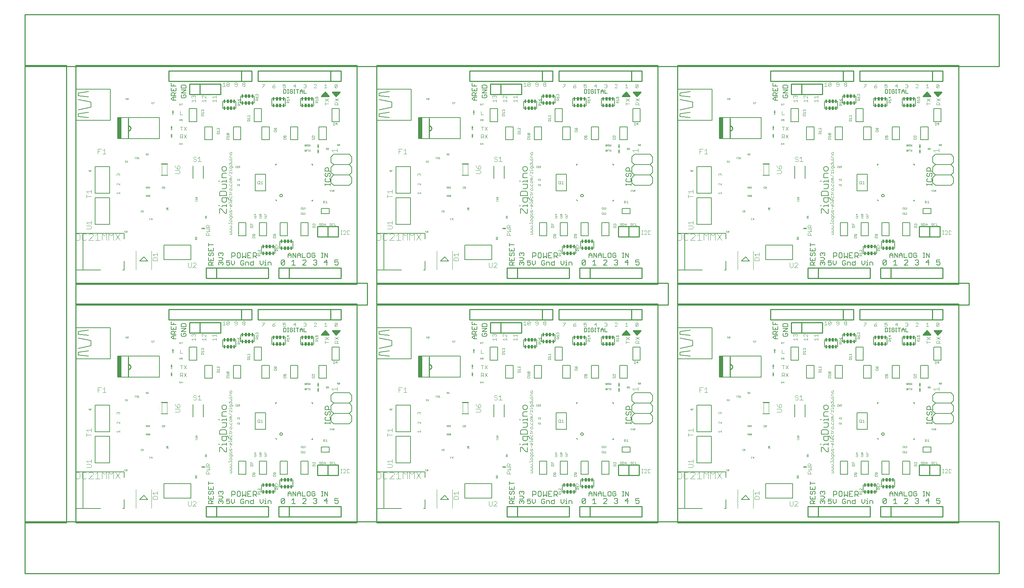
<source format=gto>
G75*
G70*
%OFA0B0*%
%FSLAX25Y25*%
%IPPOS*%
%LPD*%
%AMOC8*
5,1,8,0,0,1.08239X$1,22.5*
%
%ADD10C,0.00020*%
%ADD103C,0.00500*%
%ADD106R,0.00590X0.01180*%
%ADD107C,0.00040*%
%ADD13R,0.02000X0.03500*%
%ADD134C,0.00600*%
%ADD139C,0.01000*%
%ADD140R,0.01180X0.01180*%
%ADD147C,0.00200*%
%ADD158C,0.00100*%
%ADD21C,0.00700*%
%ADD30C,0.01200*%
%ADD37C,0.00300*%
%ADD63R,0.01500X0.03500*%
%ADD71R,0.01180X0.00590*%
%ADD78C,0.00400*%
%ADD83R,0.03840X0.20470*%
%ADD87C,0.00800*%
%ADD90C,0.01100*%
X0010000Y0010000D02*
G75*
%LPD*%
D139*
X0010500Y0010500D02*
X0010500Y0060500D01*
X0010500Y0060500D02*
X0949500Y0060500D01*
X0949500Y0010500D01*
X0949500Y0010500D02*
X0010500Y0010500D01*
X0010000Y0060000D02*
G75*
%LPD*%
D139*
X0010500Y0059500D02*
X0010500Y0500500D01*
X0010500Y0500500D02*
X0050500Y0500500D01*
X0050500Y0059500D01*
X0010500Y0059500D01*
X0060000Y0060000D02*
G75*
%LPD*%
D103*
X0060000Y0073000D02*
X0083500Y0073000D01*
X0066600Y0073100D02*
X0066600Y0108400D01*
X0060000Y0108400D01*
X0052900Y0108400D02*
X0066600Y0108400D02*
X0106000Y0108400D01*
X0106000Y0103000D01*
X0106000Y0081750D02*
X0106000Y0073000D01*
X0104750Y0073000D01*
X0187630Y0077700D02*
X0187630Y0079950D01*
X0188380Y0080710D01*
X0189880Y0080710D01*
X0190630Y0079950D01*
X0190630Y0077700D01*
X0192130Y0077700D02*
X0187630Y0077700D01*
X0190630Y0079200D02*
X0192130Y0080710D01*
X0192130Y0082310D02*
X0192130Y0085310D01*
X0191380Y0086910D02*
X0192130Y0087660D01*
X0192130Y0089160D01*
X0191380Y0089910D01*
X0190630Y0089910D01*
X0189880Y0089160D01*
X0189880Y0087660D01*
X0189130Y0086910D01*
X0188380Y0086910D01*
X0187630Y0087660D01*
X0187630Y0089160D01*
X0188380Y0089910D01*
X0187630Y0091510D02*
X0192130Y0091510D01*
X0192130Y0094520D01*
X0189880Y0093010D02*
X0189880Y0091510D01*
X0187630Y0091510D02*
X0187630Y0094520D01*
X0187630Y0096120D02*
X0187630Y0099120D01*
X0187630Y0097620D02*
X0192130Y0097620D01*
X0197880Y0089910D02*
X0198630Y0089910D01*
X0199380Y0089160D01*
X0200130Y0089910D01*
X0200880Y0089910D01*
X0201630Y0089160D01*
X0201630Y0087660D01*
X0200880Y0086910D01*
X0200130Y0085310D02*
X0197130Y0085310D01*
X0197880Y0086910D02*
X0197130Y0087660D01*
X0197130Y0089160D01*
X0197880Y0089910D01*
X0199380Y0089160D02*
X0199380Y0088410D01*
X0200130Y0085310D02*
X0201630Y0083810D01*
X0200130Y0082310D01*
X0197130Y0082310D01*
X0197880Y0080710D02*
X0198630Y0080710D01*
X0199380Y0079950D01*
X0200130Y0080710D01*
X0200880Y0080710D01*
X0201630Y0079950D01*
X0201630Y0078450D01*
X0200880Y0077700D01*
X0199380Y0079200D02*
X0199380Y0079950D01*
X0197880Y0080710D02*
X0197130Y0079950D01*
X0197130Y0078450D01*
X0197880Y0077700D01*
X0192130Y0082310D02*
X0187630Y0082310D01*
X0187630Y0085310D01*
X0189880Y0083810D02*
X0189880Y0082310D01*
X0204780Y0082210D02*
X0204780Y0079950D01*
X0206280Y0080710D01*
X0207030Y0080710D01*
X0207780Y0079950D01*
X0207780Y0078450D01*
X0207030Y0077700D01*
X0205530Y0077700D01*
X0204780Y0078450D01*
X0204780Y0082210D02*
X0207780Y0082210D01*
X0209380Y0082210D02*
X0209380Y0079200D01*
X0210880Y0077700D01*
X0212390Y0079200D01*
X0212390Y0082210D01*
X0218590Y0081460D02*
X0218590Y0078450D01*
X0219340Y0077700D01*
X0220840Y0077700D01*
X0221590Y0078450D01*
X0221590Y0079950D01*
X0220090Y0079950D01*
X0218590Y0081460D02*
X0219340Y0082210D01*
X0220840Y0082210D01*
X0221590Y0081460D01*
X0223190Y0080710D02*
X0225440Y0080710D01*
X0226200Y0079950D01*
X0226200Y0077700D01*
X0227800Y0078450D02*
X0227800Y0079950D01*
X0228550Y0080710D01*
X0230800Y0080710D01*
X0230800Y0082210D02*
X0230800Y0077700D01*
X0228550Y0077700D01*
X0227800Y0078450D01*
X0223190Y0077700D02*
X0223190Y0080710D01*
X0237000Y0082210D02*
X0237000Y0079200D01*
X0238510Y0077700D01*
X0240010Y0079200D01*
X0240010Y0082210D01*
X0241610Y0080710D02*
X0242360Y0080710D01*
X0242360Y0077700D01*
X0241610Y0077700D02*
X0243110Y0077700D01*
X0244680Y0077700D02*
X0244680Y0080710D01*
X0246930Y0080710D01*
X0247680Y0079950D01*
X0247680Y0077700D01*
X0242360Y0082210D02*
X0242360Y0082960D01*
X0238500Y0089160D02*
X0251490Y0089160D01*
X0251490Y0095850D01*
X0238500Y0095850D01*
X0238500Y0089160D01*
X0256000Y0094160D02*
X0268990Y0094160D01*
X0268990Y0100850D01*
X0256000Y0100850D01*
X0256000Y0094160D01*
X0256450Y0106210D02*
X0263540Y0106210D01*
X0263540Y0118800D01*
X0256450Y0118800D01*
X0256450Y0106210D01*
X0243540Y0106210D02*
X0236450Y0106210D01*
X0236450Y0118800D01*
X0243540Y0118800D01*
X0243540Y0106210D01*
X0223540Y0106210D02*
X0216450Y0106210D01*
X0216450Y0118800D01*
X0223540Y0118800D01*
X0223540Y0106210D01*
X0253260Y0139790D02*
X0252280Y0140770D01*
X0256250Y0145000D02*
X0256270Y0145220D01*
X0256330Y0145430D01*
X0256420Y0145620D01*
X0256540Y0145800D01*
X0256700Y0145960D01*
X0256870Y0146080D01*
X0257070Y0146170D01*
X0257280Y0146230D01*
X0257500Y0146250D01*
X0257720Y0146230D01*
X0257930Y0146170D01*
X0258120Y0146080D01*
X0258300Y0145960D01*
X0258460Y0145800D01*
X0258580Y0145620D01*
X0258670Y0145430D01*
X0258730Y0145220D01*
X0258750Y0145000D01*
X0258730Y0144780D01*
X0258670Y0144570D01*
X0258580Y0144380D01*
X0258460Y0144200D01*
X0258300Y0144040D01*
X0258130Y0143920D01*
X0257930Y0143830D01*
X0257720Y0143770D01*
X0257500Y0143750D01*
X0257280Y0143770D01*
X0257070Y0143830D01*
X0256870Y0143920D01*
X0256700Y0144040D01*
X0256540Y0144200D01*
X0256420Y0144370D01*
X0256330Y0144570D01*
X0256270Y0144780D01*
X0256250Y0145000D01*
X0242420Y0149630D02*
X0232570Y0149630D01*
X0232570Y0165380D01*
X0242420Y0165380D01*
X0242420Y0149630D01*
X0252280Y0174240D02*
X0252280Y0175220D01*
X0253260Y0175220D01*
X0246040Y0198710D02*
X0238950Y0198710D01*
X0238950Y0211300D01*
X0246040Y0211300D01*
X0246040Y0198710D01*
X0266450Y0198710D02*
X0273540Y0198710D01*
X0273540Y0211300D01*
X0266450Y0211300D01*
X0266450Y0198710D01*
X0293950Y0198710D02*
X0301040Y0198710D01*
X0301040Y0211300D01*
X0293950Y0211300D01*
X0293950Y0198710D01*
X0306450Y0216210D02*
X0306450Y0228800D01*
X0313540Y0228800D01*
X0313540Y0216210D01*
X0306450Y0216210D01*
X0288990Y0231660D02*
X0276000Y0231660D01*
X0276000Y0238350D01*
X0288990Y0238350D01*
X0288990Y0231660D01*
X0281870Y0243610D02*
X0279530Y0243610D01*
X0279530Y0247120D01*
X0278180Y0245950D02*
X0278180Y0243610D01*
X0278180Y0245360D02*
X0275850Y0245360D01*
X0275850Y0245950D02*
X0277020Y0247120D01*
X0278180Y0245950D01*
X0275850Y0245950D02*
X0275850Y0243610D01*
X0273330Y0243610D02*
X0273330Y0247120D01*
X0272170Y0247120D02*
X0274500Y0247120D01*
X0270880Y0247120D02*
X0269710Y0247120D01*
X0270290Y0247120D02*
X0270290Y0243610D01*
X0269710Y0243610D02*
X0270880Y0243610D01*
X0268360Y0244200D02*
X0268360Y0245360D01*
X0267190Y0245360D01*
X0266030Y0244200D02*
X0266610Y0243610D01*
X0267780Y0243610D01*
X0268360Y0244200D01*
X0266030Y0244200D02*
X0266030Y0246530D01*
X0266610Y0247120D01*
X0267780Y0247120D01*
X0268360Y0246530D01*
X0264740Y0247120D02*
X0263570Y0247120D01*
X0264160Y0247120D02*
X0264160Y0243610D01*
X0264740Y0243610D02*
X0263570Y0243610D01*
X0262220Y0244200D02*
X0262220Y0246530D01*
X0261640Y0247120D01*
X0259890Y0247120D01*
X0259890Y0243610D01*
X0261640Y0243610D01*
X0262220Y0244200D01*
X0261490Y0238350D02*
X0248500Y0238350D01*
X0248500Y0231660D01*
X0261490Y0231660D01*
X0261490Y0238350D01*
X0238540Y0228800D02*
X0238540Y0216210D01*
X0231450Y0216210D01*
X0231450Y0228800D01*
X0238540Y0228800D01*
X0231490Y0234160D02*
X0218500Y0234160D01*
X0218500Y0240850D01*
X0231490Y0240850D01*
X0231490Y0234160D01*
X0213990Y0235850D02*
X0213990Y0229160D01*
X0201000Y0229160D01*
X0201000Y0235850D01*
X0213990Y0235850D01*
X0211450Y0211300D02*
X0218540Y0211300D01*
X0218540Y0198710D01*
X0211450Y0198710D01*
X0211450Y0211300D01*
X0191040Y0211300D02*
X0191040Y0198710D01*
X0183950Y0198710D01*
X0183950Y0211300D01*
X0191040Y0211300D01*
X0176040Y0216210D02*
X0168950Y0216210D01*
X0168950Y0228800D01*
X0176040Y0228800D01*
X0176040Y0216210D01*
X0156130Y0236700D02*
X0153130Y0236700D01*
X0151630Y0238200D01*
X0153130Y0239710D01*
X0156130Y0239710D01*
X0156130Y0241310D02*
X0151630Y0241310D01*
X0151630Y0243560D01*
X0152380Y0244310D01*
X0153880Y0244310D01*
X0154630Y0243560D01*
X0154630Y0241310D01*
X0154630Y0242810D02*
X0156130Y0244310D01*
X0156130Y0245910D02*
X0151630Y0245910D01*
X0151630Y0248910D01*
X0151630Y0250510D02*
X0151630Y0253520D01*
X0153880Y0252010D02*
X0153880Y0250510D01*
X0156130Y0250510D02*
X0151630Y0250510D01*
X0153880Y0247410D02*
X0153880Y0245910D01*
X0156130Y0245910D02*
X0156130Y0248910D01*
X0161170Y0248510D02*
X0161170Y0250760D01*
X0161920Y0251510D01*
X0164920Y0251510D01*
X0165670Y0250760D01*
X0165670Y0248510D01*
X0161170Y0248510D01*
X0161170Y0246910D02*
X0165670Y0246910D01*
X0161170Y0243910D01*
X0165670Y0243910D01*
X0164920Y0242310D02*
X0163420Y0242310D01*
X0163420Y0240800D01*
X0161920Y0239300D02*
X0164920Y0239300D01*
X0165670Y0240050D01*
X0165670Y0241550D01*
X0164920Y0242310D01*
X0161920Y0242310D02*
X0161170Y0241550D01*
X0161170Y0240050D01*
X0161920Y0239300D01*
X0153880Y0239710D02*
X0153880Y0236700D01*
X0092990Y0247660D02*
X0092990Y0217350D01*
X0060000Y0217350D01*
X0056570Y0217350D02*
X0060000Y0247660D02*
X0092990Y0247660D01*
X0074330Y0235000D02*
X0074330Y0230000D01*
X0061830Y0227500D01*
X0061830Y0223750D02*
X0071830Y0225000D01*
X0071830Y0220000D02*
X0061830Y0221250D01*
X0061830Y0223750D01*
X0061830Y0237500D02*
X0074330Y0235000D01*
X0071830Y0240000D02*
X0061830Y0241250D01*
X0061830Y0243750D01*
X0071830Y0245000D01*
X0141850Y0175600D02*
X0148150Y0175600D01*
X0148150Y0164410D02*
X0141850Y0164410D01*
X0276450Y0118800D02*
X0276450Y0106210D01*
X0283540Y0106210D01*
X0283540Y0118800D01*
X0276450Y0118800D01*
X0296060Y0127540D02*
X0296060Y0132470D01*
X0303930Y0132470D01*
X0303930Y0127540D01*
X0296060Y0127540D01*
X0287710Y0139790D02*
X0286730Y0139790D01*
X0287710Y0139790D02*
X0287710Y0140770D01*
X0287710Y0174240D02*
X0287710Y0175220D01*
X0286730Y0175220D01*
D78*
X0306290Y0188540D02*
X0311400Y0188540D01*
X0311400Y0190240D02*
X0311400Y0186830D01*
X0307990Y0186830D02*
X0306290Y0188540D01*
X0309190Y0232340D02*
X0309190Y0234140D01*
X0309790Y0234740D01*
X0310990Y0234740D01*
X0311600Y0234140D01*
X0311600Y0232340D01*
X0312800Y0232340D02*
X0309190Y0232340D01*
X0311600Y0233540D02*
X0312800Y0234740D01*
X0312800Y0236020D02*
X0309190Y0238420D01*
X0309190Y0236020D02*
X0312800Y0238420D01*
X0303310Y0238380D02*
X0299710Y0235970D01*
X0299710Y0234690D02*
X0299710Y0232290D01*
X0299710Y0233490D02*
X0303310Y0233490D01*
X0303310Y0235970D02*
X0299710Y0238380D01*
X0299200Y0248700D02*
X0301600Y0248700D01*
X0300400Y0248700D02*
X0300400Y0252310D01*
X0299200Y0251110D01*
X0291600Y0251110D02*
X0291600Y0251710D01*
X0291000Y0252310D01*
X0289800Y0252310D01*
X0289200Y0251710D01*
X0291600Y0251110D02*
X0289200Y0248700D01*
X0291600Y0248700D01*
X0281600Y0249310D02*
X0281000Y0248700D01*
X0279800Y0248700D01*
X0279200Y0249310D01*
X0280400Y0250510D02*
X0281000Y0250510D01*
X0281600Y0249910D01*
X0281600Y0249310D01*
X0281000Y0250510D02*
X0281600Y0251110D01*
X0281600Y0251710D01*
X0281000Y0252310D01*
X0279800Y0252310D01*
X0279200Y0251710D01*
X0271600Y0250510D02*
X0269200Y0250510D01*
X0271000Y0252310D01*
X0271000Y0248700D01*
X0261600Y0249310D02*
X0261000Y0248700D01*
X0259800Y0248700D01*
X0259200Y0249310D01*
X0259200Y0250510D02*
X0260400Y0251110D01*
X0261000Y0251110D01*
X0261600Y0250510D01*
X0261600Y0249310D01*
X0259200Y0250510D02*
X0259200Y0252310D01*
X0261600Y0252310D01*
X0251600Y0252310D02*
X0250400Y0251710D01*
X0249200Y0250510D01*
X0251000Y0250510D01*
X0251600Y0249910D01*
X0251600Y0249310D01*
X0251000Y0248700D01*
X0249800Y0248700D01*
X0249200Y0249310D01*
X0249200Y0250510D01*
X0241600Y0251710D02*
X0239200Y0249310D01*
X0239200Y0248700D01*
X0239200Y0252310D02*
X0241600Y0252310D01*
X0241600Y0251710D01*
X0309200Y0251710D02*
X0309200Y0249310D01*
X0311600Y0251710D01*
X0311600Y0249310D01*
X0311000Y0248700D01*
X0309800Y0248700D01*
X0309200Y0249310D01*
X0309200Y0251710D02*
X0309800Y0252310D01*
X0311000Y0252310D01*
X0311600Y0251710D01*
X0180370Y0177700D02*
X0177300Y0177700D01*
X0178830Y0177700D02*
X0178830Y0182310D01*
X0177300Y0180770D01*
X0175770Y0181540D02*
X0175000Y0182310D01*
X0173460Y0182310D01*
X0172700Y0181540D01*
X0172700Y0180770D01*
X0173460Y0180010D01*
X0175000Y0180010D01*
X0175770Y0179240D01*
X0175770Y0178470D01*
X0175000Y0177700D01*
X0173460Y0177700D01*
X0172700Y0178470D01*
X0159800Y0172900D02*
X0159800Y0171370D01*
X0159030Y0170600D01*
X0157490Y0170600D01*
X0157490Y0172900D01*
X0158260Y0173670D01*
X0159030Y0173670D01*
X0159800Y0172900D01*
X0157490Y0170600D02*
X0155960Y0172140D01*
X0155190Y0173670D01*
X0155190Y0169070D02*
X0159030Y0169070D01*
X0159800Y0168300D01*
X0159800Y0166760D01*
X0159030Y0166000D01*
X0155190Y0166000D01*
X0160200Y0200200D02*
X0160200Y0203810D01*
X0162000Y0203810D01*
X0162600Y0203210D01*
X0162600Y0202010D01*
X0162000Y0201410D01*
X0160200Y0201410D01*
X0161400Y0201410D02*
X0162600Y0200200D01*
X0163880Y0200200D02*
X0166280Y0203810D01*
X0163880Y0203810D02*
X0166280Y0200200D01*
X0166280Y0207700D02*
X0163880Y0211310D01*
X0162600Y0211310D02*
X0160200Y0211310D01*
X0161400Y0211310D02*
X0161400Y0207700D01*
X0163880Y0207700D02*
X0166280Y0211310D01*
X0162600Y0222700D02*
X0160200Y0222700D01*
X0160200Y0226310D01*
X0088660Y0185200D02*
X0085590Y0185200D01*
X0087130Y0185200D02*
X0087130Y0189810D01*
X0085590Y0188270D01*
X0084060Y0189810D02*
X0080990Y0189810D01*
X0080990Y0185200D01*
X0080990Y0187510D02*
X0082520Y0187510D01*
X0074800Y0169110D02*
X0071990Y0169110D01*
X0073390Y0167700D01*
X0073390Y0169570D01*
X0074600Y0150380D02*
X0074600Y0147310D01*
X0074600Y0148840D02*
X0069990Y0148840D01*
X0071530Y0147310D01*
X0069990Y0145770D02*
X0069990Y0142700D01*
X0069990Y0144240D02*
X0074600Y0144240D01*
X0098990Y0147550D02*
X0101800Y0147550D01*
X0101800Y0148480D02*
X0101800Y0146610D01*
X0099930Y0146610D02*
X0098990Y0147550D01*
X0099500Y0155120D02*
X0099030Y0155590D01*
X0099030Y0156520D01*
X0099500Y0156990D01*
X0099970Y0156990D01*
X0101830Y0155120D01*
X0101830Y0156990D01*
X0101330Y0164220D02*
X0101800Y0164690D01*
X0101800Y0165620D01*
X0101330Y0166090D01*
X0100860Y0166090D01*
X0100390Y0165620D01*
X0100390Y0165160D01*
X0100390Y0165620D02*
X0099930Y0166090D01*
X0099460Y0166090D01*
X0098990Y0165620D01*
X0098990Y0164690D01*
X0099460Y0164220D01*
X0074600Y0120380D02*
X0074600Y0117310D01*
X0074600Y0118840D02*
X0069990Y0118840D01*
X0071530Y0117310D01*
X0069990Y0115770D02*
X0073830Y0115770D01*
X0074600Y0115010D01*
X0074600Y0113470D01*
X0073830Y0112700D01*
X0069990Y0112700D01*
X0068830Y0108310D02*
X0066620Y0108310D01*
X0065520Y0107210D01*
X0065520Y0102810D01*
X0066620Y0101700D01*
X0068830Y0101700D01*
X0069930Y0102810D01*
X0071970Y0101700D02*
X0076370Y0106110D01*
X0076370Y0107210D01*
X0075270Y0108310D01*
X0073070Y0108310D01*
X0071970Y0107210D01*
X0069930Y0107210D02*
X0068830Y0108310D01*
X0063480Y0107210D02*
X0062380Y0108310D01*
X0060000Y0108310D01*
X0059080Y0108310D02*
X0060000Y0101700D02*
X0062380Y0101700D01*
X0063480Y0102810D01*
X0063480Y0107210D01*
X0071970Y0101700D02*
X0076370Y0101700D01*
X0078410Y0101700D02*
X0082820Y0101700D01*
X0084860Y0101700D02*
X0084860Y0108310D01*
X0087060Y0106110D01*
X0089260Y0108310D01*
X0089260Y0101700D01*
X0091300Y0101700D02*
X0091300Y0108310D01*
X0093510Y0106110D01*
X0095710Y0108310D01*
X0095710Y0101700D01*
X0097750Y0101700D02*
X0102150Y0108310D01*
X0097750Y0108310D02*
X0102150Y0101700D01*
X0117500Y0091400D02*
X0117500Y0073600D01*
X0132500Y0073600D02*
X0132500Y0091400D01*
X0133690Y0088140D02*
X0138300Y0088140D01*
X0138300Y0089670D02*
X0138300Y0086600D01*
X0137530Y0085070D02*
X0134460Y0085070D01*
X0133690Y0084300D01*
X0133690Y0082000D01*
X0138300Y0082000D01*
X0138300Y0084300D01*
X0137530Y0085070D01*
X0135230Y0086600D02*
X0133690Y0088140D01*
X0167700Y0080010D02*
X0167700Y0076170D01*
X0168460Y0075400D01*
X0170000Y0075400D01*
X0170770Y0076170D01*
X0170770Y0080010D01*
X0172300Y0079240D02*
X0173070Y0080010D01*
X0174600Y0080010D01*
X0175370Y0079240D01*
X0175370Y0078470D01*
X0172300Y0075400D01*
X0175370Y0075400D01*
X0185190Y0106660D02*
X0185190Y0108460D01*
X0185790Y0109060D01*
X0186990Y0109060D01*
X0187600Y0108460D01*
X0187600Y0106660D01*
X0188800Y0106660D02*
X0185190Y0106660D01*
X0185190Y0110340D02*
X0188800Y0110340D01*
X0187600Y0111540D01*
X0188800Y0112740D01*
X0185190Y0112740D01*
X0185190Y0114020D02*
X0185190Y0115820D01*
X0185790Y0116420D01*
X0186990Y0116420D01*
X0187600Y0115820D01*
X0187600Y0114020D01*
X0188800Y0114020D02*
X0185190Y0114020D01*
X0187600Y0115220D02*
X0188800Y0116420D01*
X0080620Y0108310D02*
X0080620Y0101700D01*
X0078410Y0106110D02*
X0080620Y0108310D01*
X0314900Y0107400D02*
X0316100Y0107400D01*
X0315500Y0107400D02*
X0315500Y0111010D01*
X0314900Y0111010D02*
X0316100Y0111010D01*
X0317350Y0110410D02*
X0317950Y0111010D01*
X0319150Y0111010D01*
X0319750Y0110410D01*
X0319750Y0109810D01*
X0317350Y0107400D01*
X0319750Y0107400D01*
X0321030Y0108010D02*
X0321030Y0110410D01*
X0321630Y0111010D01*
X0322840Y0111010D01*
X0323440Y0110410D01*
X0323440Y0108010D02*
X0322840Y0107400D01*
X0321630Y0107400D01*
X0321030Y0108010D01*
D134*
X0302330Y0089640D02*
X0302330Y0085230D01*
X0299400Y0089640D01*
X0299400Y0085230D01*
X0297790Y0085230D02*
X0296330Y0085230D01*
X0297060Y0085230D02*
X0297060Y0089640D01*
X0296330Y0089640D02*
X0297790Y0089640D01*
X0290060Y0088900D02*
X0289320Y0089640D01*
X0287850Y0089640D01*
X0287120Y0088900D01*
X0287120Y0085970D01*
X0287850Y0085230D01*
X0289320Y0085230D01*
X0290060Y0085970D01*
X0290060Y0087430D01*
X0288590Y0087430D01*
X0285450Y0085970D02*
X0285450Y0088900D01*
X0284720Y0089640D01*
X0283250Y0089640D01*
X0282520Y0088900D01*
X0282520Y0085970D01*
X0283250Y0085230D01*
X0284720Y0085230D01*
X0285450Y0085970D01*
X0289370Y0082860D02*
X0291040Y0082860D01*
X0291880Y0082020D01*
X0291880Y0081190D01*
X0291040Y0080350D01*
X0291880Y0079520D01*
X0291880Y0078690D01*
X0291040Y0077850D01*
X0289370Y0077850D01*
X0288540Y0078690D01*
X0290210Y0080350D02*
X0291040Y0080350D01*
X0288540Y0082020D02*
X0289370Y0082860D01*
X0281560Y0082020D02*
X0280730Y0082860D01*
X0279060Y0082860D01*
X0278230Y0082020D01*
X0277910Y0085230D02*
X0280850Y0085230D01*
X0277910Y0085230D02*
X0277910Y0089640D01*
X0276240Y0088170D02*
X0276240Y0085230D01*
X0276240Y0087430D02*
X0273310Y0087430D01*
X0273310Y0088170D02*
X0274780Y0089640D01*
X0276240Y0088170D01*
X0273310Y0088170D02*
X0273310Y0085230D01*
X0271640Y0085230D02*
X0271640Y0089640D01*
X0268710Y0089640D02*
X0271640Y0085230D01*
X0268710Y0085230D02*
X0268710Y0089640D01*
X0267040Y0088170D02*
X0267040Y0085230D01*
X0267040Y0087430D02*
X0264100Y0087430D01*
X0264100Y0088170D02*
X0265570Y0089640D01*
X0267040Y0088170D01*
X0264100Y0088170D02*
X0264100Y0085230D01*
X0260940Y0082020D02*
X0260100Y0082860D01*
X0258440Y0082860D01*
X0257600Y0082020D01*
X0257600Y0078690D01*
X0260940Y0082020D01*
X0260940Y0078690D01*
X0260100Y0077850D01*
X0258440Y0077850D01*
X0257600Y0078690D01*
X0267910Y0077850D02*
X0271250Y0077850D01*
X0269580Y0077850D02*
X0269580Y0082860D01*
X0267910Y0081190D01*
X0278230Y0077850D02*
X0281560Y0081190D01*
X0281560Y0082020D01*
X0281560Y0077850D02*
X0278230Y0077850D01*
X0298850Y0080350D02*
X0302190Y0080350D01*
X0301350Y0077850D02*
X0301350Y0082860D01*
X0298850Y0080350D01*
X0309160Y0080350D02*
X0310830Y0081190D01*
X0311670Y0081190D01*
X0312500Y0080350D01*
X0312500Y0078690D01*
X0311670Y0077850D01*
X0310000Y0077850D01*
X0309160Y0078690D01*
X0309160Y0080350D02*
X0309160Y0082860D01*
X0312500Y0082860D01*
X0308050Y0154810D02*
X0323050Y0154810D01*
X0325550Y0157310D01*
X0325550Y0162310D01*
X0323050Y0164810D01*
X0308050Y0164810D01*
X0305550Y0162310D01*
X0305550Y0157310D01*
X0308050Y0154810D01*
X0304850Y0154700D02*
X0304850Y0156370D01*
X0304850Y0155540D02*
X0299840Y0155540D01*
X0299840Y0156370D02*
X0299840Y0154700D01*
X0300680Y0158140D02*
X0304010Y0158140D01*
X0304850Y0158970D01*
X0304850Y0160640D01*
X0304010Y0161470D01*
X0304010Y0163290D02*
X0304850Y0164130D01*
X0304850Y0165800D01*
X0304010Y0166630D01*
X0303180Y0166630D01*
X0302350Y0165800D01*
X0302350Y0164130D01*
X0301510Y0163290D01*
X0300680Y0163290D01*
X0299840Y0164130D01*
X0299840Y0165800D01*
X0300680Y0166630D01*
X0299840Y0168450D02*
X0299840Y0170950D01*
X0300680Y0171790D01*
X0302350Y0171790D01*
X0303180Y0170950D01*
X0303180Y0168450D01*
X0304850Y0168450D02*
X0299840Y0168450D01*
X0305550Y0167310D02*
X0305550Y0172310D01*
X0308050Y0174810D01*
X0323050Y0174810D01*
X0325550Y0172310D01*
X0325550Y0167310D01*
X0323050Y0164810D01*
X0323050Y0174810D02*
X0325550Y0177310D01*
X0325550Y0182310D01*
X0323050Y0184810D01*
X0308050Y0184810D01*
X0305550Y0182310D01*
X0305550Y0177310D01*
X0308050Y0174810D01*
X0305550Y0167310D02*
X0308050Y0164810D01*
X0300680Y0161470D02*
X0299840Y0160640D01*
X0299840Y0158970D01*
X0300680Y0158140D01*
X0206830Y0141750D02*
X0206830Y0140680D01*
X0206830Y0141750D02*
X0205760Y0142820D01*
X0200430Y0142820D01*
X0200430Y0139610D01*
X0201490Y0138550D01*
X0203630Y0138550D01*
X0204700Y0139610D01*
X0204700Y0142820D01*
X0204700Y0144990D02*
X0204700Y0148190D01*
X0203630Y0149260D01*
X0199360Y0149260D01*
X0198290Y0148190D01*
X0198290Y0144990D01*
X0204700Y0144990D01*
X0203630Y0151440D02*
X0200430Y0151440D01*
X0203630Y0151440D02*
X0204700Y0152500D01*
X0204700Y0155710D01*
X0200430Y0155710D01*
X0200430Y0157880D02*
X0200430Y0158950D01*
X0204700Y0158950D01*
X0204700Y0157880D02*
X0204700Y0160020D01*
X0204700Y0162180D02*
X0200430Y0162180D01*
X0200430Y0165380D01*
X0201490Y0166450D01*
X0204700Y0166450D01*
X0203630Y0168620D02*
X0204700Y0169690D01*
X0204700Y0171830D01*
X0203630Y0172890D01*
X0201490Y0172890D01*
X0200430Y0171830D01*
X0200430Y0169690D01*
X0201490Y0168620D01*
X0203630Y0168620D01*
X0198290Y0158950D02*
X0197220Y0158950D01*
X0197220Y0135320D02*
X0198290Y0135320D01*
X0200430Y0135320D02*
X0200430Y0134250D01*
X0200430Y0135320D02*
X0204700Y0135320D01*
X0204700Y0134250D02*
X0204700Y0136390D01*
X0204700Y0132070D02*
X0204700Y0127800D01*
X0203630Y0127800D01*
X0199360Y0132070D01*
X0198290Y0132070D01*
X0198290Y0127800D01*
D87*
X0170400Y0083000D02*
X0144590Y0083000D01*
X0144590Y0097000D01*
X0170400Y0097000D01*
X0170400Y0083000D01*
X0128930Y0081740D02*
X0121060Y0081740D01*
X0125000Y0085770D01*
X0128930Y0081740D01*
X0092000Y0117100D02*
X0078000Y0117100D01*
X0078000Y0142910D01*
X0092000Y0142910D01*
X0092000Y0117100D01*
X0092000Y0147100D02*
X0078000Y0147100D01*
X0078000Y0172900D01*
X0092000Y0172900D01*
X0092000Y0147100D01*
X0099920Y0199770D02*
X0140070Y0199770D01*
X0140070Y0220240D01*
X0099920Y0220240D01*
X0172570Y0173410D02*
X0172570Y0161600D01*
X0182420Y0161600D02*
X0182420Y0173410D01*
D139*
X0110000Y0200500D02*
X0110000Y0219500D01*
X0110500Y0212000D02*
X0110780Y0211950D01*
X0111060Y0211860D01*
X0111320Y0211740D01*
X0111560Y0211590D01*
X0111780Y0211410D01*
X0111980Y0211200D01*
X0112150Y0210970D01*
X0112290Y0210720D01*
X0112400Y0210460D01*
X0112470Y0210180D01*
X0112510Y0209890D01*
X0112510Y0209610D01*
X0112470Y0209320D01*
X0112400Y0209040D01*
X0112290Y0208780D01*
X0112150Y0208530D01*
X0111980Y0208300D01*
X0111780Y0208090D01*
X0111560Y0207910D01*
X0111320Y0207760D01*
X0111060Y0207640D01*
X0110780Y0207550D01*
X0110500Y0207500D01*
X0149000Y0255000D02*
X0219000Y0255000D01*
X0219000Y0265000D01*
X0229000Y0265000D02*
X0149000Y0265000D01*
X0149000Y0255000D01*
X0169000Y0252500D02*
X0169000Y0242500D01*
X0199000Y0242500D01*
X0199000Y0252500D01*
X0179000Y0252500D01*
X0179000Y0242500D01*
X0179000Y0252500D02*
X0169000Y0252500D01*
X0219000Y0255000D02*
X0229000Y0255000D01*
X0229000Y0265000D01*
X0235000Y0265000D02*
X0315000Y0265000D01*
X0315000Y0255000D01*
X0305000Y0255000D01*
X0305000Y0265000D01*
X0305000Y0255000D02*
X0235000Y0255000D01*
X0235000Y0265000D01*
X0292500Y0115000D02*
X0292500Y0105000D01*
X0302500Y0105000D01*
X0302500Y0115000D01*
X0292500Y0115000D02*
X0312500Y0115000D01*
X0312500Y0105000D01*
X0302500Y0105000D01*
X0315000Y0075000D02*
X0265000Y0075000D01*
X0265000Y0065000D01*
X0255000Y0065000D02*
X0255000Y0075000D01*
X0265000Y0075000D01*
X0255000Y0065000D02*
X0315000Y0065000D01*
X0315000Y0075000D01*
X0245000Y0075000D02*
X0245000Y0065000D01*
X0185000Y0065000D01*
X0185000Y0075000D01*
X0195000Y0075000D01*
X0195000Y0065000D01*
X0195000Y0075000D02*
X0245000Y0075000D01*
D30*
X0296500Y0240500D02*
X0300000Y0244500D01*
X0303500Y0240500D01*
X0296500Y0240500D01*
X0298000Y0242000D02*
X0300000Y0244000D01*
X0301500Y0241500D01*
X0298500Y0241500D01*
X0300500Y0243000D01*
X0307000Y0244500D02*
X0310500Y0240500D01*
X0314000Y0244500D01*
X0307000Y0244500D01*
X0308500Y0243500D02*
X0312500Y0243500D01*
X0310500Y0241500D01*
X0309000Y0244500D01*
X0311000Y0244500D01*
X0310500Y0243500D02*
X0310500Y0243000D01*
D90*
D37*
X0209360Y0107650D02*
X0209850Y0108140D01*
X0209360Y0108620D01*
X0209850Y0109110D01*
X0209360Y0109590D01*
X0207910Y0109590D01*
X0207910Y0110600D02*
X0209360Y0110600D01*
X0209850Y0111080D01*
X0209360Y0111570D01*
X0209850Y0112050D01*
X0209360Y0112540D01*
X0207910Y0112540D01*
X0207910Y0113550D02*
X0209360Y0113550D01*
X0209850Y0114030D01*
X0209360Y0114510D01*
X0209850Y0115000D01*
X0209360Y0115480D01*
X0207910Y0115480D01*
X0209360Y0116490D02*
X0209360Y0116980D01*
X0209850Y0116980D01*
X0209850Y0116490D01*
X0209360Y0116490D01*
X0209850Y0117970D02*
X0209850Y0118930D01*
X0209850Y0118450D02*
X0206940Y0118450D01*
X0206940Y0117970D01*
X0208390Y0119930D02*
X0209360Y0119930D01*
X0209850Y0120410D01*
X0209850Y0121380D01*
X0209360Y0121870D01*
X0208390Y0121870D01*
X0207910Y0121380D01*
X0207910Y0120410D01*
X0208390Y0119930D01*
X0208390Y0122880D02*
X0209360Y0122880D01*
X0209850Y0123360D01*
X0209850Y0124810D01*
X0210330Y0124810D02*
X0207910Y0124810D01*
X0207910Y0123360D01*
X0208390Y0122880D01*
X0210810Y0123850D02*
X0210810Y0124330D01*
X0210330Y0124810D01*
X0209360Y0125820D02*
X0209850Y0126310D01*
X0209850Y0127280D01*
X0209360Y0127760D01*
X0208390Y0127760D01*
X0207910Y0127280D01*
X0207910Y0126310D01*
X0208390Y0125820D01*
X0209360Y0125820D01*
X0209850Y0128770D02*
X0209850Y0130220D01*
X0209360Y0130710D01*
X0208880Y0130220D01*
X0208880Y0129250D01*
X0208390Y0128770D01*
X0207910Y0129250D01*
X0207910Y0130710D01*
X0208390Y0131720D02*
X0208390Y0133650D01*
X0208390Y0134660D02*
X0207910Y0135150D01*
X0207910Y0136110D01*
X0208390Y0136600D01*
X0208880Y0136600D01*
X0208880Y0134660D01*
X0209360Y0134660D02*
X0208390Y0134660D01*
X0209360Y0134660D02*
X0209850Y0135150D01*
X0209850Y0136110D01*
X0209850Y0137610D02*
X0209850Y0138580D01*
X0209850Y0138090D02*
X0206940Y0138090D01*
X0206940Y0137610D01*
X0208390Y0139570D02*
X0207910Y0140060D01*
X0207910Y0141030D01*
X0208390Y0141510D01*
X0208880Y0141510D01*
X0208880Y0139570D01*
X0209360Y0139570D02*
X0208390Y0139570D01*
X0209360Y0139570D02*
X0209850Y0140060D01*
X0209850Y0141030D01*
X0209360Y0142520D02*
X0209850Y0143000D01*
X0209850Y0144460D01*
X0209360Y0145950D02*
X0207430Y0145950D01*
X0207910Y0145470D02*
X0207910Y0146430D01*
X0207910Y0147430D02*
X0209850Y0147430D01*
X0208880Y0147430D02*
X0207910Y0148400D01*
X0207910Y0148880D01*
X0208390Y0149890D02*
X0209360Y0149890D01*
X0209850Y0150370D01*
X0209850Y0151340D01*
X0209360Y0151820D01*
X0208390Y0151820D01*
X0207910Y0151340D01*
X0207910Y0150370D01*
X0208390Y0149890D01*
X0209850Y0146430D02*
X0209360Y0145950D01*
X0207910Y0144460D02*
X0207910Y0143000D01*
X0208390Y0142520D01*
X0209360Y0142520D01*
X0209360Y0152830D02*
X0209360Y0153320D01*
X0209850Y0153320D01*
X0209850Y0152830D01*
X0209360Y0152830D01*
X0209360Y0154310D02*
X0209850Y0154790D01*
X0209850Y0156240D01*
X0209360Y0157250D02*
X0209850Y0157740D01*
X0209850Y0158700D01*
X0209360Y0159190D01*
X0208390Y0159190D01*
X0207910Y0158700D01*
X0207910Y0157740D01*
X0208390Y0157250D01*
X0209360Y0157250D01*
X0207910Y0156240D02*
X0207910Y0154790D01*
X0208390Y0154310D01*
X0209360Y0154310D01*
X0209850Y0160200D02*
X0207910Y0160200D01*
X0207910Y0160680D01*
X0208390Y0161170D01*
X0207910Y0161650D01*
X0208390Y0162130D01*
X0209850Y0162130D01*
X0209850Y0161170D02*
X0208390Y0161170D01*
X0209850Y0163150D02*
X0206940Y0165080D01*
X0207910Y0166090D02*
X0207910Y0168030D01*
X0209850Y0166090D01*
X0209850Y0168030D01*
X0209850Y0169040D02*
X0209850Y0170010D01*
X0209850Y0169520D02*
X0207910Y0169520D01*
X0207910Y0169040D01*
X0206940Y0169520D02*
X0206460Y0169520D01*
X0208390Y0171000D02*
X0209360Y0171000D01*
X0209850Y0171490D01*
X0209850Y0172940D01*
X0210330Y0172940D02*
X0207910Y0172940D01*
X0207910Y0171490D01*
X0208390Y0171000D01*
X0210810Y0171970D02*
X0210810Y0172450D01*
X0210330Y0172940D01*
X0209360Y0173950D02*
X0208390Y0173950D01*
X0207910Y0174430D01*
X0207910Y0175880D01*
X0206940Y0175880D02*
X0209850Y0175880D01*
X0209850Y0174430D01*
X0209360Y0173950D01*
X0209360Y0176900D02*
X0209850Y0177380D01*
X0209850Y0178830D01*
X0207910Y0178830D01*
X0207910Y0179840D02*
X0207910Y0180330D01*
X0209850Y0180330D01*
X0209850Y0180810D02*
X0209850Y0179840D01*
X0209850Y0181810D02*
X0207910Y0181810D01*
X0207910Y0183260D01*
X0208390Y0183740D01*
X0209850Y0183740D01*
X0209360Y0184750D02*
X0209850Y0185240D01*
X0209850Y0186200D01*
X0209360Y0186690D01*
X0208390Y0186690D01*
X0207910Y0186200D01*
X0207910Y0185240D01*
X0208390Y0184750D01*
X0209360Y0184750D01*
X0206940Y0180330D02*
X0206460Y0180330D01*
X0207910Y0176900D02*
X0209360Y0176900D01*
X0234770Y0158480D02*
X0234770Y0156540D01*
X0235260Y0156060D01*
X0236220Y0156060D01*
X0236710Y0156540D01*
X0236710Y0158480D01*
X0236220Y0158960D01*
X0235260Y0158960D01*
X0234770Y0158480D01*
X0235740Y0157030D02*
X0236710Y0156060D01*
X0237720Y0156060D02*
X0239650Y0156060D01*
X0238690Y0156060D02*
X0238690Y0158960D01*
X0237720Y0157990D01*
X0209360Y0107650D02*
X0207910Y0107650D01*
X0194850Y0235150D02*
X0194850Y0237620D01*
X0194850Y0238840D02*
X0194850Y0241310D01*
X0194850Y0240070D02*
X0191140Y0240070D01*
X0192380Y0238840D01*
X0191140Y0236390D02*
X0194850Y0236390D01*
X0192380Y0235150D02*
X0191140Y0236390D01*
X0184850Y0236390D02*
X0181140Y0236390D01*
X0182380Y0235150D01*
X0184850Y0235150D02*
X0184850Y0237620D01*
X0184850Y0238840D02*
X0182380Y0241310D01*
X0181760Y0241310D01*
X0181140Y0240690D01*
X0181140Y0239450D01*
X0181760Y0238840D01*
X0184850Y0238840D02*
X0184850Y0241310D01*
X0174850Y0240690D02*
X0174850Y0239450D01*
X0174230Y0238840D01*
X0174850Y0237620D02*
X0174850Y0235150D01*
X0174850Y0236390D02*
X0171140Y0236390D01*
X0172380Y0235150D01*
X0171760Y0238840D02*
X0171140Y0239450D01*
X0171140Y0240690D01*
X0171760Y0241310D01*
X0172380Y0241310D01*
X0172990Y0240690D01*
X0173610Y0241310D01*
X0174230Y0241310D01*
X0174850Y0240690D01*
X0172990Y0240690D02*
X0172990Y0240070D01*
X0201250Y0250150D02*
X0203710Y0250150D01*
X0202480Y0250150D02*
X0202480Y0253860D01*
X0201250Y0252620D01*
X0204930Y0253240D02*
X0204930Y0250770D01*
X0207400Y0253240D01*
X0207400Y0250770D01*
X0206780Y0250150D01*
X0205550Y0250150D01*
X0204930Y0250770D01*
X0204930Y0253240D02*
X0205550Y0253860D01*
X0206780Y0253860D01*
X0207400Y0253240D01*
X0212650Y0253240D02*
X0212650Y0252620D01*
X0213260Y0252010D01*
X0215110Y0252010D01*
X0215110Y0253240D02*
X0214500Y0253860D01*
X0213260Y0253860D01*
X0212650Y0253240D01*
X0215110Y0253240D02*
X0215110Y0250770D01*
X0214500Y0250150D01*
X0213260Y0250150D01*
X0212650Y0250770D01*
X0220150Y0250770D02*
X0220150Y0251390D01*
X0220760Y0252010D01*
X0222000Y0252010D01*
X0222610Y0251390D01*
X0222610Y0250770D01*
X0222000Y0250150D01*
X0220760Y0250150D01*
X0220150Y0250770D01*
X0220760Y0252010D02*
X0220150Y0252620D01*
X0220150Y0253240D01*
X0220760Y0253860D01*
X0222000Y0253860D01*
X0222610Y0253240D01*
X0222610Y0252620D01*
X0222000Y0252010D01*
D147*
X0232970Y0242400D02*
X0233340Y0242770D01*
X0233700Y0242770D01*
X0234070Y0242400D01*
X0234440Y0242770D01*
X0234800Y0242770D01*
X0235170Y0242400D01*
X0235170Y0241670D01*
X0234800Y0241300D01*
X0235170Y0240560D02*
X0235170Y0239090D01*
X0235170Y0239820D02*
X0232970Y0239820D01*
X0233700Y0239090D01*
X0233340Y0238350D02*
X0234070Y0238350D01*
X0234440Y0237980D01*
X0234440Y0236880D01*
X0235170Y0236880D02*
X0232970Y0236880D01*
X0232970Y0237980D01*
X0233340Y0238350D01*
X0234440Y0237610D02*
X0235170Y0238350D01*
X0233340Y0241300D02*
X0232970Y0241670D01*
X0232970Y0242400D01*
X0234070Y0242400D02*
X0234070Y0242030D01*
X0217670Y0237400D02*
X0217300Y0237770D01*
X0216940Y0237770D01*
X0216570Y0237400D01*
X0216570Y0236300D01*
X0217300Y0236300D01*
X0217670Y0236670D01*
X0217670Y0237400D01*
X0216570Y0236300D02*
X0215840Y0237030D01*
X0215470Y0237770D01*
X0215470Y0234820D02*
X0217670Y0234820D01*
X0217670Y0234090D02*
X0217670Y0235560D01*
X0216200Y0234090D02*
X0215470Y0234820D01*
X0215840Y0233350D02*
X0216570Y0233350D01*
X0216940Y0232980D01*
X0216940Y0231880D01*
X0217670Y0231880D02*
X0215470Y0231880D01*
X0215470Y0232980D01*
X0215840Y0233350D01*
X0216940Y0232610D02*
X0217670Y0233350D01*
X0227020Y0222590D02*
X0227020Y0221120D01*
X0227020Y0221850D02*
X0224820Y0221850D01*
X0225550Y0221120D01*
X0224820Y0219640D02*
X0227020Y0219640D01*
X0227020Y0218910D02*
X0227020Y0220380D01*
X0225550Y0218910D02*
X0224820Y0219640D01*
X0225190Y0218170D02*
X0224820Y0217800D01*
X0224820Y0216700D01*
X0227020Y0216700D01*
X0227020Y0217800D01*
X0226660Y0218170D01*
X0225190Y0218170D01*
X0207020Y0204720D02*
X0207020Y0203990D01*
X0206660Y0203620D01*
X0205190Y0205090D01*
X0206660Y0205090D01*
X0207020Y0204720D01*
X0206660Y0203620D02*
X0205190Y0203620D01*
X0204820Y0203990D01*
X0204820Y0204720D01*
X0205190Y0205090D01*
X0207020Y0202880D02*
X0207020Y0201410D01*
X0207020Y0202140D02*
X0204820Y0202140D01*
X0205550Y0201410D01*
X0205190Y0200670D02*
X0204820Y0200300D01*
X0204820Y0199200D01*
X0207020Y0199200D01*
X0207020Y0200300D01*
X0206660Y0200670D01*
X0205190Y0200670D01*
X0197670Y0204380D02*
X0197670Y0205480D01*
X0197300Y0205850D01*
X0195840Y0205850D01*
X0195470Y0205480D01*
X0195470Y0204380D01*
X0197670Y0204380D01*
X0197670Y0206590D02*
X0197670Y0208060D01*
X0197670Y0207320D02*
X0195470Y0207320D01*
X0196200Y0206590D01*
X0195840Y0208800D02*
X0195470Y0209170D01*
X0195470Y0209900D01*
X0195840Y0210270D01*
X0196200Y0210270D01*
X0197670Y0208800D01*
X0197670Y0210270D01*
X0182670Y0221880D02*
X0182670Y0222980D01*
X0182300Y0223350D01*
X0180840Y0223350D01*
X0180470Y0222980D01*
X0180470Y0221880D01*
X0182670Y0221880D01*
X0182670Y0224090D02*
X0182670Y0225560D01*
X0182670Y0224820D02*
X0180470Y0224820D01*
X0181200Y0224090D01*
X0180840Y0226300D02*
X0180470Y0226670D01*
X0180470Y0227400D01*
X0180840Y0227770D01*
X0181200Y0227770D01*
X0181570Y0227400D01*
X0181940Y0227770D01*
X0182300Y0227770D01*
X0182670Y0227400D01*
X0182670Y0226670D01*
X0182300Y0226300D01*
X0181570Y0227030D02*
X0181570Y0227400D01*
X0250470Y0210270D02*
X0250840Y0209530D01*
X0251570Y0208800D01*
X0251570Y0209900D01*
X0251940Y0210270D01*
X0252300Y0210270D01*
X0252670Y0209900D01*
X0252670Y0209170D01*
X0252300Y0208800D01*
X0251570Y0208800D01*
X0252300Y0208060D02*
X0250840Y0208060D01*
X0250470Y0207690D01*
X0250470Y0206590D01*
X0252670Y0206590D01*
X0252670Y0207690D01*
X0252300Y0208060D01*
X0259820Y0202880D02*
X0259820Y0201410D01*
X0260920Y0201410D01*
X0260550Y0202140D01*
X0260550Y0202510D01*
X0260920Y0202880D01*
X0261660Y0202880D01*
X0262020Y0202510D01*
X0262020Y0201780D01*
X0261660Y0201410D01*
X0261660Y0200670D02*
X0260190Y0200670D01*
X0259820Y0200300D01*
X0259820Y0199200D01*
X0262020Y0199200D01*
X0262020Y0200300D01*
X0261660Y0200670D01*
X0287320Y0200300D02*
X0287320Y0199200D01*
X0289520Y0199200D01*
X0289520Y0200300D01*
X0289160Y0200670D01*
X0287690Y0200670D01*
X0287320Y0200300D01*
X0287690Y0201410D02*
X0287320Y0201780D01*
X0287320Y0202510D01*
X0287690Y0202880D01*
X0288050Y0202880D01*
X0289520Y0201410D01*
X0289520Y0202880D01*
X0307780Y0212930D02*
X0308880Y0212930D01*
X0309250Y0213300D01*
X0309250Y0214770D01*
X0308880Y0215130D01*
X0307780Y0215130D01*
X0307780Y0212930D01*
X0309990Y0214030D02*
X0311460Y0214030D01*
X0311090Y0212930D02*
X0311090Y0215130D01*
X0309990Y0214030D01*
X0292670Y0234380D02*
X0290470Y0234380D01*
X0290470Y0235480D01*
X0290840Y0235850D01*
X0291570Y0235850D01*
X0291940Y0235480D01*
X0291940Y0234380D01*
X0291940Y0235110D02*
X0292670Y0235850D01*
X0292670Y0236590D02*
X0292670Y0238060D01*
X0292670Y0237320D02*
X0290470Y0237320D01*
X0291200Y0236590D01*
X0291570Y0238800D02*
X0291200Y0239530D01*
X0291200Y0239900D01*
X0291570Y0240270D01*
X0292300Y0240270D01*
X0292670Y0239900D01*
X0292670Y0239170D01*
X0292300Y0238800D01*
X0291570Y0238800D02*
X0290470Y0238800D01*
X0290470Y0240270D01*
X0265170Y0239900D02*
X0262970Y0239900D01*
X0264070Y0238800D01*
X0264070Y0240270D01*
X0265170Y0238060D02*
X0265170Y0236590D01*
X0265170Y0237320D02*
X0262970Y0237320D01*
X0263700Y0236590D01*
X0263340Y0235850D02*
X0264070Y0235850D01*
X0264440Y0235480D01*
X0264440Y0234380D01*
X0265170Y0234380D02*
X0262970Y0234380D01*
X0262970Y0235480D01*
X0263340Y0235850D01*
X0264440Y0235110D02*
X0265170Y0235850D01*
X0298180Y0139910D02*
X0299280Y0139910D01*
X0299640Y0139540D01*
X0299640Y0139170D01*
X0299280Y0138810D01*
X0298180Y0138810D01*
X0298180Y0139910D02*
X0298180Y0137700D01*
X0299280Y0137700D01*
X0299640Y0138070D01*
X0299640Y0138440D01*
X0299280Y0138810D01*
X0300390Y0139170D02*
X0301120Y0139910D01*
X0301120Y0137700D01*
X0300390Y0137700D02*
X0301850Y0137700D01*
X0299450Y0118310D02*
X0300180Y0117570D01*
X0300180Y0116100D01*
X0300180Y0117210D02*
X0298720Y0117210D01*
X0298720Y0117570D02*
X0299450Y0118310D01*
X0298720Y0117570D02*
X0298720Y0116100D01*
X0297970Y0116470D02*
X0297970Y0117940D01*
X0297610Y0118310D01*
X0296510Y0118310D01*
X0296510Y0116100D01*
X0297610Y0116100D01*
X0297970Y0116470D01*
X0295760Y0116470D02*
X0295400Y0116100D01*
X0294660Y0116100D01*
X0294300Y0116470D01*
X0294660Y0117210D02*
X0295400Y0117210D01*
X0295760Y0116840D01*
X0295760Y0116470D01*
X0294660Y0117210D02*
X0294300Y0117570D01*
X0294300Y0117940D01*
X0294660Y0118310D01*
X0295400Y0118310D01*
X0295760Y0117940D01*
X0290170Y0117400D02*
X0290170Y0116670D01*
X0289800Y0116300D01*
X0289800Y0115560D02*
X0288340Y0115560D01*
X0287970Y0115190D01*
X0287970Y0114090D01*
X0290170Y0114090D01*
X0290170Y0115190D01*
X0289800Y0115560D01*
X0288340Y0116300D02*
X0287970Y0116670D01*
X0287970Y0117400D01*
X0288340Y0117770D01*
X0288700Y0117770D01*
X0289070Y0117400D01*
X0289440Y0117770D01*
X0289800Y0117770D01*
X0290170Y0117400D01*
X0289070Y0117400D02*
X0289070Y0117030D01*
X0304300Y0117570D02*
X0304660Y0117210D01*
X0305400Y0117210D01*
X0305760Y0116840D01*
X0305760Y0116470D01*
X0305400Y0116100D01*
X0304660Y0116100D01*
X0304300Y0116470D01*
X0304300Y0117570D02*
X0304300Y0117940D01*
X0304660Y0118310D01*
X0305400Y0118310D01*
X0305760Y0117940D01*
X0306510Y0117940D02*
X0306510Y0116470D01*
X0306870Y0116100D01*
X0307610Y0116100D01*
X0307970Y0116470D01*
X0308720Y0116100D02*
X0308720Y0118310D01*
X0307970Y0117940D02*
X0307610Y0118310D01*
X0306870Y0118310D01*
X0306510Y0117940D01*
X0308720Y0116100D02*
X0310180Y0116100D01*
X0254520Y0096120D02*
X0254160Y0096120D01*
X0252690Y0097590D01*
X0252320Y0097590D01*
X0252320Y0096120D01*
X0252320Y0094640D02*
X0254520Y0094640D01*
X0254520Y0093910D02*
X0254520Y0095380D01*
X0253050Y0093910D02*
X0252320Y0094640D01*
X0252690Y0093170D02*
X0253420Y0093170D01*
X0253790Y0092800D01*
X0253790Y0091700D01*
X0254520Y0091700D02*
X0252320Y0091700D01*
X0252320Y0092800D01*
X0252690Y0093170D01*
X0253790Y0092430D02*
X0254520Y0093170D01*
X0252020Y0104200D02*
X0249820Y0104200D01*
X0249820Y0105300D01*
X0250190Y0105670D01*
X0251660Y0105670D01*
X0252020Y0105300D01*
X0252020Y0104200D01*
X0251660Y0106410D02*
X0252020Y0106780D01*
X0252020Y0107510D01*
X0251660Y0107880D01*
X0250190Y0107880D01*
X0249820Y0107510D01*
X0249820Y0106780D01*
X0250190Y0106410D01*
X0250550Y0106410D01*
X0250920Y0106780D01*
X0250920Y0107880D01*
X0232020Y0107510D02*
X0232020Y0106780D01*
X0231660Y0106410D01*
X0231290Y0106410D01*
X0230920Y0106780D01*
X0230920Y0107510D01*
X0231290Y0107880D01*
X0231660Y0107880D01*
X0232020Y0107510D01*
X0230920Y0107510D02*
X0230550Y0107880D01*
X0230190Y0107880D01*
X0229820Y0107510D01*
X0229820Y0106780D01*
X0230190Y0106410D01*
X0230550Y0106410D01*
X0230920Y0106780D01*
X0230190Y0105670D02*
X0229820Y0105300D01*
X0229820Y0104200D01*
X0232020Y0104200D01*
X0232020Y0105300D01*
X0231660Y0105670D01*
X0230190Y0105670D01*
X0230170Y0114090D02*
X0227970Y0114090D01*
X0227970Y0115190D01*
X0228340Y0115560D01*
X0229800Y0115560D01*
X0230170Y0115190D01*
X0230170Y0114090D01*
X0230170Y0116300D02*
X0229800Y0116300D01*
X0228340Y0117770D01*
X0227970Y0117770D01*
X0227970Y0116300D01*
X0235190Y0092590D02*
X0234820Y0092220D01*
X0234820Y0091490D01*
X0235190Y0091120D01*
X0235190Y0092590D02*
X0235550Y0092590D01*
X0237020Y0091120D01*
X0237020Y0092590D01*
X0237020Y0090380D02*
X0237020Y0088910D01*
X0237020Y0089640D02*
X0234820Y0089640D01*
X0235550Y0088910D01*
X0235190Y0088170D02*
X0235920Y0088170D01*
X0236290Y0087800D01*
X0236290Y0086700D01*
X0237020Y0086700D02*
X0234820Y0086700D01*
X0234820Y0087800D01*
X0235190Y0088170D01*
X0236290Y0087430D02*
X0237020Y0088170D01*
D10*
X0060290Y0060040D02*
X0060200Y0060050D01*
X0060170Y0060110D01*
X0060230Y0060190D01*
X0060120Y0060190D01*
X0060230Y0060190D01*
X0060180Y0060240D01*
X0060180Y0060240D01*
X0060180Y0060240D01*
X0060110Y0060180D01*
X0060040Y0060210D01*
X0060000Y0060210D01*
X0059950Y0060210D02*
X0060000Y0060210D02*
X0060040Y0060210D01*
X0060030Y0060300D01*
X0060000Y0060300D01*
X0059960Y0060300D02*
X0060000Y0060300D02*
X0060030Y0060300D01*
X0060000Y0060300D01*
X0059960Y0060300D02*
X0060000Y0060110D02*
X0060170Y0060110D01*
X0060230Y0060190D01*
X0060180Y0060240D01*
X0060110Y0060180D01*
X0060040Y0060210D01*
X0060030Y0060300D01*
X0060000Y0060300D01*
X0059960Y0060300D02*
X0060000Y0060110D02*
X0060170Y0060110D01*
X0060200Y0060050D01*
X0060290Y0060040D01*
X0060290Y0060000D01*
X0060290Y0059970D02*
X0060090Y0060000D02*
X0060090Y0060030D01*
X0060070Y0060070D01*
X0060030Y0060090D01*
X0060000Y0060096D01*
X0059980Y0060100D02*
X0060000Y0060096D02*
X0060030Y0060090D01*
X0060070Y0060070D01*
X0060090Y0060030D01*
X0060090Y0060000D01*
X0060090Y0059980D02*
X0060290Y0060000D02*
X0060290Y0060040D01*
X0060080Y0060040D01*
X0060290Y0060040D01*
X0060290Y0060030D02*
X0060090Y0060030D01*
X0060290Y0060030D01*
X0060290Y0060010D02*
X0060090Y0060010D01*
X0060090Y0060000D02*
X0060290Y0060000D01*
X0060090Y0060000D01*
X0060000Y0060120D02*
X0060170Y0060120D01*
X0060000Y0060120D01*
X0059820Y0060120D02*
X0060000Y0060130D02*
X0060180Y0060130D01*
X0060000Y0060130D01*
X0059810Y0060130D02*
X0060000Y0060140D02*
X0060190Y0060140D01*
X0060000Y0060140D01*
X0059800Y0060140D02*
X0060000Y0060150D02*
X0060200Y0060150D01*
X0060000Y0060150D01*
X0059790Y0060150D02*
X0060000Y0060160D02*
X0060210Y0060160D01*
X0060000Y0060160D01*
X0059790Y0060160D02*
X0060000Y0060170D02*
X0060220Y0060170D01*
X0060000Y0060170D01*
X0059780Y0060170D02*
X0060000Y0060180D02*
X0060220Y0060180D01*
X0060000Y0060180D01*
X0059770Y0060180D02*
X0060000Y0060190D02*
X0060080Y0060190D01*
X0060000Y0060190D01*
X0059910Y0060190D02*
X0060000Y0060200D02*
X0060060Y0060200D01*
X0060000Y0060200D01*
X0059930Y0060200D02*
X0060000Y0060220D02*
X0060040Y0060220D01*
X0060000Y0060220D01*
X0059950Y0060220D02*
X0060000Y0060230D02*
X0060040Y0060230D01*
X0060000Y0060230D01*
X0059950Y0060230D02*
X0060000Y0060240D02*
X0060040Y0060240D01*
X0060000Y0060240D01*
X0059950Y0060240D02*
X0060000Y0060250D02*
X0060040Y0060250D01*
X0060000Y0060250D01*
X0059950Y0060250D02*
X0060000Y0060260D02*
X0060040Y0060260D01*
X0060000Y0060260D01*
X0059960Y0060260D02*
X0060000Y0060270D02*
X0060040Y0060270D01*
X0060000Y0060270D01*
X0059960Y0060270D02*
X0060000Y0060280D02*
X0060040Y0060280D01*
X0060000Y0060280D01*
X0059960Y0060280D02*
X0060000Y0060290D02*
X0060030Y0060290D01*
X0060000Y0060290D01*
X0059960Y0060290D02*
X0060130Y0060200D02*
X0060220Y0060200D01*
X0060130Y0060200D01*
X0060140Y0060210D02*
X0060210Y0060210D01*
X0060140Y0060210D01*
X0060150Y0060220D02*
X0060200Y0060220D01*
X0060150Y0060220D01*
X0060170Y0060230D02*
X0060190Y0060230D01*
X0060170Y0060230D01*
X0060180Y0060100D02*
X0060000Y0060100D01*
X0059990Y0060100D02*
X0060000Y0060100D02*
X0060180Y0060100D01*
X0060180Y0060090D02*
X0060040Y0060090D01*
X0060180Y0060090D01*
X0060190Y0060080D02*
X0060050Y0060080D01*
X0060190Y0060080D01*
X0060190Y0060070D02*
X0060070Y0060070D01*
X0060190Y0060070D01*
X0060200Y0060060D02*
X0060070Y0060060D01*
X0060200Y0060060D01*
X0060250Y0060050D02*
X0060080Y0060050D01*
X0060250Y0060050D01*
X0060290Y0060010D02*
X0060090Y0060010D01*
D158*
X0106850Y0109450D02*
X0107350Y0109450D01*
X0107600Y0109700D01*
X0108070Y0109700D02*
X0108320Y0109450D01*
X0108820Y0109450D01*
X0109070Y0109700D01*
X0109070Y0109960D01*
X0108820Y0110210D01*
X0108070Y0110210D01*
X0108070Y0109700D01*
X0108070Y0110210D02*
X0108570Y0110710D01*
X0109070Y0110960D01*
X0107600Y0110710D02*
X0107350Y0110960D01*
X0106850Y0110960D01*
X0106600Y0110710D01*
X0106600Y0109700D01*
X0106850Y0109450D01*
X0130550Y0121800D02*
X0130800Y0121550D01*
X0131300Y0121550D01*
X0131550Y0121800D01*
X0132020Y0122310D02*
X0133020Y0122310D01*
X0132770Y0123060D02*
X0132020Y0122310D01*
X0131550Y0122810D02*
X0131300Y0123060D01*
X0130800Y0123060D01*
X0130550Y0122810D01*
X0130550Y0121800D01*
X0132770Y0121550D02*
X0132770Y0123060D01*
X0124570Y0129200D02*
X0124320Y0128950D01*
X0123820Y0128950D01*
X0123570Y0129200D01*
X0123100Y0129200D02*
X0122850Y0128950D01*
X0122350Y0128950D01*
X0122100Y0129200D01*
X0122100Y0130210D01*
X0122350Y0130460D01*
X0122850Y0130460D01*
X0123100Y0130210D01*
X0123570Y0130460D02*
X0123570Y0129710D01*
X0124070Y0129960D01*
X0124320Y0129960D01*
X0124570Y0129710D01*
X0124570Y0129200D01*
X0124570Y0130460D02*
X0123570Y0130460D01*
X0127050Y0144050D02*
X0127050Y0145560D01*
X0127800Y0145560D01*
X0128050Y0145310D01*
X0128050Y0144810D01*
X0127800Y0144560D01*
X0127050Y0144560D01*
X0127550Y0144560D02*
X0128050Y0144050D01*
X0128520Y0144050D02*
X0129520Y0144050D01*
X0129020Y0144050D02*
X0129020Y0145560D01*
X0128520Y0145060D01*
X0129990Y0145310D02*
X0130240Y0145560D01*
X0130740Y0145560D01*
X0130990Y0145310D01*
X0129990Y0144300D01*
X0130240Y0144050D01*
X0130740Y0144050D01*
X0130990Y0144300D01*
X0130990Y0145310D01*
X0129990Y0145310D02*
X0129990Y0144300D01*
X0129990Y0152050D02*
X0130990Y0152050D01*
X0130490Y0152050D02*
X0130490Y0153560D01*
X0129990Y0153060D01*
X0129020Y0153560D02*
X0129020Y0152050D01*
X0128520Y0152050D02*
X0129520Y0152050D01*
X0128520Y0153060D02*
X0129020Y0153560D01*
X0128050Y0153310D02*
X0128050Y0152810D01*
X0127800Y0152560D01*
X0127050Y0152560D01*
X0127550Y0152560D02*
X0128050Y0152050D01*
X0127050Y0152050D02*
X0127050Y0153560D01*
X0127800Y0153560D01*
X0128050Y0153310D01*
X0142600Y0153210D02*
X0142600Y0152200D01*
X0142850Y0151950D01*
X0143350Y0151950D01*
X0143600Y0152200D01*
X0144070Y0152200D02*
X0144320Y0151950D01*
X0144820Y0151950D01*
X0145070Y0152200D01*
X0145070Y0153210D01*
X0144820Y0153460D01*
X0144320Y0153460D01*
X0144070Y0153210D01*
X0144070Y0152960D01*
X0144320Y0152710D01*
X0145070Y0152710D01*
X0143600Y0153210D02*
X0143350Y0153460D01*
X0142850Y0153460D01*
X0142600Y0153210D01*
X0146940Y0133530D02*
X0146940Y0132530D01*
X0147700Y0132530D01*
X0147450Y0133030D01*
X0147450Y0133280D01*
X0147700Y0133530D01*
X0148200Y0133530D01*
X0148450Y0133280D01*
X0148450Y0132780D01*
X0148200Y0132530D01*
X0148200Y0132060D02*
X0146940Y0132060D01*
X0146940Y0131050D02*
X0148200Y0131050D01*
X0148450Y0131300D01*
X0148450Y0131810D01*
X0148200Y0132060D01*
X0174940Y0139800D02*
X0175200Y0139550D01*
X0176200Y0139550D01*
X0176450Y0139800D01*
X0176450Y0140310D01*
X0176200Y0140560D01*
X0176450Y0141030D02*
X0176450Y0142030D01*
X0176450Y0141530D02*
X0174940Y0141530D01*
X0175450Y0141030D01*
X0175200Y0140560D02*
X0174940Y0140310D01*
X0174940Y0139800D01*
X0175200Y0142500D02*
X0174940Y0142750D01*
X0174940Y0143250D01*
X0175200Y0143500D01*
X0176200Y0142500D01*
X0176450Y0142750D01*
X0176450Y0143250D01*
X0176200Y0143500D01*
X0175200Y0143500D01*
X0175200Y0142500D02*
X0176200Y0142500D01*
X0185550Y0125580D02*
X0185550Y0124580D01*
X0185550Y0124110D02*
X0185050Y0123610D01*
X0185050Y0123860D02*
X0185050Y0123110D01*
X0185550Y0123110D02*
X0184040Y0123110D01*
X0184040Y0123860D01*
X0184300Y0124110D01*
X0184800Y0124110D01*
X0185050Y0123860D01*
X0184550Y0124580D02*
X0184040Y0125080D01*
X0185550Y0125080D01*
X0175800Y0105080D02*
X0175550Y0105080D01*
X0175300Y0104830D01*
X0175300Y0104080D01*
X0175800Y0104080D01*
X0176050Y0104330D01*
X0176050Y0104830D01*
X0175800Y0105080D01*
X0174800Y0104580D02*
X0175300Y0104080D01*
X0175300Y0103610D02*
X0175550Y0103360D01*
X0175550Y0102610D01*
X0176050Y0102610D02*
X0174540Y0102610D01*
X0174540Y0103360D01*
X0174800Y0103610D01*
X0175300Y0103610D01*
X0175550Y0103110D02*
X0176050Y0103610D01*
X0174800Y0104580D02*
X0174540Y0105080D01*
X0231540Y0123390D02*
X0231800Y0123140D01*
X0232800Y0123140D01*
X0233050Y0123390D01*
X0233050Y0123890D01*
X0232800Y0124140D01*
X0233050Y0124610D02*
X0233050Y0125610D01*
X0233050Y0125110D02*
X0231540Y0125110D01*
X0232050Y0124610D01*
X0231800Y0124140D02*
X0231540Y0123890D01*
X0231540Y0123390D01*
X0232300Y0126080D02*
X0232300Y0127080D01*
X0233050Y0126830D02*
X0231540Y0126830D01*
X0232300Y0126080D01*
X0236540Y0126330D02*
X0236540Y0126830D01*
X0236800Y0127080D01*
X0237050Y0127080D01*
X0237300Y0126830D01*
X0237300Y0126330D01*
X0237050Y0126080D01*
X0236800Y0126080D01*
X0236540Y0126330D01*
X0237300Y0126330D02*
X0237550Y0126080D01*
X0237800Y0126080D01*
X0238050Y0126330D01*
X0238050Y0126830D01*
X0237800Y0127080D01*
X0237550Y0127080D01*
X0237300Y0126830D01*
X0238050Y0125610D02*
X0238050Y0124610D01*
X0238050Y0125110D02*
X0236540Y0125110D01*
X0237050Y0124610D01*
X0236800Y0124140D02*
X0236540Y0123890D01*
X0236540Y0123390D01*
X0236800Y0123140D01*
X0237800Y0123140D01*
X0238050Y0123390D01*
X0238050Y0123890D01*
X0237800Y0124140D01*
X0241540Y0123890D02*
X0241540Y0123390D01*
X0241800Y0123140D01*
X0242800Y0123140D01*
X0243050Y0123390D01*
X0243050Y0123890D01*
X0242800Y0124140D01*
X0243050Y0124610D02*
X0243050Y0125610D01*
X0243050Y0126080D02*
X0242800Y0126080D01*
X0241800Y0127080D01*
X0241540Y0127080D01*
X0241540Y0126080D01*
X0241540Y0125110D02*
X0243050Y0125110D01*
X0242050Y0124610D02*
X0241540Y0125110D01*
X0241800Y0124140D02*
X0241540Y0123890D01*
X0276630Y0127200D02*
X0276880Y0126950D01*
X0277380Y0126950D01*
X0277630Y0127200D01*
X0278100Y0126950D02*
X0279100Y0126950D01*
X0279570Y0126950D02*
X0280570Y0127960D01*
X0280570Y0128210D01*
X0280320Y0128460D01*
X0279820Y0128460D01*
X0279570Y0128210D01*
X0278600Y0128460D02*
X0278600Y0126950D01*
X0279570Y0126950D02*
X0280570Y0126950D01*
X0278600Y0128460D02*
X0278100Y0127960D01*
X0277630Y0128210D02*
X0277380Y0128460D01*
X0276880Y0128460D01*
X0276630Y0128210D01*
X0276630Y0127200D01*
X0276880Y0131950D02*
X0277380Y0131950D01*
X0277630Y0132200D01*
X0278100Y0131950D02*
X0279100Y0131950D01*
X0278600Y0131950D02*
X0278600Y0133460D01*
X0278100Y0132960D01*
X0277630Y0133210D02*
X0277380Y0133460D01*
X0276880Y0133460D01*
X0276630Y0133210D01*
X0276630Y0132200D01*
X0276880Y0131950D01*
X0279570Y0132200D02*
X0279820Y0131950D01*
X0280320Y0131950D01*
X0280570Y0132200D01*
X0280570Y0132460D01*
X0280320Y0132710D01*
X0280070Y0132710D01*
X0280320Y0132710D02*
X0280570Y0132960D01*
X0280570Y0133210D01*
X0280320Y0133460D01*
X0279820Y0133460D01*
X0279570Y0133210D01*
X0304550Y0149300D02*
X0304800Y0149050D01*
X0305300Y0149050D01*
X0305550Y0149300D01*
X0306020Y0149050D02*
X0307020Y0149050D01*
X0306520Y0149050D02*
X0306520Y0150560D01*
X0306020Y0150060D01*
X0305550Y0150310D02*
X0305300Y0150560D01*
X0304800Y0150560D01*
X0304550Y0150310D01*
X0304550Y0149300D01*
X0307490Y0149300D02*
X0307740Y0149050D01*
X0308240Y0149050D01*
X0308490Y0149300D01*
X0308490Y0149560D01*
X0308240Y0149810D01*
X0307490Y0149810D01*
X0307490Y0149300D01*
X0307490Y0149810D02*
X0307990Y0150310D01*
X0308490Y0150560D01*
X0285470Y0187550D02*
X0284470Y0189060D01*
X0283990Y0189060D02*
X0282990Y0189060D01*
X0282520Y0189060D02*
X0281520Y0189060D01*
X0281520Y0187550D01*
X0281050Y0187550D02*
X0280550Y0188060D01*
X0280800Y0188060D02*
X0280050Y0188060D01*
X0280050Y0187550D02*
X0280050Y0189060D01*
X0280800Y0189060D01*
X0281050Y0188810D01*
X0281050Y0188310D01*
X0280800Y0188060D01*
X0281520Y0188310D02*
X0282020Y0188310D01*
X0283490Y0187550D02*
X0283490Y0189060D01*
X0284470Y0187550D02*
X0285470Y0189060D01*
X0285470Y0192550D02*
X0284470Y0194060D01*
X0283990Y0193810D02*
X0283990Y0193310D01*
X0283740Y0193060D01*
X0282990Y0193060D01*
X0283490Y0193060D02*
X0283990Y0192550D01*
X0284470Y0192550D02*
X0285470Y0194060D01*
X0283990Y0193810D02*
X0283740Y0194060D01*
X0282990Y0194060D01*
X0282990Y0192550D01*
X0282020Y0193310D02*
X0281520Y0193310D01*
X0281050Y0193310D02*
X0280800Y0193060D01*
X0280050Y0193060D01*
X0280550Y0193060D02*
X0281050Y0192550D01*
X0281520Y0192550D02*
X0281520Y0194060D01*
X0282520Y0194060D01*
X0281050Y0193810D02*
X0281050Y0193310D01*
X0281050Y0193810D02*
X0280800Y0194060D01*
X0280050Y0194060D01*
X0280050Y0192550D01*
X0300750Y0190760D02*
X0300750Y0189250D01*
X0300750Y0189760D02*
X0301500Y0189760D01*
X0301750Y0190010D01*
X0301750Y0190510D01*
X0301500Y0190760D01*
X0300750Y0190760D01*
X0301250Y0189760D02*
X0301750Y0189250D01*
X0302220Y0189500D02*
X0302470Y0189250D01*
X0302970Y0189250D01*
X0303220Y0189500D01*
X0303220Y0190510D01*
X0302970Y0190760D01*
X0302470Y0190760D01*
X0302220Y0190510D01*
X0302220Y0190260D01*
X0302470Y0190010D01*
X0303220Y0190010D01*
X0311450Y0193050D02*
X0311450Y0194560D01*
X0312200Y0194560D01*
X0312450Y0194310D01*
X0312450Y0193810D01*
X0312200Y0193560D01*
X0311450Y0193560D01*
X0311950Y0193560D02*
X0312450Y0193050D01*
X0312920Y0193300D02*
X0312920Y0193560D01*
X0313170Y0193810D01*
X0313670Y0193810D01*
X0313920Y0193560D01*
X0313920Y0193300D01*
X0313670Y0193050D01*
X0313170Y0193050D01*
X0312920Y0193300D01*
X0313170Y0193810D02*
X0312920Y0194060D01*
X0312920Y0194310D01*
X0313170Y0194560D01*
X0313670Y0194560D01*
X0313920Y0194310D01*
X0313920Y0194060D01*
X0313670Y0193810D01*
X0217570Y0173460D02*
X0216570Y0173460D01*
X0216570Y0172710D01*
X0217070Y0172960D01*
X0217320Y0172960D01*
X0217570Y0172710D01*
X0217570Y0172200D01*
X0217320Y0171950D01*
X0216820Y0171950D01*
X0216570Y0172200D01*
X0216100Y0171950D02*
X0215100Y0171950D01*
X0215600Y0171950D02*
X0215600Y0173460D01*
X0215100Y0172960D01*
X0214630Y0173210D02*
X0214380Y0173460D01*
X0213880Y0173460D01*
X0213630Y0173210D01*
X0213630Y0172200D01*
X0213880Y0171950D01*
X0214380Y0171950D01*
X0214630Y0172200D01*
X0215350Y0160960D02*
X0215100Y0160710D01*
X0215100Y0159700D01*
X0215350Y0159450D01*
X0215850Y0159450D01*
X0216100Y0159700D01*
X0216570Y0159450D02*
X0217570Y0160460D01*
X0217570Y0160710D01*
X0217320Y0160960D01*
X0216820Y0160960D01*
X0216570Y0160710D01*
X0216100Y0160710D02*
X0215850Y0160960D01*
X0215350Y0160960D01*
X0216570Y0159450D02*
X0217570Y0159450D01*
X0217070Y0155960D02*
X0217070Y0154450D01*
X0216570Y0154450D02*
X0217570Y0154450D01*
X0216570Y0155460D02*
X0217070Y0155960D01*
X0216100Y0155710D02*
X0215850Y0155960D01*
X0215350Y0155960D01*
X0215100Y0155710D01*
X0215100Y0154700D01*
X0215350Y0154450D01*
X0215850Y0154450D01*
X0216100Y0154700D01*
X0161770Y0194050D02*
X0161770Y0195560D01*
X0161020Y0194810D01*
X0162020Y0194810D01*
X0160550Y0194810D02*
X0160300Y0194560D01*
X0159550Y0194560D01*
X0160050Y0194560D02*
X0160550Y0194050D01*
X0160550Y0194810D02*
X0160550Y0195310D01*
X0160300Y0195560D01*
X0159550Y0195560D01*
X0159550Y0194050D01*
X0159550Y0217050D02*
X0159550Y0218560D01*
X0160300Y0218560D01*
X0160550Y0218310D01*
X0160550Y0217810D01*
X0160300Y0217560D01*
X0159550Y0217560D01*
X0160050Y0217560D02*
X0160550Y0217050D01*
X0161020Y0217300D02*
X0161270Y0217050D01*
X0161770Y0217050D01*
X0162020Y0217300D01*
X0162020Y0217810D01*
X0161770Y0218060D01*
X0161520Y0218060D01*
X0161020Y0217810D01*
X0161020Y0218560D01*
X0162020Y0218560D01*
X0161020Y0232050D02*
X0161020Y0232300D01*
X0162020Y0233310D01*
X0162020Y0233560D01*
X0161020Y0233560D01*
X0160550Y0233310D02*
X0160300Y0233560D01*
X0159550Y0233560D01*
X0159550Y0232050D01*
X0159550Y0232560D02*
X0160300Y0232560D01*
X0160550Y0232810D01*
X0160550Y0233310D01*
X0160050Y0232560D02*
X0160550Y0232050D01*
X0135070Y0234710D02*
X0134070Y0233700D01*
X0134070Y0233450D01*
X0133600Y0233700D02*
X0133350Y0233450D01*
X0132850Y0233450D01*
X0132600Y0233700D01*
X0132600Y0234710D01*
X0132850Y0234960D01*
X0133350Y0234960D01*
X0133600Y0234710D01*
X0134070Y0234960D02*
X0135070Y0234960D01*
X0135070Y0234710D01*
X0110070Y0237700D02*
X0109820Y0237450D01*
X0109320Y0237450D01*
X0109070Y0237700D01*
X0109070Y0237960D01*
X0109320Y0238210D01*
X0109820Y0238210D01*
X0110070Y0237960D01*
X0110070Y0237700D01*
X0109820Y0238210D02*
X0110070Y0238460D01*
X0110070Y0238710D01*
X0109820Y0238960D01*
X0109320Y0238960D01*
X0109070Y0238710D01*
X0109070Y0238460D01*
X0109320Y0238210D01*
X0108600Y0238710D02*
X0108350Y0238960D01*
X0107850Y0238960D01*
X0107600Y0238710D01*
X0107600Y0237700D01*
X0107850Y0237450D01*
X0108350Y0237450D01*
X0108600Y0237700D01*
X0127050Y0185560D02*
X0127800Y0185560D01*
X0128050Y0185310D01*
X0128050Y0184810D01*
X0127800Y0184560D01*
X0127050Y0184560D01*
X0127550Y0184560D02*
X0128050Y0184050D01*
X0128520Y0184050D02*
X0129520Y0185060D01*
X0129520Y0185310D01*
X0129270Y0185560D01*
X0128770Y0185560D01*
X0128520Y0185310D01*
X0128520Y0184050D02*
X0129520Y0184050D01*
X0127050Y0184050D02*
X0127050Y0185560D01*
X0119990Y0182060D02*
X0119990Y0180550D01*
X0119490Y0180550D02*
X0120490Y0180550D01*
X0119490Y0181560D02*
X0119990Y0182060D01*
X0118520Y0182060D02*
X0118520Y0180550D01*
X0118020Y0180550D02*
X0119020Y0180550D01*
X0118020Y0181560D02*
X0118520Y0182060D01*
X0117550Y0181810D02*
X0117300Y0182060D01*
X0116800Y0182060D01*
X0116550Y0181810D01*
X0116550Y0180800D01*
X0116800Y0180550D01*
X0117300Y0180550D01*
X0117550Y0180800D01*
X0109520Y0178310D02*
X0109520Y0178060D01*
X0109270Y0177810D01*
X0109520Y0177560D01*
X0109520Y0177300D01*
X0109270Y0177050D01*
X0108770Y0177050D01*
X0108520Y0177300D01*
X0108050Y0177300D02*
X0107800Y0177050D01*
X0107300Y0177050D01*
X0107050Y0177300D01*
X0107050Y0178310D01*
X0107300Y0178560D01*
X0107800Y0178560D01*
X0108050Y0178310D01*
X0108520Y0178310D02*
X0108770Y0178560D01*
X0109270Y0178560D01*
X0109520Y0178310D01*
X0109270Y0177810D02*
X0109020Y0177810D01*
D106*
X0181020Y0113100D03*
X0183970Y0113100D03*
D140*
X0182500Y0113100D03*
X0293090Y0187500D03*
X0293090Y0192500D03*
X0151910Y0202500D03*
X0151910Y0210000D03*
X0153090Y0225000D03*
D71*
X0153090Y0223530D03*
X0153090Y0226480D03*
X0151910Y0211480D03*
X0151910Y0208530D03*
X0151910Y0203980D03*
X0151910Y0201030D03*
X0293090Y0193980D03*
X0293090Y0191030D03*
X0293090Y0188980D03*
X0293090Y0186030D03*
D83*
X0101440Y0210000D03*
D21*
X0209850Y0089760D02*
X0212300Y0089760D01*
X0213120Y0088940D01*
X0213120Y0087310D01*
X0212300Y0086490D01*
X0209850Y0086490D01*
X0209850Y0084850D02*
X0209850Y0089760D01*
X0215000Y0088940D02*
X0215000Y0085670D01*
X0215820Y0084850D01*
X0217450Y0084850D01*
X0218270Y0085670D01*
X0218270Y0088940D01*
X0217450Y0089760D01*
X0215820Y0089760D01*
X0215000Y0088940D01*
X0220160Y0089760D02*
X0220160Y0084850D01*
X0221790Y0086490D01*
X0223430Y0084850D01*
X0223430Y0089760D01*
X0225320Y0089760D02*
X0225320Y0084850D01*
X0228580Y0084850D01*
X0230470Y0084850D02*
X0230470Y0089760D01*
X0232920Y0089760D01*
X0233740Y0088940D01*
X0233740Y0087310D01*
X0232920Y0086490D01*
X0230470Y0086490D01*
X0232110Y0086490D02*
X0233740Y0084850D01*
X0228580Y0089760D02*
X0225320Y0089760D01*
X0225320Y0087310D02*
X0226950Y0087310D01*
D107*
X0139920Y0170000D02*
X0139880Y0170000D01*
D37*
X0142400Y0175000D02*
X0142400Y0164970D01*
X0147560Y0164970D01*
X0147560Y0175000D01*
X0142400Y0175000D01*
D63*
X0202750Y0229250D03*
X0202750Y0235750D03*
X0212250Y0235750D03*
X0212250Y0229250D03*
X0220250Y0234250D03*
X0220250Y0240750D03*
X0229750Y0240750D03*
X0229750Y0234250D03*
X0250250Y0231750D03*
X0250250Y0238250D03*
X0259750Y0238250D03*
X0259750Y0231750D03*
X0277750Y0231750D03*
X0277750Y0238250D03*
X0287250Y0238250D03*
X0287250Y0231750D03*
X0267250Y0100750D03*
X0267250Y0094250D03*
X0257750Y0094250D03*
X0257750Y0100750D03*
X0249750Y0095750D03*
X0249750Y0089250D03*
X0240250Y0089250D03*
X0240250Y0095750D03*
D13*
X0243500Y0095750D03*
X0246500Y0095750D03*
X0246500Y0089250D03*
X0243500Y0089250D03*
X0261000Y0094250D03*
X0264000Y0094250D03*
X0264000Y0100750D03*
X0261000Y0100750D03*
X0209000Y0229250D03*
X0206000Y0229250D03*
X0206000Y0235750D03*
X0209000Y0235750D03*
X0223500Y0234250D03*
X0226500Y0234250D03*
X0226500Y0240750D03*
X0223500Y0240750D03*
X0253500Y0238250D03*
X0256500Y0238250D03*
X0256500Y0231750D03*
X0253500Y0231750D03*
X0281000Y0231750D03*
X0284000Y0231750D03*
X0284000Y0238250D03*
X0281000Y0238250D03*
D139*
X0059500Y0059500D02*
X0059500Y0270500D01*
X0330500Y0270500D01*
X0330500Y0059500D01*
X0059500Y0059500D01*
X0060000Y0270000D02*
G75*
%LPD*%
D139*
X0059500Y0269500D02*
X0059500Y0290500D01*
X0340500Y0290500D01*
X0340500Y0269500D01*
X0059500Y0269500D01*
X0060000Y0290000D02*
G75*
%LPD*%
D103*
X0060000Y0303000D02*
X0083500Y0303000D01*
X0066600Y0303100D02*
X0066600Y0338400D01*
X0060000Y0338400D01*
X0052900Y0338400D02*
X0066600Y0338400D02*
X0106000Y0338400D01*
X0106000Y0333000D01*
X0106000Y0311750D02*
X0106000Y0303000D01*
X0104750Y0303000D01*
X0187630Y0307700D02*
X0187630Y0309950D01*
X0188380Y0310710D01*
X0189880Y0310710D01*
X0190630Y0309950D01*
X0190630Y0307700D01*
X0192130Y0307700D02*
X0187630Y0307700D01*
X0190630Y0309200D02*
X0192130Y0310710D01*
X0192130Y0312310D02*
X0192130Y0315310D01*
X0191380Y0316910D02*
X0192130Y0317660D01*
X0192130Y0319160D01*
X0191380Y0319910D01*
X0190630Y0319910D01*
X0189880Y0319160D01*
X0189880Y0317660D01*
X0189130Y0316910D01*
X0188380Y0316910D01*
X0187630Y0317660D01*
X0187630Y0319160D01*
X0188380Y0319910D01*
X0187630Y0321510D02*
X0192130Y0321510D01*
X0192130Y0324520D01*
X0189880Y0323010D02*
X0189880Y0321510D01*
X0187630Y0321510D02*
X0187630Y0324520D01*
X0187630Y0326120D02*
X0187630Y0329120D01*
X0187630Y0327620D02*
X0192130Y0327620D01*
X0197880Y0319910D02*
X0198630Y0319910D01*
X0199380Y0319160D01*
X0200130Y0319910D01*
X0200880Y0319910D01*
X0201630Y0319160D01*
X0201630Y0317660D01*
X0200880Y0316910D01*
X0200130Y0315310D02*
X0197130Y0315310D01*
X0197880Y0316910D02*
X0197130Y0317660D01*
X0197130Y0319160D01*
X0197880Y0319910D01*
X0199380Y0319160D02*
X0199380Y0318410D01*
X0200130Y0315310D02*
X0201630Y0313810D01*
X0200130Y0312310D01*
X0197130Y0312310D01*
X0197880Y0310710D02*
X0198630Y0310710D01*
X0199380Y0309950D01*
X0200130Y0310710D01*
X0200880Y0310710D01*
X0201630Y0309950D01*
X0201630Y0308450D01*
X0200880Y0307700D01*
X0199380Y0309200D02*
X0199380Y0309950D01*
X0197880Y0310710D02*
X0197130Y0309950D01*
X0197130Y0308450D01*
X0197880Y0307700D01*
X0192130Y0312310D02*
X0187630Y0312310D01*
X0187630Y0315310D01*
X0189880Y0313810D02*
X0189880Y0312310D01*
X0204780Y0312210D02*
X0204780Y0309950D01*
X0206280Y0310710D01*
X0207030Y0310710D01*
X0207780Y0309950D01*
X0207780Y0308450D01*
X0207030Y0307700D01*
X0205530Y0307700D01*
X0204780Y0308450D01*
X0204780Y0312210D02*
X0207780Y0312210D01*
X0209380Y0312210D02*
X0209380Y0309200D01*
X0210880Y0307700D01*
X0212390Y0309200D01*
X0212390Y0312210D01*
X0218590Y0311460D02*
X0218590Y0308450D01*
X0219340Y0307700D01*
X0220840Y0307700D01*
X0221590Y0308450D01*
X0221590Y0309950D01*
X0220090Y0309950D01*
X0218590Y0311460D02*
X0219340Y0312210D01*
X0220840Y0312210D01*
X0221590Y0311460D01*
X0223190Y0310710D02*
X0225440Y0310710D01*
X0226200Y0309950D01*
X0226200Y0307700D01*
X0227800Y0308450D02*
X0227800Y0309950D01*
X0228550Y0310710D01*
X0230800Y0310710D01*
X0230800Y0312210D02*
X0230800Y0307700D01*
X0228550Y0307700D01*
X0227800Y0308450D01*
X0223190Y0307700D02*
X0223190Y0310710D01*
X0237000Y0312210D02*
X0237000Y0309200D01*
X0238510Y0307700D01*
X0240010Y0309200D01*
X0240010Y0312210D01*
X0241610Y0310710D02*
X0242360Y0310710D01*
X0242360Y0307700D01*
X0241610Y0307700D02*
X0243110Y0307700D01*
X0244680Y0307700D02*
X0244680Y0310710D01*
X0246930Y0310710D01*
X0247680Y0309950D01*
X0247680Y0307700D01*
X0242360Y0312210D02*
X0242360Y0312960D01*
X0238500Y0319160D02*
X0251490Y0319160D01*
X0251490Y0325850D01*
X0238500Y0325850D01*
X0238500Y0319160D01*
X0256000Y0324160D02*
X0268990Y0324160D01*
X0268990Y0330850D01*
X0256000Y0330850D01*
X0256000Y0324160D01*
X0256450Y0336210D02*
X0263540Y0336210D01*
X0263540Y0348800D01*
X0256450Y0348800D01*
X0256450Y0336210D01*
X0243540Y0336210D02*
X0236450Y0336210D01*
X0236450Y0348800D01*
X0243540Y0348800D01*
X0243540Y0336210D01*
X0223540Y0336210D02*
X0216450Y0336210D01*
X0216450Y0348800D01*
X0223540Y0348800D01*
X0223540Y0336210D01*
X0253260Y0369790D02*
X0252280Y0370770D01*
X0256250Y0375000D02*
X0256270Y0375220D01*
X0256330Y0375430D01*
X0256420Y0375620D01*
X0256540Y0375800D01*
X0256700Y0375960D01*
X0256870Y0376080D01*
X0257070Y0376170D01*
X0257280Y0376230D01*
X0257500Y0376250D01*
X0257720Y0376230D01*
X0257930Y0376170D01*
X0258120Y0376080D01*
X0258300Y0375960D01*
X0258460Y0375800D01*
X0258580Y0375620D01*
X0258670Y0375430D01*
X0258730Y0375220D01*
X0258750Y0375000D01*
X0258730Y0374780D01*
X0258670Y0374570D01*
X0258580Y0374380D01*
X0258460Y0374200D01*
X0258300Y0374040D01*
X0258130Y0373920D01*
X0257930Y0373830D01*
X0257720Y0373770D01*
X0257500Y0373750D01*
X0257280Y0373770D01*
X0257070Y0373830D01*
X0256870Y0373920D01*
X0256700Y0374040D01*
X0256540Y0374200D01*
X0256420Y0374370D01*
X0256330Y0374570D01*
X0256270Y0374780D01*
X0256250Y0375000D01*
X0242420Y0379630D02*
X0232570Y0379630D01*
X0232570Y0395380D01*
X0242420Y0395380D01*
X0242420Y0379630D01*
X0252280Y0404240D02*
X0252280Y0405220D01*
X0253260Y0405220D01*
X0246040Y0428710D02*
X0238950Y0428710D01*
X0238950Y0441300D01*
X0246040Y0441300D01*
X0246040Y0428710D01*
X0266450Y0428710D02*
X0273540Y0428710D01*
X0273540Y0441300D01*
X0266450Y0441300D01*
X0266450Y0428710D01*
X0293950Y0428710D02*
X0301040Y0428710D01*
X0301040Y0441300D01*
X0293950Y0441300D01*
X0293950Y0428710D01*
X0306450Y0446210D02*
X0306450Y0458800D01*
X0313540Y0458800D01*
X0313540Y0446210D01*
X0306450Y0446210D01*
X0288990Y0461660D02*
X0276000Y0461660D01*
X0276000Y0468350D01*
X0288990Y0468350D01*
X0288990Y0461660D01*
X0281870Y0473610D02*
X0279530Y0473610D01*
X0279530Y0477120D01*
X0278180Y0475950D02*
X0278180Y0473610D01*
X0278180Y0475360D02*
X0275850Y0475360D01*
X0275850Y0475950D02*
X0277020Y0477120D01*
X0278180Y0475950D01*
X0275850Y0475950D02*
X0275850Y0473610D01*
X0273330Y0473610D02*
X0273330Y0477120D01*
X0272170Y0477120D02*
X0274500Y0477120D01*
X0270880Y0477120D02*
X0269710Y0477120D01*
X0270290Y0477120D02*
X0270290Y0473610D01*
X0269710Y0473610D02*
X0270880Y0473610D01*
X0268360Y0474200D02*
X0268360Y0475360D01*
X0267190Y0475360D01*
X0266030Y0474200D02*
X0266610Y0473610D01*
X0267780Y0473610D01*
X0268360Y0474200D01*
X0266030Y0474200D02*
X0266030Y0476530D01*
X0266610Y0477120D01*
X0267780Y0477120D01*
X0268360Y0476530D01*
X0264740Y0477120D02*
X0263570Y0477120D01*
X0264160Y0477120D02*
X0264160Y0473610D01*
X0264740Y0473610D02*
X0263570Y0473610D01*
X0262220Y0474200D02*
X0262220Y0476530D01*
X0261640Y0477120D01*
X0259890Y0477120D01*
X0259890Y0473610D01*
X0261640Y0473610D01*
X0262220Y0474200D01*
X0261490Y0468350D02*
X0248500Y0468350D01*
X0248500Y0461660D01*
X0261490Y0461660D01*
X0261490Y0468350D01*
X0238540Y0458800D02*
X0238540Y0446210D01*
X0231450Y0446210D01*
X0231450Y0458800D01*
X0238540Y0458800D01*
X0231490Y0464160D02*
X0218500Y0464160D01*
X0218500Y0470850D01*
X0231490Y0470850D01*
X0231490Y0464160D01*
X0213990Y0465850D02*
X0213990Y0459160D01*
X0201000Y0459160D01*
X0201000Y0465850D01*
X0213990Y0465850D01*
X0211450Y0441300D02*
X0218540Y0441300D01*
X0218540Y0428710D01*
X0211450Y0428710D01*
X0211450Y0441300D01*
X0191040Y0441300D02*
X0191040Y0428710D01*
X0183950Y0428710D01*
X0183950Y0441300D01*
X0191040Y0441300D01*
X0176040Y0446210D02*
X0168950Y0446210D01*
X0168950Y0458800D01*
X0176040Y0458800D01*
X0176040Y0446210D01*
X0156130Y0466700D02*
X0153130Y0466700D01*
X0151630Y0468200D01*
X0153130Y0469710D01*
X0156130Y0469710D01*
X0156130Y0471310D02*
X0151630Y0471310D01*
X0151630Y0473560D01*
X0152380Y0474310D01*
X0153880Y0474310D01*
X0154630Y0473560D01*
X0154630Y0471310D01*
X0154630Y0472810D02*
X0156130Y0474310D01*
X0156130Y0475910D02*
X0151630Y0475910D01*
X0151630Y0478910D01*
X0151630Y0480510D02*
X0151630Y0483520D01*
X0153880Y0482010D02*
X0153880Y0480510D01*
X0156130Y0480510D02*
X0151630Y0480510D01*
X0153880Y0477410D02*
X0153880Y0475910D01*
X0156130Y0475910D02*
X0156130Y0478910D01*
X0161170Y0478510D02*
X0161170Y0480760D01*
X0161920Y0481510D01*
X0164920Y0481510D01*
X0165670Y0480760D01*
X0165670Y0478510D01*
X0161170Y0478510D01*
X0161170Y0476910D02*
X0165670Y0476910D01*
X0161170Y0473910D01*
X0165670Y0473910D01*
X0164920Y0472310D02*
X0163420Y0472310D01*
X0163420Y0470800D01*
X0161920Y0469300D02*
X0164920Y0469300D01*
X0165670Y0470050D01*
X0165670Y0471550D01*
X0164920Y0472310D01*
X0161920Y0472310D02*
X0161170Y0471550D01*
X0161170Y0470050D01*
X0161920Y0469300D01*
X0153880Y0469710D02*
X0153880Y0466700D01*
X0092990Y0477660D02*
X0092990Y0447350D01*
X0060000Y0447350D01*
X0056570Y0447350D02*
X0060000Y0477660D02*
X0092990Y0477660D01*
X0074330Y0465000D02*
X0074330Y0460000D01*
X0061830Y0457500D01*
X0061830Y0453750D02*
X0071830Y0455000D01*
X0071830Y0450000D02*
X0061830Y0451250D01*
X0061830Y0453750D01*
X0061830Y0467500D02*
X0074330Y0465000D01*
X0071830Y0470000D02*
X0061830Y0471250D01*
X0061830Y0473750D01*
X0071830Y0475000D01*
X0141850Y0405600D02*
X0148150Y0405600D01*
X0148150Y0394410D02*
X0141850Y0394410D01*
X0276450Y0348800D02*
X0276450Y0336210D01*
X0283540Y0336210D01*
X0283540Y0348800D01*
X0276450Y0348800D01*
X0296060Y0357540D02*
X0296060Y0362470D01*
X0303930Y0362470D01*
X0303930Y0357540D01*
X0296060Y0357540D01*
X0287710Y0369790D02*
X0286730Y0369790D01*
X0287710Y0369790D02*
X0287710Y0370770D01*
X0287710Y0404240D02*
X0287710Y0405220D01*
X0286730Y0405220D01*
D78*
X0306290Y0418540D02*
X0311400Y0418540D01*
X0311400Y0420240D02*
X0311400Y0416830D01*
X0307990Y0416830D02*
X0306290Y0418540D01*
X0309190Y0462340D02*
X0309190Y0464140D01*
X0309790Y0464740D01*
X0310990Y0464740D01*
X0311600Y0464140D01*
X0311600Y0462340D01*
X0312800Y0462340D02*
X0309190Y0462340D01*
X0311600Y0463540D02*
X0312800Y0464740D01*
X0312800Y0466020D02*
X0309190Y0468420D01*
X0309190Y0466020D02*
X0312800Y0468420D01*
X0303310Y0468380D02*
X0299710Y0465970D01*
X0299710Y0464690D02*
X0299710Y0462290D01*
X0299710Y0463490D02*
X0303310Y0463490D01*
X0303310Y0465970D02*
X0299710Y0468380D01*
X0299200Y0478700D02*
X0301600Y0478700D01*
X0300400Y0478700D02*
X0300400Y0482310D01*
X0299200Y0481110D01*
X0291600Y0481110D02*
X0291600Y0481710D01*
X0291000Y0482310D01*
X0289800Y0482310D01*
X0289200Y0481710D01*
X0291600Y0481110D02*
X0289200Y0478700D01*
X0291600Y0478700D01*
X0281600Y0479310D02*
X0281000Y0478700D01*
X0279800Y0478700D01*
X0279200Y0479310D01*
X0280400Y0480510D02*
X0281000Y0480510D01*
X0281600Y0479910D01*
X0281600Y0479310D01*
X0281000Y0480510D02*
X0281600Y0481110D01*
X0281600Y0481710D01*
X0281000Y0482310D01*
X0279800Y0482310D01*
X0279200Y0481710D01*
X0271600Y0480510D02*
X0269200Y0480510D01*
X0271000Y0482310D01*
X0271000Y0478700D01*
X0261600Y0479310D02*
X0261000Y0478700D01*
X0259800Y0478700D01*
X0259200Y0479310D01*
X0259200Y0480510D02*
X0260400Y0481110D01*
X0261000Y0481110D01*
X0261600Y0480510D01*
X0261600Y0479310D01*
X0259200Y0480510D02*
X0259200Y0482310D01*
X0261600Y0482310D01*
X0251600Y0482310D02*
X0250400Y0481710D01*
X0249200Y0480510D01*
X0251000Y0480510D01*
X0251600Y0479910D01*
X0251600Y0479310D01*
X0251000Y0478700D01*
X0249800Y0478700D01*
X0249200Y0479310D01*
X0249200Y0480510D01*
X0241600Y0481710D02*
X0239200Y0479310D01*
X0239200Y0478700D01*
X0239200Y0482310D02*
X0241600Y0482310D01*
X0241600Y0481710D01*
X0309200Y0481710D02*
X0309200Y0479310D01*
X0311600Y0481710D01*
X0311600Y0479310D01*
X0311000Y0478700D01*
X0309800Y0478700D01*
X0309200Y0479310D01*
X0309200Y0481710D02*
X0309800Y0482310D01*
X0311000Y0482310D01*
X0311600Y0481710D01*
X0180370Y0407700D02*
X0177300Y0407700D01*
X0178830Y0407700D02*
X0178830Y0412310D01*
X0177300Y0410770D01*
X0175770Y0411540D02*
X0175000Y0412310D01*
X0173460Y0412310D01*
X0172700Y0411540D01*
X0172700Y0410770D01*
X0173460Y0410010D01*
X0175000Y0410010D01*
X0175770Y0409240D01*
X0175770Y0408470D01*
X0175000Y0407700D01*
X0173460Y0407700D01*
X0172700Y0408470D01*
X0159800Y0402900D02*
X0159800Y0401370D01*
X0159030Y0400600D01*
X0157490Y0400600D01*
X0157490Y0402900D01*
X0158260Y0403670D01*
X0159030Y0403670D01*
X0159800Y0402900D01*
X0157490Y0400600D02*
X0155960Y0402140D01*
X0155190Y0403670D01*
X0155190Y0399070D02*
X0159030Y0399070D01*
X0159800Y0398300D01*
X0159800Y0396760D01*
X0159030Y0396000D01*
X0155190Y0396000D01*
X0160200Y0430200D02*
X0160200Y0433810D01*
X0162000Y0433810D01*
X0162600Y0433210D01*
X0162600Y0432010D01*
X0162000Y0431410D01*
X0160200Y0431410D01*
X0161400Y0431410D02*
X0162600Y0430200D01*
X0163880Y0430200D02*
X0166280Y0433810D01*
X0163880Y0433810D02*
X0166280Y0430200D01*
X0166280Y0437700D02*
X0163880Y0441310D01*
X0162600Y0441310D02*
X0160200Y0441310D01*
X0161400Y0441310D02*
X0161400Y0437700D01*
X0163880Y0437700D02*
X0166280Y0441310D01*
X0162600Y0452700D02*
X0160200Y0452700D01*
X0160200Y0456310D01*
X0088660Y0415200D02*
X0085590Y0415200D01*
X0087130Y0415200D02*
X0087130Y0419810D01*
X0085590Y0418270D01*
X0084060Y0419810D02*
X0080990Y0419810D01*
X0080990Y0415200D01*
X0080990Y0417510D02*
X0082520Y0417510D01*
X0074800Y0399110D02*
X0071990Y0399110D01*
X0073390Y0397700D01*
X0073390Y0399570D01*
X0074600Y0380380D02*
X0074600Y0377310D01*
X0074600Y0378840D02*
X0069990Y0378840D01*
X0071530Y0377310D01*
X0069990Y0375770D02*
X0069990Y0372700D01*
X0069990Y0374240D02*
X0074600Y0374240D01*
X0098990Y0377550D02*
X0101800Y0377550D01*
X0101800Y0378480D02*
X0101800Y0376610D01*
X0099930Y0376610D02*
X0098990Y0377550D01*
X0099500Y0385120D02*
X0099030Y0385590D01*
X0099030Y0386520D01*
X0099500Y0386990D01*
X0099970Y0386990D01*
X0101830Y0385120D01*
X0101830Y0386990D01*
X0101330Y0394220D02*
X0101800Y0394690D01*
X0101800Y0395620D01*
X0101330Y0396090D01*
X0100860Y0396090D01*
X0100390Y0395620D01*
X0100390Y0395160D01*
X0100390Y0395620D02*
X0099930Y0396090D01*
X0099460Y0396090D01*
X0098990Y0395620D01*
X0098990Y0394690D01*
X0099460Y0394220D01*
X0074600Y0350380D02*
X0074600Y0347310D01*
X0074600Y0348840D02*
X0069990Y0348840D01*
X0071530Y0347310D01*
X0069990Y0345770D02*
X0073830Y0345770D01*
X0074600Y0345010D01*
X0074600Y0343470D01*
X0073830Y0342700D01*
X0069990Y0342700D01*
X0068830Y0338310D02*
X0066620Y0338310D01*
X0065520Y0337210D01*
X0065520Y0332810D01*
X0066620Y0331700D01*
X0068830Y0331700D01*
X0069930Y0332810D01*
X0071970Y0331700D02*
X0076370Y0336110D01*
X0076370Y0337210D01*
X0075270Y0338310D01*
X0073070Y0338310D01*
X0071970Y0337210D01*
X0069930Y0337210D02*
X0068830Y0338310D01*
X0063480Y0337210D02*
X0062380Y0338310D01*
X0060000Y0338310D01*
X0059080Y0338310D02*
X0060000Y0331700D02*
X0062380Y0331700D01*
X0063480Y0332810D01*
X0063480Y0337210D01*
X0071970Y0331700D02*
X0076370Y0331700D01*
X0078410Y0331700D02*
X0082820Y0331700D01*
X0084860Y0331700D02*
X0084860Y0338310D01*
X0087060Y0336110D01*
X0089260Y0338310D01*
X0089260Y0331700D01*
X0091300Y0331700D02*
X0091300Y0338310D01*
X0093510Y0336110D01*
X0095710Y0338310D01*
X0095710Y0331700D01*
X0097750Y0331700D02*
X0102150Y0338310D01*
X0097750Y0338310D02*
X0102150Y0331700D01*
X0117500Y0321400D02*
X0117500Y0303600D01*
X0132500Y0303600D02*
X0132500Y0321400D01*
X0133690Y0318140D02*
X0138300Y0318140D01*
X0138300Y0319670D02*
X0138300Y0316600D01*
X0137530Y0315070D02*
X0134460Y0315070D01*
X0133690Y0314300D01*
X0133690Y0312000D01*
X0138300Y0312000D01*
X0138300Y0314300D01*
X0137530Y0315070D01*
X0135230Y0316600D02*
X0133690Y0318140D01*
X0167700Y0310010D02*
X0167700Y0306170D01*
X0168460Y0305400D01*
X0170000Y0305400D01*
X0170770Y0306170D01*
X0170770Y0310010D01*
X0172300Y0309240D02*
X0173070Y0310010D01*
X0174600Y0310010D01*
X0175370Y0309240D01*
X0175370Y0308470D01*
X0172300Y0305400D01*
X0175370Y0305400D01*
X0185190Y0336660D02*
X0185190Y0338460D01*
X0185790Y0339060D01*
X0186990Y0339060D01*
X0187600Y0338460D01*
X0187600Y0336660D01*
X0188800Y0336660D02*
X0185190Y0336660D01*
X0185190Y0340340D02*
X0188800Y0340340D01*
X0187600Y0341540D01*
X0188800Y0342740D01*
X0185190Y0342740D01*
X0185190Y0344020D02*
X0185190Y0345820D01*
X0185790Y0346420D01*
X0186990Y0346420D01*
X0187600Y0345820D01*
X0187600Y0344020D01*
X0188800Y0344020D02*
X0185190Y0344020D01*
X0187600Y0345220D02*
X0188800Y0346420D01*
X0080620Y0338310D02*
X0080620Y0331700D01*
X0078410Y0336110D02*
X0080620Y0338310D01*
X0314900Y0337400D02*
X0316100Y0337400D01*
X0315500Y0337400D02*
X0315500Y0341010D01*
X0314900Y0341010D02*
X0316100Y0341010D01*
X0317350Y0340410D02*
X0317950Y0341010D01*
X0319150Y0341010D01*
X0319750Y0340410D01*
X0319750Y0339810D01*
X0317350Y0337400D01*
X0319750Y0337400D01*
X0321030Y0338010D02*
X0321030Y0340410D01*
X0321630Y0341010D01*
X0322840Y0341010D01*
X0323440Y0340410D01*
X0323440Y0338010D02*
X0322840Y0337400D01*
X0321630Y0337400D01*
X0321030Y0338010D01*
D134*
X0302330Y0319640D02*
X0302330Y0315230D01*
X0299400Y0319640D01*
X0299400Y0315230D01*
X0297790Y0315230D02*
X0296330Y0315230D01*
X0297060Y0315230D02*
X0297060Y0319640D01*
X0296330Y0319640D02*
X0297790Y0319640D01*
X0290060Y0318900D02*
X0289320Y0319640D01*
X0287850Y0319640D01*
X0287120Y0318900D01*
X0287120Y0315970D01*
X0287850Y0315230D01*
X0289320Y0315230D01*
X0290060Y0315970D01*
X0290060Y0317430D01*
X0288590Y0317430D01*
X0285450Y0315970D02*
X0285450Y0318900D01*
X0284720Y0319640D01*
X0283250Y0319640D01*
X0282520Y0318900D01*
X0282520Y0315970D01*
X0283250Y0315230D01*
X0284720Y0315230D01*
X0285450Y0315970D01*
X0289370Y0312860D02*
X0291040Y0312860D01*
X0291880Y0312020D01*
X0291880Y0311190D01*
X0291040Y0310350D01*
X0291880Y0309520D01*
X0291880Y0308690D01*
X0291040Y0307850D01*
X0289370Y0307850D01*
X0288540Y0308690D01*
X0290210Y0310350D02*
X0291040Y0310350D01*
X0288540Y0312020D02*
X0289370Y0312860D01*
X0281560Y0312020D02*
X0280730Y0312860D01*
X0279060Y0312860D01*
X0278230Y0312020D01*
X0277910Y0315230D02*
X0280850Y0315230D01*
X0277910Y0315230D02*
X0277910Y0319640D01*
X0276240Y0318170D02*
X0276240Y0315230D01*
X0276240Y0317430D02*
X0273310Y0317430D01*
X0273310Y0318170D02*
X0274780Y0319640D01*
X0276240Y0318170D01*
X0273310Y0318170D02*
X0273310Y0315230D01*
X0271640Y0315230D02*
X0271640Y0319640D01*
X0268710Y0319640D02*
X0271640Y0315230D01*
X0268710Y0315230D02*
X0268710Y0319640D01*
X0267040Y0318170D02*
X0267040Y0315230D01*
X0267040Y0317430D02*
X0264100Y0317430D01*
X0264100Y0318170D02*
X0265570Y0319640D01*
X0267040Y0318170D01*
X0264100Y0318170D02*
X0264100Y0315230D01*
X0260940Y0312020D02*
X0260100Y0312860D01*
X0258440Y0312860D01*
X0257600Y0312020D01*
X0257600Y0308690D01*
X0260940Y0312020D01*
X0260940Y0308690D01*
X0260100Y0307850D01*
X0258440Y0307850D01*
X0257600Y0308690D01*
X0267910Y0307850D02*
X0271250Y0307850D01*
X0269580Y0307850D02*
X0269580Y0312860D01*
X0267910Y0311190D01*
X0278230Y0307850D02*
X0281560Y0311190D01*
X0281560Y0312020D01*
X0281560Y0307850D02*
X0278230Y0307850D01*
X0298850Y0310350D02*
X0302190Y0310350D01*
X0301350Y0307850D02*
X0301350Y0312860D01*
X0298850Y0310350D01*
X0309160Y0310350D02*
X0310830Y0311190D01*
X0311670Y0311190D01*
X0312500Y0310350D01*
X0312500Y0308690D01*
X0311670Y0307850D01*
X0310000Y0307850D01*
X0309160Y0308690D01*
X0309160Y0310350D02*
X0309160Y0312860D01*
X0312500Y0312860D01*
X0308050Y0384810D02*
X0323050Y0384810D01*
X0325550Y0387310D01*
X0325550Y0392310D01*
X0323050Y0394810D01*
X0308050Y0394810D01*
X0305550Y0392310D01*
X0305550Y0387310D01*
X0308050Y0384810D01*
X0304850Y0384700D02*
X0304850Y0386370D01*
X0304850Y0385540D02*
X0299840Y0385540D01*
X0299840Y0386370D02*
X0299840Y0384700D01*
X0300680Y0388140D02*
X0304010Y0388140D01*
X0304850Y0388970D01*
X0304850Y0390640D01*
X0304010Y0391470D01*
X0304010Y0393290D02*
X0304850Y0394130D01*
X0304850Y0395800D01*
X0304010Y0396630D01*
X0303180Y0396630D01*
X0302350Y0395800D01*
X0302350Y0394130D01*
X0301510Y0393290D01*
X0300680Y0393290D01*
X0299840Y0394130D01*
X0299840Y0395800D01*
X0300680Y0396630D01*
X0299840Y0398450D02*
X0299840Y0400950D01*
X0300680Y0401790D01*
X0302350Y0401790D01*
X0303180Y0400950D01*
X0303180Y0398450D01*
X0304850Y0398450D02*
X0299840Y0398450D01*
X0305550Y0397310D02*
X0305550Y0402310D01*
X0308050Y0404810D01*
X0323050Y0404810D01*
X0325550Y0402310D01*
X0325550Y0397310D01*
X0323050Y0394810D01*
X0323050Y0404810D02*
X0325550Y0407310D01*
X0325550Y0412310D01*
X0323050Y0414810D01*
X0308050Y0414810D01*
X0305550Y0412310D01*
X0305550Y0407310D01*
X0308050Y0404810D01*
X0305550Y0397310D02*
X0308050Y0394810D01*
X0300680Y0391470D02*
X0299840Y0390640D01*
X0299840Y0388970D01*
X0300680Y0388140D01*
X0206830Y0371750D02*
X0206830Y0370680D01*
X0206830Y0371750D02*
X0205760Y0372820D01*
X0200430Y0372820D01*
X0200430Y0369610D01*
X0201490Y0368550D01*
X0203630Y0368550D01*
X0204700Y0369610D01*
X0204700Y0372820D01*
X0204700Y0374990D02*
X0204700Y0378190D01*
X0203630Y0379260D01*
X0199360Y0379260D01*
X0198290Y0378190D01*
X0198290Y0374990D01*
X0204700Y0374990D01*
X0203630Y0381440D02*
X0200430Y0381440D01*
X0203630Y0381440D02*
X0204700Y0382500D01*
X0204700Y0385710D01*
X0200430Y0385710D01*
X0200430Y0387880D02*
X0200430Y0388950D01*
X0204700Y0388950D01*
X0204700Y0387880D02*
X0204700Y0390020D01*
X0204700Y0392180D02*
X0200430Y0392180D01*
X0200430Y0395380D01*
X0201490Y0396450D01*
X0204700Y0396450D01*
X0203630Y0398620D02*
X0204700Y0399690D01*
X0204700Y0401830D01*
X0203630Y0402890D01*
X0201490Y0402890D01*
X0200430Y0401830D01*
X0200430Y0399690D01*
X0201490Y0398620D01*
X0203630Y0398620D01*
X0198290Y0388950D02*
X0197220Y0388950D01*
X0197220Y0365320D02*
X0198290Y0365320D01*
X0200430Y0365320D02*
X0200430Y0364250D01*
X0200430Y0365320D02*
X0204700Y0365320D01*
X0204700Y0364250D02*
X0204700Y0366390D01*
X0204700Y0362070D02*
X0204700Y0357800D01*
X0203630Y0357800D01*
X0199360Y0362070D01*
X0198290Y0362070D01*
X0198290Y0357800D01*
D87*
X0170400Y0313000D02*
X0144590Y0313000D01*
X0144590Y0327000D01*
X0170400Y0327000D01*
X0170400Y0313000D01*
X0128930Y0311740D02*
X0121060Y0311740D01*
X0125000Y0315770D01*
X0128930Y0311740D01*
X0092000Y0347100D02*
X0078000Y0347100D01*
X0078000Y0372910D01*
X0092000Y0372910D01*
X0092000Y0347100D01*
X0092000Y0377100D02*
X0078000Y0377100D01*
X0078000Y0402900D01*
X0092000Y0402900D01*
X0092000Y0377100D01*
X0099920Y0429770D02*
X0140070Y0429770D01*
X0140070Y0450240D01*
X0099920Y0450240D01*
X0172570Y0403410D02*
X0172570Y0391600D01*
X0182420Y0391600D02*
X0182420Y0403410D01*
D139*
X0110000Y0430500D02*
X0110000Y0449500D01*
X0110500Y0442000D02*
X0110780Y0441950D01*
X0111060Y0441860D01*
X0111320Y0441740D01*
X0111560Y0441590D01*
X0111780Y0441410D01*
X0111980Y0441200D01*
X0112150Y0440970D01*
X0112290Y0440720D01*
X0112400Y0440460D01*
X0112470Y0440180D01*
X0112510Y0439890D01*
X0112510Y0439610D01*
X0112470Y0439320D01*
X0112400Y0439040D01*
X0112290Y0438780D01*
X0112150Y0438530D01*
X0111980Y0438300D01*
X0111780Y0438090D01*
X0111560Y0437910D01*
X0111320Y0437760D01*
X0111060Y0437640D01*
X0110780Y0437550D01*
X0110500Y0437500D01*
X0149000Y0485000D02*
X0219000Y0485000D01*
X0219000Y0495000D01*
X0229000Y0495000D02*
X0149000Y0495000D01*
X0149000Y0485000D01*
X0169000Y0482500D02*
X0169000Y0472500D01*
X0199000Y0472500D01*
X0199000Y0482500D01*
X0179000Y0482500D01*
X0179000Y0472500D01*
X0179000Y0482500D02*
X0169000Y0482500D01*
X0219000Y0485000D02*
X0229000Y0485000D01*
X0229000Y0495000D01*
X0235000Y0495000D02*
X0315000Y0495000D01*
X0315000Y0485000D01*
X0305000Y0485000D01*
X0305000Y0495000D01*
X0305000Y0485000D02*
X0235000Y0485000D01*
X0235000Y0495000D01*
X0292500Y0345000D02*
X0292500Y0335000D01*
X0302500Y0335000D01*
X0302500Y0345000D01*
X0292500Y0345000D02*
X0312500Y0345000D01*
X0312500Y0335000D01*
X0302500Y0335000D01*
X0315000Y0305000D02*
X0265000Y0305000D01*
X0265000Y0295000D01*
X0255000Y0295000D02*
X0255000Y0305000D01*
X0265000Y0305000D01*
X0255000Y0295000D02*
X0315000Y0295000D01*
X0315000Y0305000D01*
X0245000Y0305000D02*
X0245000Y0295000D01*
X0185000Y0295000D01*
X0185000Y0305000D01*
X0195000Y0305000D01*
X0195000Y0295000D01*
X0195000Y0305000D02*
X0245000Y0305000D01*
D30*
X0296500Y0470500D02*
X0300000Y0474500D01*
X0303500Y0470500D01*
X0296500Y0470500D01*
X0298000Y0472000D02*
X0300000Y0474000D01*
X0301500Y0471500D01*
X0298500Y0471500D01*
X0300500Y0473000D01*
X0307000Y0474500D02*
X0310500Y0470500D01*
X0314000Y0474500D01*
X0307000Y0474500D01*
X0308500Y0473500D02*
X0312500Y0473500D01*
X0310500Y0471500D01*
X0309000Y0474500D01*
X0311000Y0474500D01*
X0310500Y0473500D02*
X0310500Y0473000D01*
D90*
D37*
X0209360Y0337650D02*
X0209850Y0338140D01*
X0209360Y0338620D01*
X0209850Y0339110D01*
X0209360Y0339590D01*
X0207910Y0339590D01*
X0207910Y0340600D02*
X0209360Y0340600D01*
X0209850Y0341080D01*
X0209360Y0341570D01*
X0209850Y0342050D01*
X0209360Y0342540D01*
X0207910Y0342540D01*
X0207910Y0343550D02*
X0209360Y0343550D01*
X0209850Y0344030D01*
X0209360Y0344510D01*
X0209850Y0345000D01*
X0209360Y0345480D01*
X0207910Y0345480D01*
X0209360Y0346490D02*
X0209360Y0346980D01*
X0209850Y0346980D01*
X0209850Y0346490D01*
X0209360Y0346490D01*
X0209850Y0347970D02*
X0209850Y0348930D01*
X0209850Y0348450D02*
X0206940Y0348450D01*
X0206940Y0347970D01*
X0208390Y0349930D02*
X0209360Y0349930D01*
X0209850Y0350410D01*
X0209850Y0351380D01*
X0209360Y0351870D01*
X0208390Y0351870D01*
X0207910Y0351380D01*
X0207910Y0350410D01*
X0208390Y0349930D01*
X0208390Y0352880D02*
X0209360Y0352880D01*
X0209850Y0353360D01*
X0209850Y0354810D01*
X0210330Y0354810D02*
X0207910Y0354810D01*
X0207910Y0353360D01*
X0208390Y0352880D01*
X0210810Y0353850D02*
X0210810Y0354330D01*
X0210330Y0354810D01*
X0209360Y0355820D02*
X0209850Y0356310D01*
X0209850Y0357280D01*
X0209360Y0357760D01*
X0208390Y0357760D01*
X0207910Y0357280D01*
X0207910Y0356310D01*
X0208390Y0355820D01*
X0209360Y0355820D01*
X0209850Y0358770D02*
X0209850Y0360220D01*
X0209360Y0360710D01*
X0208880Y0360220D01*
X0208880Y0359250D01*
X0208390Y0358770D01*
X0207910Y0359250D01*
X0207910Y0360710D01*
X0208390Y0361720D02*
X0208390Y0363650D01*
X0208390Y0364660D02*
X0207910Y0365150D01*
X0207910Y0366110D01*
X0208390Y0366600D01*
X0208880Y0366600D01*
X0208880Y0364660D01*
X0209360Y0364660D02*
X0208390Y0364660D01*
X0209360Y0364660D02*
X0209850Y0365150D01*
X0209850Y0366110D01*
X0209850Y0367610D02*
X0209850Y0368580D01*
X0209850Y0368090D02*
X0206940Y0368090D01*
X0206940Y0367610D01*
X0208390Y0369570D02*
X0207910Y0370060D01*
X0207910Y0371030D01*
X0208390Y0371510D01*
X0208880Y0371510D01*
X0208880Y0369570D01*
X0209360Y0369570D02*
X0208390Y0369570D01*
X0209360Y0369570D02*
X0209850Y0370060D01*
X0209850Y0371030D01*
X0209360Y0372520D02*
X0209850Y0373000D01*
X0209850Y0374460D01*
X0209360Y0375950D02*
X0207430Y0375950D01*
X0207910Y0375470D02*
X0207910Y0376430D01*
X0207910Y0377430D02*
X0209850Y0377430D01*
X0208880Y0377430D02*
X0207910Y0378400D01*
X0207910Y0378880D01*
X0208390Y0379890D02*
X0209360Y0379890D01*
X0209850Y0380370D01*
X0209850Y0381340D01*
X0209360Y0381820D01*
X0208390Y0381820D01*
X0207910Y0381340D01*
X0207910Y0380370D01*
X0208390Y0379890D01*
X0209850Y0376430D02*
X0209360Y0375950D01*
X0207910Y0374460D02*
X0207910Y0373000D01*
X0208390Y0372520D01*
X0209360Y0372520D01*
X0209360Y0382830D02*
X0209360Y0383320D01*
X0209850Y0383320D01*
X0209850Y0382830D01*
X0209360Y0382830D01*
X0209360Y0384310D02*
X0209850Y0384790D01*
X0209850Y0386240D01*
X0209360Y0387250D02*
X0209850Y0387740D01*
X0209850Y0388700D01*
X0209360Y0389190D01*
X0208390Y0389190D01*
X0207910Y0388700D01*
X0207910Y0387740D01*
X0208390Y0387250D01*
X0209360Y0387250D01*
X0207910Y0386240D02*
X0207910Y0384790D01*
X0208390Y0384310D01*
X0209360Y0384310D01*
X0209850Y0390200D02*
X0207910Y0390200D01*
X0207910Y0390680D01*
X0208390Y0391170D01*
X0207910Y0391650D01*
X0208390Y0392130D01*
X0209850Y0392130D01*
X0209850Y0391170D02*
X0208390Y0391170D01*
X0209850Y0393150D02*
X0206940Y0395080D01*
X0207910Y0396090D02*
X0207910Y0398030D01*
X0209850Y0396090D01*
X0209850Y0398030D01*
X0209850Y0399040D02*
X0209850Y0400010D01*
X0209850Y0399520D02*
X0207910Y0399520D01*
X0207910Y0399040D01*
X0206940Y0399520D02*
X0206460Y0399520D01*
X0208390Y0401000D02*
X0209360Y0401000D01*
X0209850Y0401490D01*
X0209850Y0402940D01*
X0210330Y0402940D02*
X0207910Y0402940D01*
X0207910Y0401490D01*
X0208390Y0401000D01*
X0210810Y0401970D02*
X0210810Y0402450D01*
X0210330Y0402940D01*
X0209360Y0403950D02*
X0208390Y0403950D01*
X0207910Y0404430D01*
X0207910Y0405880D01*
X0206940Y0405880D02*
X0209850Y0405880D01*
X0209850Y0404430D01*
X0209360Y0403950D01*
X0209360Y0406900D02*
X0209850Y0407380D01*
X0209850Y0408830D01*
X0207910Y0408830D01*
X0207910Y0409840D02*
X0207910Y0410330D01*
X0209850Y0410330D01*
X0209850Y0410810D02*
X0209850Y0409840D01*
X0209850Y0411810D02*
X0207910Y0411810D01*
X0207910Y0413260D01*
X0208390Y0413740D01*
X0209850Y0413740D01*
X0209360Y0414750D02*
X0209850Y0415240D01*
X0209850Y0416200D01*
X0209360Y0416690D01*
X0208390Y0416690D01*
X0207910Y0416200D01*
X0207910Y0415240D01*
X0208390Y0414750D01*
X0209360Y0414750D01*
X0206940Y0410330D02*
X0206460Y0410330D01*
X0207910Y0406900D02*
X0209360Y0406900D01*
X0234770Y0388480D02*
X0234770Y0386540D01*
X0235260Y0386060D01*
X0236220Y0386060D01*
X0236710Y0386540D01*
X0236710Y0388480D01*
X0236220Y0388960D01*
X0235260Y0388960D01*
X0234770Y0388480D01*
X0235740Y0387030D02*
X0236710Y0386060D01*
X0237720Y0386060D02*
X0239650Y0386060D01*
X0238690Y0386060D02*
X0238690Y0388960D01*
X0237720Y0387990D01*
X0209360Y0337650D02*
X0207910Y0337650D01*
X0194850Y0465150D02*
X0194850Y0467620D01*
X0194850Y0468840D02*
X0194850Y0471310D01*
X0194850Y0470070D02*
X0191140Y0470070D01*
X0192380Y0468840D01*
X0191140Y0466390D02*
X0194850Y0466390D01*
X0192380Y0465150D02*
X0191140Y0466390D01*
X0184850Y0466390D02*
X0181140Y0466390D01*
X0182380Y0465150D01*
X0184850Y0465150D02*
X0184850Y0467620D01*
X0184850Y0468840D02*
X0182380Y0471310D01*
X0181760Y0471310D01*
X0181140Y0470690D01*
X0181140Y0469450D01*
X0181760Y0468840D01*
X0184850Y0468840D02*
X0184850Y0471310D01*
X0174850Y0470690D02*
X0174850Y0469450D01*
X0174230Y0468840D01*
X0174850Y0467620D02*
X0174850Y0465150D01*
X0174850Y0466390D02*
X0171140Y0466390D01*
X0172380Y0465150D01*
X0171760Y0468840D02*
X0171140Y0469450D01*
X0171140Y0470690D01*
X0171760Y0471310D01*
X0172380Y0471310D01*
X0172990Y0470690D01*
X0173610Y0471310D01*
X0174230Y0471310D01*
X0174850Y0470690D01*
X0172990Y0470690D02*
X0172990Y0470070D01*
X0201250Y0480150D02*
X0203710Y0480150D01*
X0202480Y0480150D02*
X0202480Y0483860D01*
X0201250Y0482620D01*
X0204930Y0483240D02*
X0204930Y0480770D01*
X0207400Y0483240D01*
X0207400Y0480770D01*
X0206780Y0480150D01*
X0205550Y0480150D01*
X0204930Y0480770D01*
X0204930Y0483240D02*
X0205550Y0483860D01*
X0206780Y0483860D01*
X0207400Y0483240D01*
X0212650Y0483240D02*
X0212650Y0482620D01*
X0213260Y0482010D01*
X0215110Y0482010D01*
X0215110Y0483240D02*
X0214500Y0483860D01*
X0213260Y0483860D01*
X0212650Y0483240D01*
X0215110Y0483240D02*
X0215110Y0480770D01*
X0214500Y0480150D01*
X0213260Y0480150D01*
X0212650Y0480770D01*
X0220150Y0480770D02*
X0220150Y0481390D01*
X0220760Y0482010D01*
X0222000Y0482010D01*
X0222610Y0481390D01*
X0222610Y0480770D01*
X0222000Y0480150D01*
X0220760Y0480150D01*
X0220150Y0480770D01*
X0220760Y0482010D02*
X0220150Y0482620D01*
X0220150Y0483240D01*
X0220760Y0483860D01*
X0222000Y0483860D01*
X0222610Y0483240D01*
X0222610Y0482620D01*
X0222000Y0482010D01*
D147*
X0232970Y0472400D02*
X0233340Y0472770D01*
X0233700Y0472770D01*
X0234070Y0472400D01*
X0234440Y0472770D01*
X0234800Y0472770D01*
X0235170Y0472400D01*
X0235170Y0471670D01*
X0234800Y0471300D01*
X0235170Y0470560D02*
X0235170Y0469090D01*
X0235170Y0469820D02*
X0232970Y0469820D01*
X0233700Y0469090D01*
X0233340Y0468350D02*
X0234070Y0468350D01*
X0234440Y0467980D01*
X0234440Y0466880D01*
X0235170Y0466880D02*
X0232970Y0466880D01*
X0232970Y0467980D01*
X0233340Y0468350D01*
X0234440Y0467610D02*
X0235170Y0468350D01*
X0233340Y0471300D02*
X0232970Y0471670D01*
X0232970Y0472400D01*
X0234070Y0472400D02*
X0234070Y0472030D01*
X0217670Y0467400D02*
X0217300Y0467770D01*
X0216940Y0467770D01*
X0216570Y0467400D01*
X0216570Y0466300D01*
X0217300Y0466300D01*
X0217670Y0466670D01*
X0217670Y0467400D01*
X0216570Y0466300D02*
X0215840Y0467030D01*
X0215470Y0467770D01*
X0215470Y0464820D02*
X0217670Y0464820D01*
X0217670Y0464090D02*
X0217670Y0465560D01*
X0216200Y0464090D02*
X0215470Y0464820D01*
X0215840Y0463350D02*
X0216570Y0463350D01*
X0216940Y0462980D01*
X0216940Y0461880D01*
X0217670Y0461880D02*
X0215470Y0461880D01*
X0215470Y0462980D01*
X0215840Y0463350D01*
X0216940Y0462610D02*
X0217670Y0463350D01*
X0227020Y0452590D02*
X0227020Y0451120D01*
X0227020Y0451850D02*
X0224820Y0451850D01*
X0225550Y0451120D01*
X0224820Y0449640D02*
X0227020Y0449640D01*
X0227020Y0448910D02*
X0227020Y0450380D01*
X0225550Y0448910D02*
X0224820Y0449640D01*
X0225190Y0448170D02*
X0224820Y0447800D01*
X0224820Y0446700D01*
X0227020Y0446700D01*
X0227020Y0447800D01*
X0226660Y0448170D01*
X0225190Y0448170D01*
X0207020Y0434720D02*
X0207020Y0433990D01*
X0206660Y0433620D01*
X0205190Y0435090D01*
X0206660Y0435090D01*
X0207020Y0434720D01*
X0206660Y0433620D02*
X0205190Y0433620D01*
X0204820Y0433990D01*
X0204820Y0434720D01*
X0205190Y0435090D01*
X0207020Y0432880D02*
X0207020Y0431410D01*
X0207020Y0432140D02*
X0204820Y0432140D01*
X0205550Y0431410D01*
X0205190Y0430670D02*
X0204820Y0430300D01*
X0204820Y0429200D01*
X0207020Y0429200D01*
X0207020Y0430300D01*
X0206660Y0430670D01*
X0205190Y0430670D01*
X0197670Y0434380D02*
X0197670Y0435480D01*
X0197300Y0435850D01*
X0195840Y0435850D01*
X0195470Y0435480D01*
X0195470Y0434380D01*
X0197670Y0434380D01*
X0197670Y0436590D02*
X0197670Y0438060D01*
X0197670Y0437320D02*
X0195470Y0437320D01*
X0196200Y0436590D01*
X0195840Y0438800D02*
X0195470Y0439170D01*
X0195470Y0439900D01*
X0195840Y0440270D01*
X0196200Y0440270D01*
X0197670Y0438800D01*
X0197670Y0440270D01*
X0182670Y0451880D02*
X0182670Y0452980D01*
X0182300Y0453350D01*
X0180840Y0453350D01*
X0180470Y0452980D01*
X0180470Y0451880D01*
X0182670Y0451880D01*
X0182670Y0454090D02*
X0182670Y0455560D01*
X0182670Y0454820D02*
X0180470Y0454820D01*
X0181200Y0454090D01*
X0180840Y0456300D02*
X0180470Y0456670D01*
X0180470Y0457400D01*
X0180840Y0457770D01*
X0181200Y0457770D01*
X0181570Y0457400D01*
X0181940Y0457770D01*
X0182300Y0457770D01*
X0182670Y0457400D01*
X0182670Y0456670D01*
X0182300Y0456300D01*
X0181570Y0457030D02*
X0181570Y0457400D01*
X0250470Y0440270D02*
X0250840Y0439530D01*
X0251570Y0438800D01*
X0251570Y0439900D01*
X0251940Y0440270D01*
X0252300Y0440270D01*
X0252670Y0439900D01*
X0252670Y0439170D01*
X0252300Y0438800D01*
X0251570Y0438800D01*
X0252300Y0438060D02*
X0250840Y0438060D01*
X0250470Y0437690D01*
X0250470Y0436590D01*
X0252670Y0436590D01*
X0252670Y0437690D01*
X0252300Y0438060D01*
X0259820Y0432880D02*
X0259820Y0431410D01*
X0260920Y0431410D01*
X0260550Y0432140D01*
X0260550Y0432510D01*
X0260920Y0432880D01*
X0261660Y0432880D01*
X0262020Y0432510D01*
X0262020Y0431780D01*
X0261660Y0431410D01*
X0261660Y0430670D02*
X0260190Y0430670D01*
X0259820Y0430300D01*
X0259820Y0429200D01*
X0262020Y0429200D01*
X0262020Y0430300D01*
X0261660Y0430670D01*
X0287320Y0430300D02*
X0287320Y0429200D01*
X0289520Y0429200D01*
X0289520Y0430300D01*
X0289160Y0430670D01*
X0287690Y0430670D01*
X0287320Y0430300D01*
X0287690Y0431410D02*
X0287320Y0431780D01*
X0287320Y0432510D01*
X0287690Y0432880D01*
X0288050Y0432880D01*
X0289520Y0431410D01*
X0289520Y0432880D01*
X0307780Y0442930D02*
X0308880Y0442930D01*
X0309250Y0443300D01*
X0309250Y0444770D01*
X0308880Y0445130D01*
X0307780Y0445130D01*
X0307780Y0442930D01*
X0309990Y0444030D02*
X0311460Y0444030D01*
X0311090Y0442930D02*
X0311090Y0445130D01*
X0309990Y0444030D01*
X0292670Y0464380D02*
X0290470Y0464380D01*
X0290470Y0465480D01*
X0290840Y0465850D01*
X0291570Y0465850D01*
X0291940Y0465480D01*
X0291940Y0464380D01*
X0291940Y0465110D02*
X0292670Y0465850D01*
X0292670Y0466590D02*
X0292670Y0468060D01*
X0292670Y0467320D02*
X0290470Y0467320D01*
X0291200Y0466590D01*
X0291570Y0468800D02*
X0291200Y0469530D01*
X0291200Y0469900D01*
X0291570Y0470270D01*
X0292300Y0470270D01*
X0292670Y0469900D01*
X0292670Y0469170D01*
X0292300Y0468800D01*
X0291570Y0468800D02*
X0290470Y0468800D01*
X0290470Y0470270D01*
X0265170Y0469900D02*
X0262970Y0469900D01*
X0264070Y0468800D01*
X0264070Y0470270D01*
X0265170Y0468060D02*
X0265170Y0466590D01*
X0265170Y0467320D02*
X0262970Y0467320D01*
X0263700Y0466590D01*
X0263340Y0465850D02*
X0264070Y0465850D01*
X0264440Y0465480D01*
X0264440Y0464380D01*
X0265170Y0464380D02*
X0262970Y0464380D01*
X0262970Y0465480D01*
X0263340Y0465850D01*
X0264440Y0465110D02*
X0265170Y0465850D01*
X0298180Y0369910D02*
X0299280Y0369910D01*
X0299640Y0369540D01*
X0299640Y0369170D01*
X0299280Y0368810D01*
X0298180Y0368810D01*
X0298180Y0369910D02*
X0298180Y0367700D01*
X0299280Y0367700D01*
X0299640Y0368070D01*
X0299640Y0368440D01*
X0299280Y0368810D01*
X0300390Y0369170D02*
X0301120Y0369910D01*
X0301120Y0367700D01*
X0300390Y0367700D02*
X0301850Y0367700D01*
X0299450Y0348310D02*
X0300180Y0347570D01*
X0300180Y0346100D01*
X0300180Y0347210D02*
X0298720Y0347210D01*
X0298720Y0347570D02*
X0299450Y0348310D01*
X0298720Y0347570D02*
X0298720Y0346100D01*
X0297970Y0346470D02*
X0297970Y0347940D01*
X0297610Y0348310D01*
X0296510Y0348310D01*
X0296510Y0346100D01*
X0297610Y0346100D01*
X0297970Y0346470D01*
X0295760Y0346470D02*
X0295400Y0346100D01*
X0294660Y0346100D01*
X0294300Y0346470D01*
X0294660Y0347210D02*
X0295400Y0347210D01*
X0295760Y0346840D01*
X0295760Y0346470D01*
X0294660Y0347210D02*
X0294300Y0347570D01*
X0294300Y0347940D01*
X0294660Y0348310D01*
X0295400Y0348310D01*
X0295760Y0347940D01*
X0290170Y0347400D02*
X0290170Y0346670D01*
X0289800Y0346300D01*
X0289800Y0345560D02*
X0288340Y0345560D01*
X0287970Y0345190D01*
X0287970Y0344090D01*
X0290170Y0344090D01*
X0290170Y0345190D01*
X0289800Y0345560D01*
X0288340Y0346300D02*
X0287970Y0346670D01*
X0287970Y0347400D01*
X0288340Y0347770D01*
X0288700Y0347770D01*
X0289070Y0347400D01*
X0289440Y0347770D01*
X0289800Y0347770D01*
X0290170Y0347400D01*
X0289070Y0347400D02*
X0289070Y0347030D01*
X0304300Y0347570D02*
X0304660Y0347210D01*
X0305400Y0347210D01*
X0305760Y0346840D01*
X0305760Y0346470D01*
X0305400Y0346100D01*
X0304660Y0346100D01*
X0304300Y0346470D01*
X0304300Y0347570D02*
X0304300Y0347940D01*
X0304660Y0348310D01*
X0305400Y0348310D01*
X0305760Y0347940D01*
X0306510Y0347940D02*
X0306510Y0346470D01*
X0306870Y0346100D01*
X0307610Y0346100D01*
X0307970Y0346470D01*
X0308720Y0346100D02*
X0308720Y0348310D01*
X0307970Y0347940D02*
X0307610Y0348310D01*
X0306870Y0348310D01*
X0306510Y0347940D01*
X0308720Y0346100D02*
X0310180Y0346100D01*
X0254520Y0326120D02*
X0254160Y0326120D01*
X0252690Y0327590D01*
X0252320Y0327590D01*
X0252320Y0326120D01*
X0252320Y0324640D02*
X0254520Y0324640D01*
X0254520Y0323910D02*
X0254520Y0325380D01*
X0253050Y0323910D02*
X0252320Y0324640D01*
X0252690Y0323170D02*
X0253420Y0323170D01*
X0253790Y0322800D01*
X0253790Y0321700D01*
X0254520Y0321700D02*
X0252320Y0321700D01*
X0252320Y0322800D01*
X0252690Y0323170D01*
X0253790Y0322430D02*
X0254520Y0323170D01*
X0252020Y0334200D02*
X0249820Y0334200D01*
X0249820Y0335300D01*
X0250190Y0335670D01*
X0251660Y0335670D01*
X0252020Y0335300D01*
X0252020Y0334200D01*
X0251660Y0336410D02*
X0252020Y0336780D01*
X0252020Y0337510D01*
X0251660Y0337880D01*
X0250190Y0337880D01*
X0249820Y0337510D01*
X0249820Y0336780D01*
X0250190Y0336410D01*
X0250550Y0336410D01*
X0250920Y0336780D01*
X0250920Y0337880D01*
X0232020Y0337510D02*
X0232020Y0336780D01*
X0231660Y0336410D01*
X0231290Y0336410D01*
X0230920Y0336780D01*
X0230920Y0337510D01*
X0231290Y0337880D01*
X0231660Y0337880D01*
X0232020Y0337510D01*
X0230920Y0337510D02*
X0230550Y0337880D01*
X0230190Y0337880D01*
X0229820Y0337510D01*
X0229820Y0336780D01*
X0230190Y0336410D01*
X0230550Y0336410D01*
X0230920Y0336780D01*
X0230190Y0335670D02*
X0229820Y0335300D01*
X0229820Y0334200D01*
X0232020Y0334200D01*
X0232020Y0335300D01*
X0231660Y0335670D01*
X0230190Y0335670D01*
X0230170Y0344090D02*
X0227970Y0344090D01*
X0227970Y0345190D01*
X0228340Y0345560D01*
X0229800Y0345560D01*
X0230170Y0345190D01*
X0230170Y0344090D01*
X0230170Y0346300D02*
X0229800Y0346300D01*
X0228340Y0347770D01*
X0227970Y0347770D01*
X0227970Y0346300D01*
X0235190Y0322590D02*
X0234820Y0322220D01*
X0234820Y0321490D01*
X0235190Y0321120D01*
X0235190Y0322590D02*
X0235550Y0322590D01*
X0237020Y0321120D01*
X0237020Y0322590D01*
X0237020Y0320380D02*
X0237020Y0318910D01*
X0237020Y0319640D02*
X0234820Y0319640D01*
X0235550Y0318910D01*
X0235190Y0318170D02*
X0235920Y0318170D01*
X0236290Y0317800D01*
X0236290Y0316700D01*
X0237020Y0316700D02*
X0234820Y0316700D01*
X0234820Y0317800D01*
X0235190Y0318170D01*
X0236290Y0317430D02*
X0237020Y0318170D01*
D10*
X0060290Y0290040D02*
X0060200Y0290050D01*
X0060170Y0290110D01*
X0060230Y0290190D01*
X0060120Y0290190D01*
X0060230Y0290190D01*
X0060180Y0290240D01*
X0060180Y0290240D01*
X0060180Y0290240D01*
X0060110Y0290180D01*
X0060040Y0290210D01*
X0060000Y0290210D01*
X0059950Y0290210D02*
X0060000Y0290210D02*
X0060040Y0290210D01*
X0060030Y0290300D01*
X0060000Y0290300D01*
X0059960Y0290300D02*
X0060000Y0290300D02*
X0060030Y0290300D01*
X0060000Y0290300D01*
X0059960Y0290300D02*
X0060000Y0290110D02*
X0060170Y0290110D01*
X0060230Y0290190D01*
X0060180Y0290240D01*
X0060110Y0290180D01*
X0060040Y0290210D01*
X0060030Y0290300D01*
X0060000Y0290300D01*
X0059960Y0290300D02*
X0060000Y0290110D02*
X0060170Y0290110D01*
X0060200Y0290050D01*
X0060290Y0290040D01*
X0060290Y0290000D01*
X0060290Y0289970D02*
X0060090Y0290000D02*
X0060090Y0290030D01*
X0060070Y0290070D01*
X0060030Y0290090D01*
X0060000Y0290096D01*
X0059980Y0290100D02*
X0060000Y0290096D02*
X0060030Y0290090D01*
X0060070Y0290070D01*
X0060090Y0290030D01*
X0060090Y0290000D01*
X0060090Y0289980D02*
X0060290Y0290000D02*
X0060290Y0290040D01*
X0060080Y0290040D01*
X0060290Y0290040D01*
X0060290Y0290030D02*
X0060090Y0290030D01*
X0060290Y0290030D01*
X0060290Y0290010D02*
X0060090Y0290010D01*
X0060090Y0290000D02*
X0060290Y0290000D01*
X0060090Y0290000D01*
X0060000Y0290120D02*
X0060170Y0290120D01*
X0060000Y0290120D01*
X0059820Y0290120D02*
X0060000Y0290130D02*
X0060180Y0290130D01*
X0060000Y0290130D01*
X0059810Y0290130D02*
X0060000Y0290140D02*
X0060190Y0290140D01*
X0060000Y0290140D01*
X0059800Y0290140D02*
X0060000Y0290150D02*
X0060200Y0290150D01*
X0060000Y0290150D01*
X0059790Y0290150D02*
X0060000Y0290160D02*
X0060210Y0290160D01*
X0060000Y0290160D01*
X0059790Y0290160D02*
X0060000Y0290170D02*
X0060220Y0290170D01*
X0060000Y0290170D01*
X0059780Y0290170D02*
X0060000Y0290180D02*
X0060220Y0290180D01*
X0060000Y0290180D01*
X0059770Y0290180D02*
X0060000Y0290190D02*
X0060080Y0290190D01*
X0060000Y0290190D01*
X0059910Y0290190D02*
X0060000Y0290200D02*
X0060060Y0290200D01*
X0060000Y0290200D01*
X0059930Y0290200D02*
X0060000Y0290220D02*
X0060040Y0290220D01*
X0060000Y0290220D01*
X0059950Y0290220D02*
X0060000Y0290230D02*
X0060040Y0290230D01*
X0060000Y0290230D01*
X0059950Y0290230D02*
X0060000Y0290240D02*
X0060040Y0290240D01*
X0060000Y0290240D01*
X0059950Y0290240D02*
X0060000Y0290250D02*
X0060040Y0290250D01*
X0060000Y0290250D01*
X0059950Y0290250D02*
X0060000Y0290260D02*
X0060040Y0290260D01*
X0060000Y0290260D01*
X0059960Y0290260D02*
X0060000Y0290270D02*
X0060040Y0290270D01*
X0060000Y0290270D01*
X0059960Y0290270D02*
X0060000Y0290280D02*
X0060040Y0290280D01*
X0060000Y0290280D01*
X0059960Y0290280D02*
X0060000Y0290290D02*
X0060030Y0290290D01*
X0060000Y0290290D01*
X0059960Y0290290D02*
X0060130Y0290200D02*
X0060220Y0290200D01*
X0060130Y0290200D01*
X0060140Y0290210D02*
X0060210Y0290210D01*
X0060140Y0290210D01*
X0060150Y0290220D02*
X0060200Y0290220D01*
X0060150Y0290220D01*
X0060170Y0290230D02*
X0060190Y0290230D01*
X0060170Y0290230D01*
X0060180Y0290100D02*
X0060000Y0290100D01*
X0059990Y0290100D02*
X0060000Y0290100D02*
X0060180Y0290100D01*
X0060180Y0290090D02*
X0060040Y0290090D01*
X0060180Y0290090D01*
X0060190Y0290080D02*
X0060050Y0290080D01*
X0060190Y0290080D01*
X0060190Y0290070D02*
X0060070Y0290070D01*
X0060190Y0290070D01*
X0060200Y0290060D02*
X0060070Y0290060D01*
X0060200Y0290060D01*
X0060250Y0290050D02*
X0060080Y0290050D01*
X0060250Y0290050D01*
X0060290Y0290010D02*
X0060090Y0290010D01*
D158*
X0106850Y0339450D02*
X0107350Y0339450D01*
X0107600Y0339700D01*
X0108070Y0339700D02*
X0108320Y0339450D01*
X0108820Y0339450D01*
X0109070Y0339700D01*
X0109070Y0339960D01*
X0108820Y0340210D01*
X0108070Y0340210D01*
X0108070Y0339700D01*
X0108070Y0340210D02*
X0108570Y0340710D01*
X0109070Y0340960D01*
X0107600Y0340710D02*
X0107350Y0340960D01*
X0106850Y0340960D01*
X0106600Y0340710D01*
X0106600Y0339700D01*
X0106850Y0339450D01*
X0130550Y0351800D02*
X0130800Y0351550D01*
X0131300Y0351550D01*
X0131550Y0351800D01*
X0132020Y0352310D02*
X0133020Y0352310D01*
X0132770Y0353060D02*
X0132020Y0352310D01*
X0131550Y0352810D02*
X0131300Y0353060D01*
X0130800Y0353060D01*
X0130550Y0352810D01*
X0130550Y0351800D01*
X0132770Y0351550D02*
X0132770Y0353060D01*
X0124570Y0359200D02*
X0124320Y0358950D01*
X0123820Y0358950D01*
X0123570Y0359200D01*
X0123100Y0359200D02*
X0122850Y0358950D01*
X0122350Y0358950D01*
X0122100Y0359200D01*
X0122100Y0360210D01*
X0122350Y0360460D01*
X0122850Y0360460D01*
X0123100Y0360210D01*
X0123570Y0360460D02*
X0123570Y0359710D01*
X0124070Y0359960D01*
X0124320Y0359960D01*
X0124570Y0359710D01*
X0124570Y0359200D01*
X0124570Y0360460D02*
X0123570Y0360460D01*
X0127050Y0374050D02*
X0127050Y0375560D01*
X0127800Y0375560D01*
X0128050Y0375310D01*
X0128050Y0374810D01*
X0127800Y0374560D01*
X0127050Y0374560D01*
X0127550Y0374560D02*
X0128050Y0374050D01*
X0128520Y0374050D02*
X0129520Y0374050D01*
X0129020Y0374050D02*
X0129020Y0375560D01*
X0128520Y0375060D01*
X0129990Y0375310D02*
X0130240Y0375560D01*
X0130740Y0375560D01*
X0130990Y0375310D01*
X0129990Y0374300D01*
X0130240Y0374050D01*
X0130740Y0374050D01*
X0130990Y0374300D01*
X0130990Y0375310D01*
X0129990Y0375310D02*
X0129990Y0374300D01*
X0129990Y0382050D02*
X0130990Y0382050D01*
X0130490Y0382050D02*
X0130490Y0383560D01*
X0129990Y0383060D01*
X0129020Y0383560D02*
X0129020Y0382050D01*
X0128520Y0382050D02*
X0129520Y0382050D01*
X0128520Y0383060D02*
X0129020Y0383560D01*
X0128050Y0383310D02*
X0128050Y0382810D01*
X0127800Y0382560D01*
X0127050Y0382560D01*
X0127550Y0382560D02*
X0128050Y0382050D01*
X0127050Y0382050D02*
X0127050Y0383560D01*
X0127800Y0383560D01*
X0128050Y0383310D01*
X0142600Y0383210D02*
X0142600Y0382200D01*
X0142850Y0381950D01*
X0143350Y0381950D01*
X0143600Y0382200D01*
X0144070Y0382200D02*
X0144320Y0381950D01*
X0144820Y0381950D01*
X0145070Y0382200D01*
X0145070Y0383210D01*
X0144820Y0383460D01*
X0144320Y0383460D01*
X0144070Y0383210D01*
X0144070Y0382960D01*
X0144320Y0382710D01*
X0145070Y0382710D01*
X0143600Y0383210D02*
X0143350Y0383460D01*
X0142850Y0383460D01*
X0142600Y0383210D01*
X0146940Y0363530D02*
X0146940Y0362530D01*
X0147700Y0362530D01*
X0147450Y0363030D01*
X0147450Y0363280D01*
X0147700Y0363530D01*
X0148200Y0363530D01*
X0148450Y0363280D01*
X0148450Y0362780D01*
X0148200Y0362530D01*
X0148200Y0362060D02*
X0146940Y0362060D01*
X0146940Y0361050D02*
X0148200Y0361050D01*
X0148450Y0361300D01*
X0148450Y0361810D01*
X0148200Y0362060D01*
X0174940Y0369800D02*
X0175200Y0369550D01*
X0176200Y0369550D01*
X0176450Y0369800D01*
X0176450Y0370310D01*
X0176200Y0370560D01*
X0176450Y0371030D02*
X0176450Y0372030D01*
X0176450Y0371530D02*
X0174940Y0371530D01*
X0175450Y0371030D01*
X0175200Y0370560D02*
X0174940Y0370310D01*
X0174940Y0369800D01*
X0175200Y0372500D02*
X0174940Y0372750D01*
X0174940Y0373250D01*
X0175200Y0373500D01*
X0176200Y0372500D01*
X0176450Y0372750D01*
X0176450Y0373250D01*
X0176200Y0373500D01*
X0175200Y0373500D01*
X0175200Y0372500D02*
X0176200Y0372500D01*
X0185550Y0355580D02*
X0185550Y0354580D01*
X0185550Y0354110D02*
X0185050Y0353610D01*
X0185050Y0353860D02*
X0185050Y0353110D01*
X0185550Y0353110D02*
X0184040Y0353110D01*
X0184040Y0353860D01*
X0184300Y0354110D01*
X0184800Y0354110D01*
X0185050Y0353860D01*
X0184550Y0354580D02*
X0184040Y0355080D01*
X0185550Y0355080D01*
X0175800Y0335080D02*
X0175550Y0335080D01*
X0175300Y0334830D01*
X0175300Y0334080D01*
X0175800Y0334080D01*
X0176050Y0334330D01*
X0176050Y0334830D01*
X0175800Y0335080D01*
X0174800Y0334580D02*
X0175300Y0334080D01*
X0175300Y0333610D02*
X0175550Y0333360D01*
X0175550Y0332610D01*
X0176050Y0332610D02*
X0174540Y0332610D01*
X0174540Y0333360D01*
X0174800Y0333610D01*
X0175300Y0333610D01*
X0175550Y0333110D02*
X0176050Y0333610D01*
X0174800Y0334580D02*
X0174540Y0335080D01*
X0231540Y0353390D02*
X0231800Y0353140D01*
X0232800Y0353140D01*
X0233050Y0353390D01*
X0233050Y0353890D01*
X0232800Y0354140D01*
X0233050Y0354610D02*
X0233050Y0355610D01*
X0233050Y0355110D02*
X0231540Y0355110D01*
X0232050Y0354610D01*
X0231800Y0354140D02*
X0231540Y0353890D01*
X0231540Y0353390D01*
X0232300Y0356080D02*
X0232300Y0357080D01*
X0233050Y0356830D02*
X0231540Y0356830D01*
X0232300Y0356080D01*
X0236540Y0356330D02*
X0236540Y0356830D01*
X0236800Y0357080D01*
X0237050Y0357080D01*
X0237300Y0356830D01*
X0237300Y0356330D01*
X0237050Y0356080D01*
X0236800Y0356080D01*
X0236540Y0356330D01*
X0237300Y0356330D02*
X0237550Y0356080D01*
X0237800Y0356080D01*
X0238050Y0356330D01*
X0238050Y0356830D01*
X0237800Y0357080D01*
X0237550Y0357080D01*
X0237300Y0356830D01*
X0238050Y0355610D02*
X0238050Y0354610D01*
X0238050Y0355110D02*
X0236540Y0355110D01*
X0237050Y0354610D01*
X0236800Y0354140D02*
X0236540Y0353890D01*
X0236540Y0353390D01*
X0236800Y0353140D01*
X0237800Y0353140D01*
X0238050Y0353390D01*
X0238050Y0353890D01*
X0237800Y0354140D01*
X0241540Y0353890D02*
X0241540Y0353390D01*
X0241800Y0353140D01*
X0242800Y0353140D01*
X0243050Y0353390D01*
X0243050Y0353890D01*
X0242800Y0354140D01*
X0243050Y0354610D02*
X0243050Y0355610D01*
X0243050Y0356080D02*
X0242800Y0356080D01*
X0241800Y0357080D01*
X0241540Y0357080D01*
X0241540Y0356080D01*
X0241540Y0355110D02*
X0243050Y0355110D01*
X0242050Y0354610D02*
X0241540Y0355110D01*
X0241800Y0354140D02*
X0241540Y0353890D01*
X0276630Y0357200D02*
X0276880Y0356950D01*
X0277380Y0356950D01*
X0277630Y0357200D01*
X0278100Y0356950D02*
X0279100Y0356950D01*
X0279570Y0356950D02*
X0280570Y0357960D01*
X0280570Y0358210D01*
X0280320Y0358460D01*
X0279820Y0358460D01*
X0279570Y0358210D01*
X0278600Y0358460D02*
X0278600Y0356950D01*
X0279570Y0356950D02*
X0280570Y0356950D01*
X0278600Y0358460D02*
X0278100Y0357960D01*
X0277630Y0358210D02*
X0277380Y0358460D01*
X0276880Y0358460D01*
X0276630Y0358210D01*
X0276630Y0357200D01*
X0276880Y0361950D02*
X0277380Y0361950D01*
X0277630Y0362200D01*
X0278100Y0361950D02*
X0279100Y0361950D01*
X0278600Y0361950D02*
X0278600Y0363460D01*
X0278100Y0362960D01*
X0277630Y0363210D02*
X0277380Y0363460D01*
X0276880Y0363460D01*
X0276630Y0363210D01*
X0276630Y0362200D01*
X0276880Y0361950D01*
X0279570Y0362200D02*
X0279820Y0361950D01*
X0280320Y0361950D01*
X0280570Y0362200D01*
X0280570Y0362460D01*
X0280320Y0362710D01*
X0280070Y0362710D01*
X0280320Y0362710D02*
X0280570Y0362960D01*
X0280570Y0363210D01*
X0280320Y0363460D01*
X0279820Y0363460D01*
X0279570Y0363210D01*
X0304550Y0379300D02*
X0304800Y0379050D01*
X0305300Y0379050D01*
X0305550Y0379300D01*
X0306020Y0379050D02*
X0307020Y0379050D01*
X0306520Y0379050D02*
X0306520Y0380560D01*
X0306020Y0380060D01*
X0305550Y0380310D02*
X0305300Y0380560D01*
X0304800Y0380560D01*
X0304550Y0380310D01*
X0304550Y0379300D01*
X0307490Y0379300D02*
X0307740Y0379050D01*
X0308240Y0379050D01*
X0308490Y0379300D01*
X0308490Y0379560D01*
X0308240Y0379810D01*
X0307490Y0379810D01*
X0307490Y0379300D01*
X0307490Y0379810D02*
X0307990Y0380310D01*
X0308490Y0380560D01*
X0285470Y0417550D02*
X0284470Y0419060D01*
X0283990Y0419060D02*
X0282990Y0419060D01*
X0282520Y0419060D02*
X0281520Y0419060D01*
X0281520Y0417550D01*
X0281050Y0417550D02*
X0280550Y0418060D01*
X0280800Y0418060D02*
X0280050Y0418060D01*
X0280050Y0417550D02*
X0280050Y0419060D01*
X0280800Y0419060D01*
X0281050Y0418810D01*
X0281050Y0418310D01*
X0280800Y0418060D01*
X0281520Y0418310D02*
X0282020Y0418310D01*
X0283490Y0417550D02*
X0283490Y0419060D01*
X0284470Y0417550D02*
X0285470Y0419060D01*
X0285470Y0422550D02*
X0284470Y0424060D01*
X0283990Y0423810D02*
X0283990Y0423310D01*
X0283740Y0423060D01*
X0282990Y0423060D01*
X0283490Y0423060D02*
X0283990Y0422550D01*
X0284470Y0422550D02*
X0285470Y0424060D01*
X0283990Y0423810D02*
X0283740Y0424060D01*
X0282990Y0424060D01*
X0282990Y0422550D01*
X0282020Y0423310D02*
X0281520Y0423310D01*
X0281050Y0423310D02*
X0280800Y0423060D01*
X0280050Y0423060D01*
X0280550Y0423060D02*
X0281050Y0422550D01*
X0281520Y0422550D02*
X0281520Y0424060D01*
X0282520Y0424060D01*
X0281050Y0423810D02*
X0281050Y0423310D01*
X0281050Y0423810D02*
X0280800Y0424060D01*
X0280050Y0424060D01*
X0280050Y0422550D01*
X0300750Y0420760D02*
X0300750Y0419250D01*
X0300750Y0419760D02*
X0301500Y0419760D01*
X0301750Y0420010D01*
X0301750Y0420510D01*
X0301500Y0420760D01*
X0300750Y0420760D01*
X0301250Y0419760D02*
X0301750Y0419250D01*
X0302220Y0419500D02*
X0302470Y0419250D01*
X0302970Y0419250D01*
X0303220Y0419500D01*
X0303220Y0420510D01*
X0302970Y0420760D01*
X0302470Y0420760D01*
X0302220Y0420510D01*
X0302220Y0420260D01*
X0302470Y0420010D01*
X0303220Y0420010D01*
X0311450Y0423050D02*
X0311450Y0424560D01*
X0312200Y0424560D01*
X0312450Y0424310D01*
X0312450Y0423810D01*
X0312200Y0423560D01*
X0311450Y0423560D01*
X0311950Y0423560D02*
X0312450Y0423050D01*
X0312920Y0423300D02*
X0312920Y0423560D01*
X0313170Y0423810D01*
X0313670Y0423810D01*
X0313920Y0423560D01*
X0313920Y0423300D01*
X0313670Y0423050D01*
X0313170Y0423050D01*
X0312920Y0423300D01*
X0313170Y0423810D02*
X0312920Y0424060D01*
X0312920Y0424310D01*
X0313170Y0424560D01*
X0313670Y0424560D01*
X0313920Y0424310D01*
X0313920Y0424060D01*
X0313670Y0423810D01*
X0217570Y0403460D02*
X0216570Y0403460D01*
X0216570Y0402710D01*
X0217070Y0402960D01*
X0217320Y0402960D01*
X0217570Y0402710D01*
X0217570Y0402200D01*
X0217320Y0401950D01*
X0216820Y0401950D01*
X0216570Y0402200D01*
X0216100Y0401950D02*
X0215100Y0401950D01*
X0215600Y0401950D02*
X0215600Y0403460D01*
X0215100Y0402960D01*
X0214630Y0403210D02*
X0214380Y0403460D01*
X0213880Y0403460D01*
X0213630Y0403210D01*
X0213630Y0402200D01*
X0213880Y0401950D01*
X0214380Y0401950D01*
X0214630Y0402200D01*
X0215350Y0390960D02*
X0215100Y0390710D01*
X0215100Y0389700D01*
X0215350Y0389450D01*
X0215850Y0389450D01*
X0216100Y0389700D01*
X0216570Y0389450D02*
X0217570Y0390460D01*
X0217570Y0390710D01*
X0217320Y0390960D01*
X0216820Y0390960D01*
X0216570Y0390710D01*
X0216100Y0390710D02*
X0215850Y0390960D01*
X0215350Y0390960D01*
X0216570Y0389450D02*
X0217570Y0389450D01*
X0217070Y0385960D02*
X0217070Y0384450D01*
X0216570Y0384450D02*
X0217570Y0384450D01*
X0216570Y0385460D02*
X0217070Y0385960D01*
X0216100Y0385710D02*
X0215850Y0385960D01*
X0215350Y0385960D01*
X0215100Y0385710D01*
X0215100Y0384700D01*
X0215350Y0384450D01*
X0215850Y0384450D01*
X0216100Y0384700D01*
X0161770Y0424050D02*
X0161770Y0425560D01*
X0161020Y0424810D01*
X0162020Y0424810D01*
X0160550Y0424810D02*
X0160300Y0424560D01*
X0159550Y0424560D01*
X0160050Y0424560D02*
X0160550Y0424050D01*
X0160550Y0424810D02*
X0160550Y0425310D01*
X0160300Y0425560D01*
X0159550Y0425560D01*
X0159550Y0424050D01*
X0159550Y0447050D02*
X0159550Y0448560D01*
X0160300Y0448560D01*
X0160550Y0448310D01*
X0160550Y0447810D01*
X0160300Y0447560D01*
X0159550Y0447560D01*
X0160050Y0447560D02*
X0160550Y0447050D01*
X0161020Y0447300D02*
X0161270Y0447050D01*
X0161770Y0447050D01*
X0162020Y0447300D01*
X0162020Y0447810D01*
X0161770Y0448060D01*
X0161520Y0448060D01*
X0161020Y0447810D01*
X0161020Y0448560D01*
X0162020Y0448560D01*
X0161020Y0462050D02*
X0161020Y0462300D01*
X0162020Y0463310D01*
X0162020Y0463560D01*
X0161020Y0463560D01*
X0160550Y0463310D02*
X0160300Y0463560D01*
X0159550Y0463560D01*
X0159550Y0462050D01*
X0159550Y0462560D02*
X0160300Y0462560D01*
X0160550Y0462810D01*
X0160550Y0463310D01*
X0160050Y0462560D02*
X0160550Y0462050D01*
X0135070Y0464710D02*
X0134070Y0463700D01*
X0134070Y0463450D01*
X0133600Y0463700D02*
X0133350Y0463450D01*
X0132850Y0463450D01*
X0132600Y0463700D01*
X0132600Y0464710D01*
X0132850Y0464960D01*
X0133350Y0464960D01*
X0133600Y0464710D01*
X0134070Y0464960D02*
X0135070Y0464960D01*
X0135070Y0464710D01*
X0110070Y0467700D02*
X0109820Y0467450D01*
X0109320Y0467450D01*
X0109070Y0467700D01*
X0109070Y0467960D01*
X0109320Y0468210D01*
X0109820Y0468210D01*
X0110070Y0467960D01*
X0110070Y0467700D01*
X0109820Y0468210D02*
X0110070Y0468460D01*
X0110070Y0468710D01*
X0109820Y0468960D01*
X0109320Y0468960D01*
X0109070Y0468710D01*
X0109070Y0468460D01*
X0109320Y0468210D01*
X0108600Y0468710D02*
X0108350Y0468960D01*
X0107850Y0468960D01*
X0107600Y0468710D01*
X0107600Y0467700D01*
X0107850Y0467450D01*
X0108350Y0467450D01*
X0108600Y0467700D01*
X0127050Y0415560D02*
X0127800Y0415560D01*
X0128050Y0415310D01*
X0128050Y0414810D01*
X0127800Y0414560D01*
X0127050Y0414560D01*
X0127550Y0414560D02*
X0128050Y0414050D01*
X0128520Y0414050D02*
X0129520Y0415060D01*
X0129520Y0415310D01*
X0129270Y0415560D01*
X0128770Y0415560D01*
X0128520Y0415310D01*
X0128520Y0414050D02*
X0129520Y0414050D01*
X0127050Y0414050D02*
X0127050Y0415560D01*
X0119990Y0412060D02*
X0119990Y0410550D01*
X0119490Y0410550D02*
X0120490Y0410550D01*
X0119490Y0411560D02*
X0119990Y0412060D01*
X0118520Y0412060D02*
X0118520Y0410550D01*
X0118020Y0410550D02*
X0119020Y0410550D01*
X0118020Y0411560D02*
X0118520Y0412060D01*
X0117550Y0411810D02*
X0117300Y0412060D01*
X0116800Y0412060D01*
X0116550Y0411810D01*
X0116550Y0410800D01*
X0116800Y0410550D01*
X0117300Y0410550D01*
X0117550Y0410800D01*
X0109520Y0408310D02*
X0109520Y0408060D01*
X0109270Y0407810D01*
X0109520Y0407560D01*
X0109520Y0407300D01*
X0109270Y0407050D01*
X0108770Y0407050D01*
X0108520Y0407300D01*
X0108050Y0407300D02*
X0107800Y0407050D01*
X0107300Y0407050D01*
X0107050Y0407300D01*
X0107050Y0408310D01*
X0107300Y0408560D01*
X0107800Y0408560D01*
X0108050Y0408310D01*
X0108520Y0408310D02*
X0108770Y0408560D01*
X0109270Y0408560D01*
X0109520Y0408310D01*
X0109270Y0407810D02*
X0109020Y0407810D01*
D106*
X0181020Y0343100D03*
X0183970Y0343100D03*
D140*
X0182500Y0343100D03*
X0293090Y0417500D03*
X0293090Y0422500D03*
X0151910Y0432500D03*
X0151910Y0440000D03*
X0153090Y0455000D03*
D71*
X0153090Y0453530D03*
X0153090Y0456480D03*
X0151910Y0441480D03*
X0151910Y0438530D03*
X0151910Y0433980D03*
X0151910Y0431030D03*
X0293090Y0423980D03*
X0293090Y0421030D03*
X0293090Y0418980D03*
X0293090Y0416030D03*
D83*
X0101440Y0440000D03*
D21*
X0209850Y0319760D02*
X0212300Y0319760D01*
X0213120Y0318940D01*
X0213120Y0317310D01*
X0212300Y0316490D01*
X0209850Y0316490D01*
X0209850Y0314850D02*
X0209850Y0319760D01*
X0215000Y0318940D02*
X0215000Y0315670D01*
X0215820Y0314850D01*
X0217450Y0314850D01*
X0218270Y0315670D01*
X0218270Y0318940D01*
X0217450Y0319760D01*
X0215820Y0319760D01*
X0215000Y0318940D01*
X0220160Y0319760D02*
X0220160Y0314850D01*
X0221790Y0316490D01*
X0223430Y0314850D01*
X0223430Y0319760D01*
X0225320Y0319760D02*
X0225320Y0314850D01*
X0228580Y0314850D01*
X0230470Y0314850D02*
X0230470Y0319760D01*
X0232920Y0319760D01*
X0233740Y0318940D01*
X0233740Y0317310D01*
X0232920Y0316490D01*
X0230470Y0316490D01*
X0232110Y0316490D02*
X0233740Y0314850D01*
X0228580Y0319760D02*
X0225320Y0319760D01*
X0225320Y0317310D02*
X0226950Y0317310D01*
D107*
X0139920Y0400000D02*
X0139880Y0400000D01*
D37*
X0142400Y0405000D02*
X0142400Y0394970D01*
X0147560Y0394970D01*
X0147560Y0405000D01*
X0142400Y0405000D01*
D63*
X0202750Y0459250D03*
X0202750Y0465750D03*
X0212250Y0465750D03*
X0212250Y0459250D03*
X0220250Y0464250D03*
X0220250Y0470750D03*
X0229750Y0470750D03*
X0229750Y0464250D03*
X0250250Y0461750D03*
X0250250Y0468250D03*
X0259750Y0468250D03*
X0259750Y0461750D03*
X0277750Y0461750D03*
X0277750Y0468250D03*
X0287250Y0468250D03*
X0287250Y0461750D03*
X0267250Y0330750D03*
X0267250Y0324250D03*
X0257750Y0324250D03*
X0257750Y0330750D03*
X0249750Y0325750D03*
X0249750Y0319250D03*
X0240250Y0319250D03*
X0240250Y0325750D03*
D13*
X0243500Y0325750D03*
X0246500Y0325750D03*
X0246500Y0319250D03*
X0243500Y0319250D03*
X0261000Y0324250D03*
X0264000Y0324250D03*
X0264000Y0330750D03*
X0261000Y0330750D03*
X0209000Y0459250D03*
X0206000Y0459250D03*
X0206000Y0465750D03*
X0209000Y0465750D03*
X0223500Y0464250D03*
X0226500Y0464250D03*
X0226500Y0470750D03*
X0223500Y0470750D03*
X0253500Y0468250D03*
X0256500Y0468250D03*
X0256500Y0461750D03*
X0253500Y0461750D03*
X0281000Y0461750D03*
X0284000Y0461750D03*
X0284000Y0468250D03*
X0281000Y0468250D03*
D139*
X0059500Y0289500D02*
X0059500Y0500500D01*
X0330500Y0500500D01*
X0330500Y0289500D01*
X0059500Y0289500D01*
X0350000Y0060000D02*
G75*
%LPD*%
D103*
X0350000Y0073000D02*
X0373500Y0073000D01*
X0356600Y0073100D02*
X0356600Y0108400D01*
X0350000Y0108400D01*
X0342900Y0108400D02*
X0356600Y0108400D02*
X0396000Y0108400D01*
X0396000Y0103000D01*
X0396000Y0081750D02*
X0396000Y0073000D01*
X0394750Y0073000D01*
X0477630Y0077700D02*
X0477630Y0079950D01*
X0478380Y0080710D01*
X0479880Y0080710D01*
X0480630Y0079950D01*
X0480630Y0077700D01*
X0482130Y0077700D02*
X0477630Y0077700D01*
X0480630Y0079200D02*
X0482130Y0080710D01*
X0482130Y0082310D02*
X0482130Y0085310D01*
X0481380Y0086910D02*
X0482130Y0087660D01*
X0482130Y0089160D01*
X0481380Y0089910D01*
X0480630Y0089910D01*
X0479880Y0089160D01*
X0479880Y0087660D01*
X0479130Y0086910D01*
X0478380Y0086910D01*
X0477630Y0087660D01*
X0477630Y0089160D01*
X0478380Y0089910D01*
X0477630Y0091510D02*
X0482130Y0091510D01*
X0482130Y0094520D01*
X0479880Y0093010D02*
X0479880Y0091510D01*
X0477630Y0091510D02*
X0477630Y0094520D01*
X0477630Y0096120D02*
X0477630Y0099120D01*
X0477630Y0097620D02*
X0482130Y0097620D01*
X0487880Y0089910D02*
X0488630Y0089910D01*
X0489380Y0089160D01*
X0490130Y0089910D01*
X0490880Y0089910D01*
X0491630Y0089160D01*
X0491630Y0087660D01*
X0490880Y0086910D01*
X0490130Y0085310D02*
X0487130Y0085310D01*
X0487880Y0086910D02*
X0487130Y0087660D01*
X0487130Y0089160D01*
X0487880Y0089910D01*
X0489380Y0089160D02*
X0489380Y0088410D01*
X0490130Y0085310D02*
X0491630Y0083810D01*
X0490130Y0082310D01*
X0487130Y0082310D01*
X0487880Y0080710D02*
X0488630Y0080710D01*
X0489380Y0079950D01*
X0490130Y0080710D01*
X0490880Y0080710D01*
X0491630Y0079950D01*
X0491630Y0078450D01*
X0490880Y0077700D01*
X0489380Y0079200D02*
X0489380Y0079950D01*
X0487880Y0080710D02*
X0487130Y0079950D01*
X0487130Y0078450D01*
X0487880Y0077700D01*
X0482130Y0082310D02*
X0477630Y0082310D01*
X0477630Y0085310D01*
X0479880Y0083810D02*
X0479880Y0082310D01*
X0494780Y0082210D02*
X0494780Y0079950D01*
X0496280Y0080710D01*
X0497030Y0080710D01*
X0497780Y0079950D01*
X0497780Y0078450D01*
X0497030Y0077700D01*
X0495530Y0077700D01*
X0494780Y0078450D01*
X0494780Y0082210D02*
X0497780Y0082210D01*
X0499380Y0082210D02*
X0499380Y0079200D01*
X0500880Y0077700D01*
X0502390Y0079200D01*
X0502390Y0082210D01*
X0508590Y0081460D02*
X0508590Y0078450D01*
X0509340Y0077700D01*
X0510840Y0077700D01*
X0511590Y0078450D01*
X0511590Y0079950D01*
X0510090Y0079950D01*
X0508590Y0081460D02*
X0509340Y0082210D01*
X0510840Y0082210D01*
X0511590Y0081460D01*
X0513190Y0080710D02*
X0515440Y0080710D01*
X0516200Y0079950D01*
X0516200Y0077700D01*
X0517800Y0078450D02*
X0517800Y0079950D01*
X0518550Y0080710D01*
X0520800Y0080710D01*
X0520800Y0082210D02*
X0520800Y0077700D01*
X0518550Y0077700D01*
X0517800Y0078450D01*
X0513190Y0077700D02*
X0513190Y0080710D01*
X0527000Y0082210D02*
X0527000Y0079200D01*
X0528510Y0077700D01*
X0530010Y0079200D01*
X0530010Y0082210D01*
X0531610Y0080710D02*
X0532360Y0080710D01*
X0532360Y0077700D01*
X0531610Y0077700D02*
X0533110Y0077700D01*
X0534680Y0077700D02*
X0534680Y0080710D01*
X0536930Y0080710D01*
X0537680Y0079950D01*
X0537680Y0077700D01*
X0532360Y0082210D02*
X0532360Y0082960D01*
X0528500Y0089160D02*
X0541490Y0089160D01*
X0541490Y0095850D01*
X0528500Y0095850D01*
X0528500Y0089160D01*
X0546000Y0094160D02*
X0558990Y0094160D01*
X0558990Y0100850D01*
X0546000Y0100850D01*
X0546000Y0094160D01*
X0546450Y0106210D02*
X0553540Y0106210D01*
X0553540Y0118800D01*
X0546450Y0118800D01*
X0546450Y0106210D01*
X0533540Y0106210D02*
X0526450Y0106210D01*
X0526450Y0118800D01*
X0533540Y0118800D01*
X0533540Y0106210D01*
X0513540Y0106210D02*
X0506450Y0106210D01*
X0506450Y0118800D01*
X0513540Y0118800D01*
X0513540Y0106210D01*
X0543260Y0139790D02*
X0542280Y0140770D01*
X0546250Y0145000D02*
X0546270Y0145220D01*
X0546330Y0145430D01*
X0546420Y0145620D01*
X0546540Y0145800D01*
X0546700Y0145960D01*
X0546870Y0146080D01*
X0547070Y0146170D01*
X0547280Y0146230D01*
X0547500Y0146250D01*
X0547720Y0146230D01*
X0547930Y0146170D01*
X0548120Y0146080D01*
X0548300Y0145960D01*
X0548460Y0145800D01*
X0548580Y0145620D01*
X0548670Y0145430D01*
X0548730Y0145220D01*
X0548750Y0145000D01*
X0548730Y0144780D01*
X0548670Y0144570D01*
X0548580Y0144380D01*
X0548460Y0144200D01*
X0548300Y0144040D01*
X0548130Y0143920D01*
X0547930Y0143830D01*
X0547720Y0143770D01*
X0547500Y0143750D01*
X0547280Y0143770D01*
X0547070Y0143830D01*
X0546870Y0143920D01*
X0546700Y0144040D01*
X0546540Y0144200D01*
X0546420Y0144370D01*
X0546330Y0144570D01*
X0546270Y0144780D01*
X0546250Y0145000D01*
X0532420Y0149630D02*
X0522570Y0149630D01*
X0522570Y0165380D01*
X0532420Y0165380D01*
X0532420Y0149630D01*
X0542280Y0174240D02*
X0542280Y0175220D01*
X0543260Y0175220D01*
X0536040Y0198710D02*
X0528950Y0198710D01*
X0528950Y0211300D01*
X0536040Y0211300D01*
X0536040Y0198710D01*
X0556450Y0198710D02*
X0563540Y0198710D01*
X0563540Y0211300D01*
X0556450Y0211300D01*
X0556450Y0198710D01*
X0583950Y0198710D02*
X0591040Y0198710D01*
X0591040Y0211300D01*
X0583950Y0211300D01*
X0583950Y0198710D01*
X0596450Y0216210D02*
X0596450Y0228800D01*
X0603540Y0228800D01*
X0603540Y0216210D01*
X0596450Y0216210D01*
X0578990Y0231660D02*
X0566000Y0231660D01*
X0566000Y0238350D01*
X0578990Y0238350D01*
X0578990Y0231660D01*
X0571870Y0243610D02*
X0569530Y0243610D01*
X0569530Y0247120D01*
X0568180Y0245950D02*
X0568180Y0243610D01*
X0568180Y0245360D02*
X0565850Y0245360D01*
X0565850Y0245950D02*
X0567020Y0247120D01*
X0568180Y0245950D01*
X0565850Y0245950D02*
X0565850Y0243610D01*
X0563330Y0243610D02*
X0563330Y0247120D01*
X0562170Y0247120D02*
X0564500Y0247120D01*
X0560880Y0247120D02*
X0559710Y0247120D01*
X0560290Y0247120D02*
X0560290Y0243610D01*
X0559710Y0243610D02*
X0560880Y0243610D01*
X0558360Y0244200D02*
X0558360Y0245360D01*
X0557190Y0245360D01*
X0556030Y0244200D02*
X0556610Y0243610D01*
X0557780Y0243610D01*
X0558360Y0244200D01*
X0556030Y0244200D02*
X0556030Y0246530D01*
X0556610Y0247120D01*
X0557780Y0247120D01*
X0558360Y0246530D01*
X0554740Y0247120D02*
X0553570Y0247120D01*
X0554160Y0247120D02*
X0554160Y0243610D01*
X0554740Y0243610D02*
X0553570Y0243610D01*
X0552220Y0244200D02*
X0552220Y0246530D01*
X0551640Y0247120D01*
X0549890Y0247120D01*
X0549890Y0243610D01*
X0551640Y0243610D01*
X0552220Y0244200D01*
X0551490Y0238350D02*
X0538500Y0238350D01*
X0538500Y0231660D01*
X0551490Y0231660D01*
X0551490Y0238350D01*
X0528540Y0228800D02*
X0528540Y0216210D01*
X0521450Y0216210D01*
X0521450Y0228800D01*
X0528540Y0228800D01*
X0521490Y0234160D02*
X0508500Y0234160D01*
X0508500Y0240850D01*
X0521490Y0240850D01*
X0521490Y0234160D01*
X0503990Y0235850D02*
X0503990Y0229160D01*
X0491000Y0229160D01*
X0491000Y0235850D01*
X0503990Y0235850D01*
X0501450Y0211300D02*
X0508540Y0211300D01*
X0508540Y0198710D01*
X0501450Y0198710D01*
X0501450Y0211300D01*
X0481040Y0211300D02*
X0481040Y0198710D01*
X0473950Y0198710D01*
X0473950Y0211300D01*
X0481040Y0211300D01*
X0466040Y0216210D02*
X0458950Y0216210D01*
X0458950Y0228800D01*
X0466040Y0228800D01*
X0466040Y0216210D01*
X0446130Y0236700D02*
X0443130Y0236700D01*
X0441630Y0238200D01*
X0443130Y0239710D01*
X0446130Y0239710D01*
X0446130Y0241310D02*
X0441630Y0241310D01*
X0441630Y0243560D01*
X0442380Y0244310D01*
X0443880Y0244310D01*
X0444630Y0243560D01*
X0444630Y0241310D01*
X0444630Y0242810D02*
X0446130Y0244310D01*
X0446130Y0245910D02*
X0441630Y0245910D01*
X0441630Y0248910D01*
X0441630Y0250510D02*
X0441630Y0253520D01*
X0443880Y0252010D02*
X0443880Y0250510D01*
X0446130Y0250510D02*
X0441630Y0250510D01*
X0443880Y0247410D02*
X0443880Y0245910D01*
X0446130Y0245910D02*
X0446130Y0248910D01*
X0451170Y0248510D02*
X0451170Y0250760D01*
X0451920Y0251510D01*
X0454920Y0251510D01*
X0455670Y0250760D01*
X0455670Y0248510D01*
X0451170Y0248510D01*
X0451170Y0246910D02*
X0455670Y0246910D01*
X0451170Y0243910D01*
X0455670Y0243910D01*
X0454920Y0242310D02*
X0453420Y0242310D01*
X0453420Y0240800D01*
X0451920Y0239300D02*
X0454920Y0239300D01*
X0455670Y0240050D01*
X0455670Y0241550D01*
X0454920Y0242310D01*
X0451920Y0242310D02*
X0451170Y0241550D01*
X0451170Y0240050D01*
X0451920Y0239300D01*
X0443880Y0239710D02*
X0443880Y0236700D01*
X0382990Y0247660D02*
X0382990Y0217350D01*
X0350000Y0217350D01*
X0346570Y0217350D02*
X0350000Y0247660D02*
X0382990Y0247660D01*
X0364330Y0235000D02*
X0364330Y0230000D01*
X0351830Y0227500D01*
X0351830Y0223750D02*
X0361830Y0225000D01*
X0361830Y0220000D02*
X0351830Y0221250D01*
X0351830Y0223750D01*
X0351830Y0237500D02*
X0364330Y0235000D01*
X0361830Y0240000D02*
X0351830Y0241250D01*
X0351830Y0243750D01*
X0361830Y0245000D01*
X0431850Y0175600D02*
X0438150Y0175600D01*
X0438150Y0164410D02*
X0431850Y0164410D01*
X0566450Y0118800D02*
X0566450Y0106210D01*
X0573540Y0106210D01*
X0573540Y0118800D01*
X0566450Y0118800D01*
X0586060Y0127540D02*
X0586060Y0132470D01*
X0593930Y0132470D01*
X0593930Y0127540D01*
X0586060Y0127540D01*
X0577710Y0139790D02*
X0576730Y0139790D01*
X0577710Y0139790D02*
X0577710Y0140770D01*
X0577710Y0174240D02*
X0577710Y0175220D01*
X0576730Y0175220D01*
D78*
X0596290Y0188540D02*
X0601400Y0188540D01*
X0601400Y0190240D02*
X0601400Y0186830D01*
X0597990Y0186830D02*
X0596290Y0188540D01*
X0599190Y0232340D02*
X0599190Y0234140D01*
X0599790Y0234740D01*
X0600990Y0234740D01*
X0601600Y0234140D01*
X0601600Y0232340D01*
X0602800Y0232340D02*
X0599190Y0232340D01*
X0601600Y0233540D02*
X0602800Y0234740D01*
X0602800Y0236020D02*
X0599190Y0238420D01*
X0599190Y0236020D02*
X0602800Y0238420D01*
X0593310Y0238380D02*
X0589710Y0235970D01*
X0589710Y0234690D02*
X0589710Y0232290D01*
X0589710Y0233490D02*
X0593310Y0233490D01*
X0593310Y0235970D02*
X0589710Y0238380D01*
X0589200Y0248700D02*
X0591600Y0248700D01*
X0590400Y0248700D02*
X0590400Y0252310D01*
X0589200Y0251110D01*
X0581600Y0251110D02*
X0581600Y0251710D01*
X0581000Y0252310D01*
X0579800Y0252310D01*
X0579200Y0251710D01*
X0581600Y0251110D02*
X0579200Y0248700D01*
X0581600Y0248700D01*
X0571600Y0249310D02*
X0571000Y0248700D01*
X0569800Y0248700D01*
X0569200Y0249310D01*
X0570400Y0250510D02*
X0571000Y0250510D01*
X0571600Y0249910D01*
X0571600Y0249310D01*
X0571000Y0250510D02*
X0571600Y0251110D01*
X0571600Y0251710D01*
X0571000Y0252310D01*
X0569800Y0252310D01*
X0569200Y0251710D01*
X0561600Y0250510D02*
X0559200Y0250510D01*
X0561000Y0252310D01*
X0561000Y0248700D01*
X0551600Y0249310D02*
X0551000Y0248700D01*
X0549800Y0248700D01*
X0549200Y0249310D01*
X0549200Y0250510D02*
X0550400Y0251110D01*
X0551000Y0251110D01*
X0551600Y0250510D01*
X0551600Y0249310D01*
X0549200Y0250510D02*
X0549200Y0252310D01*
X0551600Y0252310D01*
X0541600Y0252310D02*
X0540400Y0251710D01*
X0539200Y0250510D01*
X0541000Y0250510D01*
X0541600Y0249910D01*
X0541600Y0249310D01*
X0541000Y0248700D01*
X0539800Y0248700D01*
X0539200Y0249310D01*
X0539200Y0250510D01*
X0531600Y0251710D02*
X0529200Y0249310D01*
X0529200Y0248700D01*
X0529200Y0252310D02*
X0531600Y0252310D01*
X0531600Y0251710D01*
X0599200Y0251710D02*
X0599200Y0249310D01*
X0601600Y0251710D01*
X0601600Y0249310D01*
X0601000Y0248700D01*
X0599800Y0248700D01*
X0599200Y0249310D01*
X0599200Y0251710D02*
X0599800Y0252310D01*
X0601000Y0252310D01*
X0601600Y0251710D01*
X0470370Y0177700D02*
X0467300Y0177700D01*
X0468830Y0177700D02*
X0468830Y0182310D01*
X0467300Y0180770D01*
X0465770Y0181540D02*
X0465000Y0182310D01*
X0463460Y0182310D01*
X0462700Y0181540D01*
X0462700Y0180770D01*
X0463460Y0180010D01*
X0465000Y0180010D01*
X0465770Y0179240D01*
X0465770Y0178470D01*
X0465000Y0177700D01*
X0463460Y0177700D01*
X0462700Y0178470D01*
X0449800Y0172900D02*
X0449800Y0171370D01*
X0449030Y0170600D01*
X0447490Y0170600D01*
X0447490Y0172900D01*
X0448260Y0173670D01*
X0449030Y0173670D01*
X0449800Y0172900D01*
X0447490Y0170600D02*
X0445960Y0172140D01*
X0445190Y0173670D01*
X0445190Y0169070D02*
X0449030Y0169070D01*
X0449800Y0168300D01*
X0449800Y0166760D01*
X0449030Y0166000D01*
X0445190Y0166000D01*
X0450200Y0200200D02*
X0450200Y0203810D01*
X0452000Y0203810D01*
X0452600Y0203210D01*
X0452600Y0202010D01*
X0452000Y0201410D01*
X0450200Y0201410D01*
X0451400Y0201410D02*
X0452600Y0200200D01*
X0453880Y0200200D02*
X0456280Y0203810D01*
X0453880Y0203810D02*
X0456280Y0200200D01*
X0456280Y0207700D02*
X0453880Y0211310D01*
X0452600Y0211310D02*
X0450200Y0211310D01*
X0451400Y0211310D02*
X0451400Y0207700D01*
X0453880Y0207700D02*
X0456280Y0211310D01*
X0452600Y0222700D02*
X0450200Y0222700D01*
X0450200Y0226310D01*
X0378660Y0185200D02*
X0375590Y0185200D01*
X0377130Y0185200D02*
X0377130Y0189810D01*
X0375590Y0188270D01*
X0374060Y0189810D02*
X0370990Y0189810D01*
X0370990Y0185200D01*
X0370990Y0187510D02*
X0372520Y0187510D01*
X0364800Y0169110D02*
X0361990Y0169110D01*
X0363390Y0167700D01*
X0363390Y0169570D01*
X0364600Y0150380D02*
X0364600Y0147310D01*
X0364600Y0148840D02*
X0359990Y0148840D01*
X0361530Y0147310D01*
X0359990Y0145770D02*
X0359990Y0142700D01*
X0359990Y0144240D02*
X0364600Y0144240D01*
X0388990Y0147550D02*
X0391800Y0147550D01*
X0391800Y0148480D02*
X0391800Y0146610D01*
X0389930Y0146610D02*
X0388990Y0147550D01*
X0389500Y0155120D02*
X0389030Y0155590D01*
X0389030Y0156520D01*
X0389500Y0156990D01*
X0389970Y0156990D01*
X0391830Y0155120D01*
X0391830Y0156990D01*
X0391330Y0164220D02*
X0391800Y0164690D01*
X0391800Y0165620D01*
X0391330Y0166090D01*
X0390860Y0166090D01*
X0390390Y0165620D01*
X0390390Y0165160D01*
X0390390Y0165620D02*
X0389930Y0166090D01*
X0389460Y0166090D01*
X0388990Y0165620D01*
X0388990Y0164690D01*
X0389460Y0164220D01*
X0364600Y0120380D02*
X0364600Y0117310D01*
X0364600Y0118840D02*
X0359990Y0118840D01*
X0361530Y0117310D01*
X0359990Y0115770D02*
X0363830Y0115770D01*
X0364600Y0115010D01*
X0364600Y0113470D01*
X0363830Y0112700D01*
X0359990Y0112700D01*
X0358830Y0108310D02*
X0356620Y0108310D01*
X0355520Y0107210D01*
X0355520Y0102810D01*
X0356620Y0101700D01*
X0358830Y0101700D01*
X0359930Y0102810D01*
X0361970Y0101700D02*
X0366370Y0106110D01*
X0366370Y0107210D01*
X0365270Y0108310D01*
X0363070Y0108310D01*
X0361970Y0107210D01*
X0359930Y0107210D02*
X0358830Y0108310D01*
X0353480Y0107210D02*
X0352380Y0108310D01*
X0350000Y0108310D01*
X0349080Y0108310D02*
X0350000Y0101700D02*
X0352380Y0101700D01*
X0353480Y0102810D01*
X0353480Y0107210D01*
X0361970Y0101700D02*
X0366370Y0101700D01*
X0368410Y0101700D02*
X0372820Y0101700D01*
X0374860Y0101700D02*
X0374860Y0108310D01*
X0377060Y0106110D01*
X0379260Y0108310D01*
X0379260Y0101700D01*
X0381300Y0101700D02*
X0381300Y0108310D01*
X0383510Y0106110D01*
X0385710Y0108310D01*
X0385710Y0101700D01*
X0387750Y0101700D02*
X0392150Y0108310D01*
X0387750Y0108310D02*
X0392150Y0101700D01*
X0407500Y0091400D02*
X0407500Y0073600D01*
X0422500Y0073600D02*
X0422500Y0091400D01*
X0423690Y0088140D02*
X0428300Y0088140D01*
X0428300Y0089670D02*
X0428300Y0086600D01*
X0427530Y0085070D02*
X0424460Y0085070D01*
X0423690Y0084300D01*
X0423690Y0082000D01*
X0428300Y0082000D01*
X0428300Y0084300D01*
X0427530Y0085070D01*
X0425230Y0086600D02*
X0423690Y0088140D01*
X0457700Y0080010D02*
X0457700Y0076170D01*
X0458460Y0075400D01*
X0460000Y0075400D01*
X0460770Y0076170D01*
X0460770Y0080010D01*
X0462300Y0079240D02*
X0463070Y0080010D01*
X0464600Y0080010D01*
X0465370Y0079240D01*
X0465370Y0078470D01*
X0462300Y0075400D01*
X0465370Y0075400D01*
X0475190Y0106660D02*
X0475190Y0108460D01*
X0475790Y0109060D01*
X0476990Y0109060D01*
X0477600Y0108460D01*
X0477600Y0106660D01*
X0478800Y0106660D02*
X0475190Y0106660D01*
X0475190Y0110340D02*
X0478800Y0110340D01*
X0477600Y0111540D01*
X0478800Y0112740D01*
X0475190Y0112740D01*
X0475190Y0114020D02*
X0475190Y0115820D01*
X0475790Y0116420D01*
X0476990Y0116420D01*
X0477600Y0115820D01*
X0477600Y0114020D01*
X0478800Y0114020D02*
X0475190Y0114020D01*
X0477600Y0115220D02*
X0478800Y0116420D01*
X0370620Y0108310D02*
X0370620Y0101700D01*
X0368410Y0106110D02*
X0370620Y0108310D01*
X0604900Y0107400D02*
X0606100Y0107400D01*
X0605500Y0107400D02*
X0605500Y0111010D01*
X0604900Y0111010D02*
X0606100Y0111010D01*
X0607350Y0110410D02*
X0607950Y0111010D01*
X0609150Y0111010D01*
X0609750Y0110410D01*
X0609750Y0109810D01*
X0607350Y0107400D01*
X0609750Y0107400D01*
X0611030Y0108010D02*
X0611030Y0110410D01*
X0611630Y0111010D01*
X0612840Y0111010D01*
X0613440Y0110410D01*
X0613440Y0108010D02*
X0612840Y0107400D01*
X0611630Y0107400D01*
X0611030Y0108010D01*
D134*
X0592330Y0089640D02*
X0592330Y0085230D01*
X0589400Y0089640D01*
X0589400Y0085230D01*
X0587790Y0085230D02*
X0586330Y0085230D01*
X0587060Y0085230D02*
X0587060Y0089640D01*
X0586330Y0089640D02*
X0587790Y0089640D01*
X0580060Y0088900D02*
X0579320Y0089640D01*
X0577850Y0089640D01*
X0577120Y0088900D01*
X0577120Y0085970D01*
X0577850Y0085230D01*
X0579320Y0085230D01*
X0580060Y0085970D01*
X0580060Y0087430D01*
X0578590Y0087430D01*
X0575450Y0085970D02*
X0575450Y0088900D01*
X0574720Y0089640D01*
X0573250Y0089640D01*
X0572520Y0088900D01*
X0572520Y0085970D01*
X0573250Y0085230D01*
X0574720Y0085230D01*
X0575450Y0085970D01*
X0579370Y0082860D02*
X0581040Y0082860D01*
X0581880Y0082020D01*
X0581880Y0081190D01*
X0581040Y0080350D01*
X0581880Y0079520D01*
X0581880Y0078690D01*
X0581040Y0077850D01*
X0579370Y0077850D01*
X0578540Y0078690D01*
X0580210Y0080350D02*
X0581040Y0080350D01*
X0578540Y0082020D02*
X0579370Y0082860D01*
X0571560Y0082020D02*
X0570730Y0082860D01*
X0569060Y0082860D01*
X0568230Y0082020D01*
X0567910Y0085230D02*
X0570850Y0085230D01*
X0567910Y0085230D02*
X0567910Y0089640D01*
X0566240Y0088170D02*
X0566240Y0085230D01*
X0566240Y0087430D02*
X0563310Y0087430D01*
X0563310Y0088170D02*
X0564780Y0089640D01*
X0566240Y0088170D01*
X0563310Y0088170D02*
X0563310Y0085230D01*
X0561640Y0085230D02*
X0561640Y0089640D01*
X0558710Y0089640D02*
X0561640Y0085230D01*
X0558710Y0085230D02*
X0558710Y0089640D01*
X0557040Y0088170D02*
X0557040Y0085230D01*
X0557040Y0087430D02*
X0554100Y0087430D01*
X0554100Y0088170D02*
X0555570Y0089640D01*
X0557040Y0088170D01*
X0554100Y0088170D02*
X0554100Y0085230D01*
X0550940Y0082020D02*
X0550100Y0082860D01*
X0548440Y0082860D01*
X0547600Y0082020D01*
X0547600Y0078690D01*
X0550940Y0082020D01*
X0550940Y0078690D01*
X0550100Y0077850D01*
X0548440Y0077850D01*
X0547600Y0078690D01*
X0557910Y0077850D02*
X0561250Y0077850D01*
X0559580Y0077850D02*
X0559580Y0082860D01*
X0557910Y0081190D01*
X0568230Y0077850D02*
X0571560Y0081190D01*
X0571560Y0082020D01*
X0571560Y0077850D02*
X0568230Y0077850D01*
X0588850Y0080350D02*
X0592190Y0080350D01*
X0591350Y0077850D02*
X0591350Y0082860D01*
X0588850Y0080350D01*
X0599160Y0080350D02*
X0600830Y0081190D01*
X0601670Y0081190D01*
X0602500Y0080350D01*
X0602500Y0078690D01*
X0601670Y0077850D01*
X0600000Y0077850D01*
X0599160Y0078690D01*
X0599160Y0080350D02*
X0599160Y0082860D01*
X0602500Y0082860D01*
X0598050Y0154810D02*
X0613050Y0154810D01*
X0615550Y0157310D01*
X0615550Y0162310D01*
X0613050Y0164810D01*
X0598050Y0164810D01*
X0595550Y0162310D01*
X0595550Y0157310D01*
X0598050Y0154810D01*
X0594850Y0154700D02*
X0594850Y0156370D01*
X0594850Y0155540D02*
X0589840Y0155540D01*
X0589840Y0156370D02*
X0589840Y0154700D01*
X0590680Y0158140D02*
X0594010Y0158140D01*
X0594850Y0158970D01*
X0594850Y0160640D01*
X0594010Y0161470D01*
X0594010Y0163290D02*
X0594850Y0164130D01*
X0594850Y0165800D01*
X0594010Y0166630D01*
X0593180Y0166630D01*
X0592350Y0165800D01*
X0592350Y0164130D01*
X0591510Y0163290D01*
X0590680Y0163290D01*
X0589840Y0164130D01*
X0589840Y0165800D01*
X0590680Y0166630D01*
X0589840Y0168450D02*
X0589840Y0170950D01*
X0590680Y0171790D01*
X0592350Y0171790D01*
X0593180Y0170950D01*
X0593180Y0168450D01*
X0594850Y0168450D02*
X0589840Y0168450D01*
X0595550Y0167310D02*
X0595550Y0172310D01*
X0598050Y0174810D01*
X0613050Y0174810D01*
X0615550Y0172310D01*
X0615550Y0167310D01*
X0613050Y0164810D01*
X0613050Y0174810D02*
X0615550Y0177310D01*
X0615550Y0182310D01*
X0613050Y0184810D01*
X0598050Y0184810D01*
X0595550Y0182310D01*
X0595550Y0177310D01*
X0598050Y0174810D01*
X0595550Y0167310D02*
X0598050Y0164810D01*
X0590680Y0161470D02*
X0589840Y0160640D01*
X0589840Y0158970D01*
X0590680Y0158140D01*
X0496830Y0141750D02*
X0496830Y0140680D01*
X0496830Y0141750D02*
X0495760Y0142820D01*
X0490430Y0142820D01*
X0490430Y0139610D01*
X0491490Y0138550D01*
X0493630Y0138550D01*
X0494700Y0139610D01*
X0494700Y0142820D01*
X0494700Y0144990D02*
X0494700Y0148190D01*
X0493630Y0149260D01*
X0489360Y0149260D01*
X0488290Y0148190D01*
X0488290Y0144990D01*
X0494700Y0144990D01*
X0493630Y0151440D02*
X0490430Y0151440D01*
X0493630Y0151440D02*
X0494700Y0152500D01*
X0494700Y0155710D01*
X0490430Y0155710D01*
X0490430Y0157880D02*
X0490430Y0158950D01*
X0494700Y0158950D01*
X0494700Y0157880D02*
X0494700Y0160020D01*
X0494700Y0162180D02*
X0490430Y0162180D01*
X0490430Y0165380D01*
X0491490Y0166450D01*
X0494700Y0166450D01*
X0493630Y0168620D02*
X0494700Y0169690D01*
X0494700Y0171830D01*
X0493630Y0172890D01*
X0491490Y0172890D01*
X0490430Y0171830D01*
X0490430Y0169690D01*
X0491490Y0168620D01*
X0493630Y0168620D01*
X0488290Y0158950D02*
X0487220Y0158950D01*
X0487220Y0135320D02*
X0488290Y0135320D01*
X0490430Y0135320D02*
X0490430Y0134250D01*
X0490430Y0135320D02*
X0494700Y0135320D01*
X0494700Y0134250D02*
X0494700Y0136390D01*
X0494700Y0132070D02*
X0494700Y0127800D01*
X0493630Y0127800D01*
X0489360Y0132070D01*
X0488290Y0132070D01*
X0488290Y0127800D01*
D87*
X0460400Y0083000D02*
X0434590Y0083000D01*
X0434590Y0097000D01*
X0460400Y0097000D01*
X0460400Y0083000D01*
X0418930Y0081740D02*
X0411060Y0081740D01*
X0415000Y0085770D01*
X0418930Y0081740D01*
X0382000Y0117100D02*
X0368000Y0117100D01*
X0368000Y0142910D01*
X0382000Y0142910D01*
X0382000Y0117100D01*
X0382000Y0147100D02*
X0368000Y0147100D01*
X0368000Y0172900D01*
X0382000Y0172900D01*
X0382000Y0147100D01*
X0389920Y0199770D02*
X0430070Y0199770D01*
X0430070Y0220240D01*
X0389920Y0220240D01*
X0462570Y0173410D02*
X0462570Y0161600D01*
X0472420Y0161600D02*
X0472420Y0173410D01*
D139*
X0400000Y0200500D02*
X0400000Y0219500D01*
X0400500Y0212000D02*
X0400780Y0211950D01*
X0401060Y0211860D01*
X0401320Y0211740D01*
X0401560Y0211590D01*
X0401780Y0211410D01*
X0401980Y0211200D01*
X0402150Y0210970D01*
X0402290Y0210720D01*
X0402400Y0210460D01*
X0402470Y0210180D01*
X0402510Y0209890D01*
X0402510Y0209610D01*
X0402470Y0209320D01*
X0402400Y0209040D01*
X0402290Y0208780D01*
X0402150Y0208530D01*
X0401980Y0208300D01*
X0401780Y0208090D01*
X0401560Y0207910D01*
X0401320Y0207760D01*
X0401060Y0207640D01*
X0400780Y0207550D01*
X0400500Y0207500D01*
X0439000Y0255000D02*
X0509000Y0255000D01*
X0509000Y0265000D01*
X0519000Y0265000D02*
X0439000Y0265000D01*
X0439000Y0255000D01*
X0459000Y0252500D02*
X0459000Y0242500D01*
X0489000Y0242500D01*
X0489000Y0252500D01*
X0469000Y0252500D01*
X0469000Y0242500D01*
X0469000Y0252500D02*
X0459000Y0252500D01*
X0509000Y0255000D02*
X0519000Y0255000D01*
X0519000Y0265000D01*
X0525000Y0265000D02*
X0605000Y0265000D01*
X0605000Y0255000D01*
X0595000Y0255000D01*
X0595000Y0265000D01*
X0595000Y0255000D02*
X0525000Y0255000D01*
X0525000Y0265000D01*
X0582500Y0115000D02*
X0582500Y0105000D01*
X0592500Y0105000D01*
X0592500Y0115000D01*
X0582500Y0115000D02*
X0602500Y0115000D01*
X0602500Y0105000D01*
X0592500Y0105000D01*
X0605000Y0075000D02*
X0555000Y0075000D01*
X0555000Y0065000D01*
X0545000Y0065000D02*
X0545000Y0075000D01*
X0555000Y0075000D01*
X0545000Y0065000D02*
X0605000Y0065000D01*
X0605000Y0075000D01*
X0535000Y0075000D02*
X0535000Y0065000D01*
X0475000Y0065000D01*
X0475000Y0075000D01*
X0485000Y0075000D01*
X0485000Y0065000D01*
X0485000Y0075000D02*
X0535000Y0075000D01*
D30*
X0586500Y0240500D02*
X0590000Y0244500D01*
X0593500Y0240500D01*
X0586500Y0240500D01*
X0588000Y0242000D02*
X0590000Y0244000D01*
X0591500Y0241500D01*
X0588500Y0241500D01*
X0590500Y0243000D01*
X0597000Y0244500D02*
X0600500Y0240500D01*
X0604000Y0244500D01*
X0597000Y0244500D01*
X0598500Y0243500D02*
X0602500Y0243500D01*
X0600500Y0241500D01*
X0599000Y0244500D01*
X0601000Y0244500D01*
X0600500Y0243500D02*
X0600500Y0243000D01*
D90*
D37*
X0499360Y0107650D02*
X0499850Y0108140D01*
X0499360Y0108620D01*
X0499850Y0109110D01*
X0499360Y0109590D01*
X0497910Y0109590D01*
X0497910Y0110600D02*
X0499360Y0110600D01*
X0499850Y0111080D01*
X0499360Y0111570D01*
X0499850Y0112050D01*
X0499360Y0112540D01*
X0497910Y0112540D01*
X0497910Y0113550D02*
X0499360Y0113550D01*
X0499850Y0114030D01*
X0499360Y0114510D01*
X0499850Y0115000D01*
X0499360Y0115480D01*
X0497910Y0115480D01*
X0499360Y0116490D02*
X0499360Y0116980D01*
X0499850Y0116980D01*
X0499850Y0116490D01*
X0499360Y0116490D01*
X0499850Y0117970D02*
X0499850Y0118930D01*
X0499850Y0118450D02*
X0496940Y0118450D01*
X0496940Y0117970D01*
X0498390Y0119930D02*
X0499360Y0119930D01*
X0499850Y0120410D01*
X0499850Y0121380D01*
X0499360Y0121870D01*
X0498390Y0121870D01*
X0497910Y0121380D01*
X0497910Y0120410D01*
X0498390Y0119930D01*
X0498390Y0122880D02*
X0499360Y0122880D01*
X0499850Y0123360D01*
X0499850Y0124810D01*
X0500330Y0124810D02*
X0497910Y0124810D01*
X0497910Y0123360D01*
X0498390Y0122880D01*
X0500810Y0123850D02*
X0500810Y0124330D01*
X0500330Y0124810D01*
X0499360Y0125820D02*
X0499850Y0126310D01*
X0499850Y0127280D01*
X0499360Y0127760D01*
X0498390Y0127760D01*
X0497910Y0127280D01*
X0497910Y0126310D01*
X0498390Y0125820D01*
X0499360Y0125820D01*
X0499850Y0128770D02*
X0499850Y0130220D01*
X0499360Y0130710D01*
X0498880Y0130220D01*
X0498880Y0129250D01*
X0498390Y0128770D01*
X0497910Y0129250D01*
X0497910Y0130710D01*
X0498390Y0131720D02*
X0498390Y0133650D01*
X0498390Y0134660D02*
X0497910Y0135150D01*
X0497910Y0136110D01*
X0498390Y0136600D01*
X0498880Y0136600D01*
X0498880Y0134660D01*
X0499360Y0134660D02*
X0498390Y0134660D01*
X0499360Y0134660D02*
X0499850Y0135150D01*
X0499850Y0136110D01*
X0499850Y0137610D02*
X0499850Y0138580D01*
X0499850Y0138090D02*
X0496940Y0138090D01*
X0496940Y0137610D01*
X0498390Y0139570D02*
X0497910Y0140060D01*
X0497910Y0141030D01*
X0498390Y0141510D01*
X0498880Y0141510D01*
X0498880Y0139570D01*
X0499360Y0139570D02*
X0498390Y0139570D01*
X0499360Y0139570D02*
X0499850Y0140060D01*
X0499850Y0141030D01*
X0499360Y0142520D02*
X0499850Y0143000D01*
X0499850Y0144460D01*
X0499360Y0145950D02*
X0497430Y0145950D01*
X0497910Y0145470D02*
X0497910Y0146430D01*
X0497910Y0147430D02*
X0499850Y0147430D01*
X0498880Y0147430D02*
X0497910Y0148400D01*
X0497910Y0148880D01*
X0498390Y0149890D02*
X0499360Y0149890D01*
X0499850Y0150370D01*
X0499850Y0151340D01*
X0499360Y0151820D01*
X0498390Y0151820D01*
X0497910Y0151340D01*
X0497910Y0150370D01*
X0498390Y0149890D01*
X0499850Y0146430D02*
X0499360Y0145950D01*
X0497910Y0144460D02*
X0497910Y0143000D01*
X0498390Y0142520D01*
X0499360Y0142520D01*
X0499360Y0152830D02*
X0499360Y0153320D01*
X0499850Y0153320D01*
X0499850Y0152830D01*
X0499360Y0152830D01*
X0499360Y0154310D02*
X0499850Y0154790D01*
X0499850Y0156240D01*
X0499360Y0157250D02*
X0499850Y0157740D01*
X0499850Y0158700D01*
X0499360Y0159190D01*
X0498390Y0159190D01*
X0497910Y0158700D01*
X0497910Y0157740D01*
X0498390Y0157250D01*
X0499360Y0157250D01*
X0497910Y0156240D02*
X0497910Y0154790D01*
X0498390Y0154310D01*
X0499360Y0154310D01*
X0499850Y0160200D02*
X0497910Y0160200D01*
X0497910Y0160680D01*
X0498390Y0161170D01*
X0497910Y0161650D01*
X0498390Y0162130D01*
X0499850Y0162130D01*
X0499850Y0161170D02*
X0498390Y0161170D01*
X0499850Y0163150D02*
X0496940Y0165080D01*
X0497910Y0166090D02*
X0497910Y0168030D01*
X0499850Y0166090D01*
X0499850Y0168030D01*
X0499850Y0169040D02*
X0499850Y0170010D01*
X0499850Y0169520D02*
X0497910Y0169520D01*
X0497910Y0169040D01*
X0496940Y0169520D02*
X0496460Y0169520D01*
X0498390Y0171000D02*
X0499360Y0171000D01*
X0499850Y0171490D01*
X0499850Y0172940D01*
X0500330Y0172940D02*
X0497910Y0172940D01*
X0497910Y0171490D01*
X0498390Y0171000D01*
X0500810Y0171970D02*
X0500810Y0172450D01*
X0500330Y0172940D01*
X0499360Y0173950D02*
X0498390Y0173950D01*
X0497910Y0174430D01*
X0497910Y0175880D01*
X0496940Y0175880D02*
X0499850Y0175880D01*
X0499850Y0174430D01*
X0499360Y0173950D01*
X0499360Y0176900D02*
X0499850Y0177380D01*
X0499850Y0178830D01*
X0497910Y0178830D01*
X0497910Y0179840D02*
X0497910Y0180330D01*
X0499850Y0180330D01*
X0499850Y0180810D02*
X0499850Y0179840D01*
X0499850Y0181810D02*
X0497910Y0181810D01*
X0497910Y0183260D01*
X0498390Y0183740D01*
X0499850Y0183740D01*
X0499360Y0184750D02*
X0499850Y0185240D01*
X0499850Y0186200D01*
X0499360Y0186690D01*
X0498390Y0186690D01*
X0497910Y0186200D01*
X0497910Y0185240D01*
X0498390Y0184750D01*
X0499360Y0184750D01*
X0496940Y0180330D02*
X0496460Y0180330D01*
X0497910Y0176900D02*
X0499360Y0176900D01*
X0524770Y0158480D02*
X0524770Y0156540D01*
X0525260Y0156060D01*
X0526220Y0156060D01*
X0526710Y0156540D01*
X0526710Y0158480D01*
X0526220Y0158960D01*
X0525260Y0158960D01*
X0524770Y0158480D01*
X0525740Y0157030D02*
X0526710Y0156060D01*
X0527720Y0156060D02*
X0529650Y0156060D01*
X0528690Y0156060D02*
X0528690Y0158960D01*
X0527720Y0157990D01*
X0499360Y0107650D02*
X0497910Y0107650D01*
X0484850Y0235150D02*
X0484850Y0237620D01*
X0484850Y0238840D02*
X0484850Y0241310D01*
X0484850Y0240070D02*
X0481140Y0240070D01*
X0482380Y0238840D01*
X0481140Y0236390D02*
X0484850Y0236390D01*
X0482380Y0235150D02*
X0481140Y0236390D01*
X0474850Y0236390D02*
X0471140Y0236390D01*
X0472380Y0235150D01*
X0474850Y0235150D02*
X0474850Y0237620D01*
X0474850Y0238840D02*
X0472380Y0241310D01*
X0471760Y0241310D01*
X0471140Y0240690D01*
X0471140Y0239450D01*
X0471760Y0238840D01*
X0474850Y0238840D02*
X0474850Y0241310D01*
X0464850Y0240690D02*
X0464850Y0239450D01*
X0464230Y0238840D01*
X0464850Y0237620D02*
X0464850Y0235150D01*
X0464850Y0236390D02*
X0461140Y0236390D01*
X0462380Y0235150D01*
X0461760Y0238840D02*
X0461140Y0239450D01*
X0461140Y0240690D01*
X0461760Y0241310D01*
X0462380Y0241310D01*
X0462990Y0240690D01*
X0463610Y0241310D01*
X0464230Y0241310D01*
X0464850Y0240690D01*
X0462990Y0240690D02*
X0462990Y0240070D01*
X0491250Y0250150D02*
X0493710Y0250150D01*
X0492480Y0250150D02*
X0492480Y0253860D01*
X0491250Y0252620D01*
X0494930Y0253240D02*
X0494930Y0250770D01*
X0497400Y0253240D01*
X0497400Y0250770D01*
X0496780Y0250150D01*
X0495550Y0250150D01*
X0494930Y0250770D01*
X0494930Y0253240D02*
X0495550Y0253860D01*
X0496780Y0253860D01*
X0497400Y0253240D01*
X0502650Y0253240D02*
X0502650Y0252620D01*
X0503260Y0252010D01*
X0505110Y0252010D01*
X0505110Y0253240D02*
X0504500Y0253860D01*
X0503260Y0253860D01*
X0502650Y0253240D01*
X0505110Y0253240D02*
X0505110Y0250770D01*
X0504500Y0250150D01*
X0503260Y0250150D01*
X0502650Y0250770D01*
X0510150Y0250770D02*
X0510150Y0251390D01*
X0510760Y0252010D01*
X0512000Y0252010D01*
X0512610Y0251390D01*
X0512610Y0250770D01*
X0512000Y0250150D01*
X0510760Y0250150D01*
X0510150Y0250770D01*
X0510760Y0252010D02*
X0510150Y0252620D01*
X0510150Y0253240D01*
X0510760Y0253860D01*
X0512000Y0253860D01*
X0512610Y0253240D01*
X0512610Y0252620D01*
X0512000Y0252010D01*
D147*
X0522970Y0242400D02*
X0523340Y0242770D01*
X0523700Y0242770D01*
X0524070Y0242400D01*
X0524440Y0242770D01*
X0524800Y0242770D01*
X0525170Y0242400D01*
X0525170Y0241670D01*
X0524800Y0241300D01*
X0525170Y0240560D02*
X0525170Y0239090D01*
X0525170Y0239820D02*
X0522970Y0239820D01*
X0523700Y0239090D01*
X0523340Y0238350D02*
X0524070Y0238350D01*
X0524440Y0237980D01*
X0524440Y0236880D01*
X0525170Y0236880D02*
X0522970Y0236880D01*
X0522970Y0237980D01*
X0523340Y0238350D01*
X0524440Y0237610D02*
X0525170Y0238350D01*
X0523340Y0241300D02*
X0522970Y0241670D01*
X0522970Y0242400D01*
X0524070Y0242400D02*
X0524070Y0242030D01*
X0507670Y0237400D02*
X0507300Y0237770D01*
X0506940Y0237770D01*
X0506570Y0237400D01*
X0506570Y0236300D01*
X0507300Y0236300D01*
X0507670Y0236670D01*
X0507670Y0237400D01*
X0506570Y0236300D02*
X0505840Y0237030D01*
X0505470Y0237770D01*
X0505470Y0234820D02*
X0507670Y0234820D01*
X0507670Y0234090D02*
X0507670Y0235560D01*
X0506200Y0234090D02*
X0505470Y0234820D01*
X0505840Y0233350D02*
X0506570Y0233350D01*
X0506940Y0232980D01*
X0506940Y0231880D01*
X0507670Y0231880D02*
X0505470Y0231880D01*
X0505470Y0232980D01*
X0505840Y0233350D01*
X0506940Y0232610D02*
X0507670Y0233350D01*
X0517020Y0222590D02*
X0517020Y0221120D01*
X0517020Y0221850D02*
X0514820Y0221850D01*
X0515550Y0221120D01*
X0514820Y0219640D02*
X0517020Y0219640D01*
X0517020Y0218910D02*
X0517020Y0220380D01*
X0515550Y0218910D02*
X0514820Y0219640D01*
X0515190Y0218170D02*
X0514820Y0217800D01*
X0514820Y0216700D01*
X0517020Y0216700D01*
X0517020Y0217800D01*
X0516660Y0218170D01*
X0515190Y0218170D01*
X0497020Y0204720D02*
X0497020Y0203990D01*
X0496660Y0203620D01*
X0495190Y0205090D01*
X0496660Y0205090D01*
X0497020Y0204720D01*
X0496660Y0203620D02*
X0495190Y0203620D01*
X0494820Y0203990D01*
X0494820Y0204720D01*
X0495190Y0205090D01*
X0497020Y0202880D02*
X0497020Y0201410D01*
X0497020Y0202140D02*
X0494820Y0202140D01*
X0495550Y0201410D01*
X0495190Y0200670D02*
X0494820Y0200300D01*
X0494820Y0199200D01*
X0497020Y0199200D01*
X0497020Y0200300D01*
X0496660Y0200670D01*
X0495190Y0200670D01*
X0487670Y0204380D02*
X0487670Y0205480D01*
X0487300Y0205850D01*
X0485840Y0205850D01*
X0485470Y0205480D01*
X0485470Y0204380D01*
X0487670Y0204380D01*
X0487670Y0206590D02*
X0487670Y0208060D01*
X0487670Y0207320D02*
X0485470Y0207320D01*
X0486200Y0206590D01*
X0485840Y0208800D02*
X0485470Y0209170D01*
X0485470Y0209900D01*
X0485840Y0210270D01*
X0486200Y0210270D01*
X0487670Y0208800D01*
X0487670Y0210270D01*
X0472670Y0221880D02*
X0472670Y0222980D01*
X0472300Y0223350D01*
X0470840Y0223350D01*
X0470470Y0222980D01*
X0470470Y0221880D01*
X0472670Y0221880D01*
X0472670Y0224090D02*
X0472670Y0225560D01*
X0472670Y0224820D02*
X0470470Y0224820D01*
X0471200Y0224090D01*
X0470840Y0226300D02*
X0470470Y0226670D01*
X0470470Y0227400D01*
X0470840Y0227770D01*
X0471200Y0227770D01*
X0471570Y0227400D01*
X0471940Y0227770D01*
X0472300Y0227770D01*
X0472670Y0227400D01*
X0472670Y0226670D01*
X0472300Y0226300D01*
X0471570Y0227030D02*
X0471570Y0227400D01*
X0540470Y0210270D02*
X0540840Y0209530D01*
X0541570Y0208800D01*
X0541570Y0209900D01*
X0541940Y0210270D01*
X0542300Y0210270D01*
X0542670Y0209900D01*
X0542670Y0209170D01*
X0542300Y0208800D01*
X0541570Y0208800D01*
X0542300Y0208060D02*
X0540840Y0208060D01*
X0540470Y0207690D01*
X0540470Y0206590D01*
X0542670Y0206590D01*
X0542670Y0207690D01*
X0542300Y0208060D01*
X0549820Y0202880D02*
X0549820Y0201410D01*
X0550920Y0201410D01*
X0550550Y0202140D01*
X0550550Y0202510D01*
X0550920Y0202880D01*
X0551660Y0202880D01*
X0552020Y0202510D01*
X0552020Y0201780D01*
X0551660Y0201410D01*
X0551660Y0200670D02*
X0550190Y0200670D01*
X0549820Y0200300D01*
X0549820Y0199200D01*
X0552020Y0199200D01*
X0552020Y0200300D01*
X0551660Y0200670D01*
X0577320Y0200300D02*
X0577320Y0199200D01*
X0579520Y0199200D01*
X0579520Y0200300D01*
X0579160Y0200670D01*
X0577690Y0200670D01*
X0577320Y0200300D01*
X0577690Y0201410D02*
X0577320Y0201780D01*
X0577320Y0202510D01*
X0577690Y0202880D01*
X0578050Y0202880D01*
X0579520Y0201410D01*
X0579520Y0202880D01*
X0597780Y0212930D02*
X0598880Y0212930D01*
X0599250Y0213300D01*
X0599250Y0214770D01*
X0598880Y0215130D01*
X0597780Y0215130D01*
X0597780Y0212930D01*
X0599990Y0214030D02*
X0601460Y0214030D01*
X0601090Y0212930D02*
X0601090Y0215130D01*
X0599990Y0214030D01*
X0582670Y0234380D02*
X0580470Y0234380D01*
X0580470Y0235480D01*
X0580840Y0235850D01*
X0581570Y0235850D01*
X0581940Y0235480D01*
X0581940Y0234380D01*
X0581940Y0235110D02*
X0582670Y0235850D01*
X0582670Y0236590D02*
X0582670Y0238060D01*
X0582670Y0237320D02*
X0580470Y0237320D01*
X0581200Y0236590D01*
X0581570Y0238800D02*
X0581200Y0239530D01*
X0581200Y0239900D01*
X0581570Y0240270D01*
X0582300Y0240270D01*
X0582670Y0239900D01*
X0582670Y0239170D01*
X0582300Y0238800D01*
X0581570Y0238800D02*
X0580470Y0238800D01*
X0580470Y0240270D01*
X0555170Y0239900D02*
X0552970Y0239900D01*
X0554070Y0238800D01*
X0554070Y0240270D01*
X0555170Y0238060D02*
X0555170Y0236590D01*
X0555170Y0237320D02*
X0552970Y0237320D01*
X0553700Y0236590D01*
X0553340Y0235850D02*
X0554070Y0235850D01*
X0554440Y0235480D01*
X0554440Y0234380D01*
X0555170Y0234380D02*
X0552970Y0234380D01*
X0552970Y0235480D01*
X0553340Y0235850D01*
X0554440Y0235110D02*
X0555170Y0235850D01*
X0588180Y0139910D02*
X0589280Y0139910D01*
X0589640Y0139540D01*
X0589640Y0139170D01*
X0589280Y0138810D01*
X0588180Y0138810D01*
X0588180Y0139910D02*
X0588180Y0137700D01*
X0589280Y0137700D01*
X0589640Y0138070D01*
X0589640Y0138440D01*
X0589280Y0138810D01*
X0590390Y0139170D02*
X0591120Y0139910D01*
X0591120Y0137700D01*
X0590390Y0137700D02*
X0591850Y0137700D01*
X0589450Y0118310D02*
X0590180Y0117570D01*
X0590180Y0116100D01*
X0590180Y0117210D02*
X0588720Y0117210D01*
X0588720Y0117570D02*
X0589450Y0118310D01*
X0588720Y0117570D02*
X0588720Y0116100D01*
X0587970Y0116470D02*
X0587970Y0117940D01*
X0587610Y0118310D01*
X0586510Y0118310D01*
X0586510Y0116100D01*
X0587610Y0116100D01*
X0587970Y0116470D01*
X0585760Y0116470D02*
X0585400Y0116100D01*
X0584660Y0116100D01*
X0584300Y0116470D01*
X0584660Y0117210D02*
X0585400Y0117210D01*
X0585760Y0116840D01*
X0585760Y0116470D01*
X0584660Y0117210D02*
X0584300Y0117570D01*
X0584300Y0117940D01*
X0584660Y0118310D01*
X0585400Y0118310D01*
X0585760Y0117940D01*
X0580170Y0117400D02*
X0580170Y0116670D01*
X0579800Y0116300D01*
X0579800Y0115560D02*
X0578340Y0115560D01*
X0577970Y0115190D01*
X0577970Y0114090D01*
X0580170Y0114090D01*
X0580170Y0115190D01*
X0579800Y0115560D01*
X0578340Y0116300D02*
X0577970Y0116670D01*
X0577970Y0117400D01*
X0578340Y0117770D01*
X0578700Y0117770D01*
X0579070Y0117400D01*
X0579440Y0117770D01*
X0579800Y0117770D01*
X0580170Y0117400D01*
X0579070Y0117400D02*
X0579070Y0117030D01*
X0594300Y0117570D02*
X0594660Y0117210D01*
X0595400Y0117210D01*
X0595760Y0116840D01*
X0595760Y0116470D01*
X0595400Y0116100D01*
X0594660Y0116100D01*
X0594300Y0116470D01*
X0594300Y0117570D02*
X0594300Y0117940D01*
X0594660Y0118310D01*
X0595400Y0118310D01*
X0595760Y0117940D01*
X0596510Y0117940D02*
X0596510Y0116470D01*
X0596870Y0116100D01*
X0597610Y0116100D01*
X0597970Y0116470D01*
X0598720Y0116100D02*
X0598720Y0118310D01*
X0597970Y0117940D02*
X0597610Y0118310D01*
X0596870Y0118310D01*
X0596510Y0117940D01*
X0598720Y0116100D02*
X0600180Y0116100D01*
X0544520Y0096120D02*
X0544160Y0096120D01*
X0542690Y0097590D01*
X0542320Y0097590D01*
X0542320Y0096120D01*
X0542320Y0094640D02*
X0544520Y0094640D01*
X0544520Y0093910D02*
X0544520Y0095380D01*
X0543050Y0093910D02*
X0542320Y0094640D01*
X0542690Y0093170D02*
X0543420Y0093170D01*
X0543790Y0092800D01*
X0543790Y0091700D01*
X0544520Y0091700D02*
X0542320Y0091700D01*
X0542320Y0092800D01*
X0542690Y0093170D01*
X0543790Y0092430D02*
X0544520Y0093170D01*
X0542020Y0104200D02*
X0539820Y0104200D01*
X0539820Y0105300D01*
X0540190Y0105670D01*
X0541660Y0105670D01*
X0542020Y0105300D01*
X0542020Y0104200D01*
X0541660Y0106410D02*
X0542020Y0106780D01*
X0542020Y0107510D01*
X0541660Y0107880D01*
X0540190Y0107880D01*
X0539820Y0107510D01*
X0539820Y0106780D01*
X0540190Y0106410D01*
X0540550Y0106410D01*
X0540920Y0106780D01*
X0540920Y0107880D01*
X0522020Y0107510D02*
X0522020Y0106780D01*
X0521660Y0106410D01*
X0521290Y0106410D01*
X0520920Y0106780D01*
X0520920Y0107510D01*
X0521290Y0107880D01*
X0521660Y0107880D01*
X0522020Y0107510D01*
X0520920Y0107510D02*
X0520550Y0107880D01*
X0520190Y0107880D01*
X0519820Y0107510D01*
X0519820Y0106780D01*
X0520190Y0106410D01*
X0520550Y0106410D01*
X0520920Y0106780D01*
X0520190Y0105670D02*
X0519820Y0105300D01*
X0519820Y0104200D01*
X0522020Y0104200D01*
X0522020Y0105300D01*
X0521660Y0105670D01*
X0520190Y0105670D01*
X0520170Y0114090D02*
X0517970Y0114090D01*
X0517970Y0115190D01*
X0518340Y0115560D01*
X0519800Y0115560D01*
X0520170Y0115190D01*
X0520170Y0114090D01*
X0520170Y0116300D02*
X0519800Y0116300D01*
X0518340Y0117770D01*
X0517970Y0117770D01*
X0517970Y0116300D01*
X0525190Y0092590D02*
X0524820Y0092220D01*
X0524820Y0091490D01*
X0525190Y0091120D01*
X0525190Y0092590D02*
X0525550Y0092590D01*
X0527020Y0091120D01*
X0527020Y0092590D01*
X0527020Y0090380D02*
X0527020Y0088910D01*
X0527020Y0089640D02*
X0524820Y0089640D01*
X0525550Y0088910D01*
X0525190Y0088170D02*
X0525920Y0088170D01*
X0526290Y0087800D01*
X0526290Y0086700D01*
X0527020Y0086700D02*
X0524820Y0086700D01*
X0524820Y0087800D01*
X0525190Y0088170D01*
X0526290Y0087430D02*
X0527020Y0088170D01*
D10*
X0350290Y0060040D02*
X0350200Y0060050D01*
X0350170Y0060110D01*
X0350230Y0060190D01*
X0350120Y0060190D01*
X0350230Y0060190D01*
X0350180Y0060240D01*
X0350180Y0060240D01*
X0350180Y0060240D01*
X0350110Y0060180D01*
X0350040Y0060210D01*
X0350000Y0060210D01*
X0349950Y0060210D02*
X0350000Y0060210D02*
X0350040Y0060210D01*
X0350030Y0060300D01*
X0350000Y0060300D01*
X0349960Y0060300D02*
X0350000Y0060300D02*
X0350030Y0060300D01*
X0350000Y0060300D01*
X0349960Y0060300D02*
X0350000Y0060110D02*
X0350170Y0060110D01*
X0350230Y0060190D01*
X0350180Y0060240D01*
X0350110Y0060180D01*
X0350040Y0060210D01*
X0350030Y0060300D01*
X0350000Y0060300D01*
X0349960Y0060300D02*
X0350000Y0060110D02*
X0350170Y0060110D01*
X0350200Y0060050D01*
X0350290Y0060040D01*
X0350290Y0060000D01*
X0350290Y0059970D02*
X0350090Y0060000D02*
X0350090Y0060030D01*
X0350070Y0060070D01*
X0350030Y0060090D01*
X0350000Y0060096D01*
X0349980Y0060100D02*
X0350000Y0060096D02*
X0350030Y0060090D01*
X0350070Y0060070D01*
X0350090Y0060030D01*
X0350090Y0060000D01*
X0350090Y0059980D02*
X0350290Y0060000D02*
X0350290Y0060040D01*
X0350080Y0060040D01*
X0350290Y0060040D01*
X0350290Y0060030D02*
X0350090Y0060030D01*
X0350290Y0060030D01*
X0350290Y0060010D02*
X0350090Y0060010D01*
X0350090Y0060000D02*
X0350290Y0060000D01*
X0350090Y0060000D01*
X0350000Y0060120D02*
X0350170Y0060120D01*
X0350000Y0060120D01*
X0349820Y0060120D02*
X0350000Y0060130D02*
X0350180Y0060130D01*
X0350000Y0060130D01*
X0349810Y0060130D02*
X0350000Y0060140D02*
X0350190Y0060140D01*
X0350000Y0060140D01*
X0349800Y0060140D02*
X0350000Y0060150D02*
X0350200Y0060150D01*
X0350000Y0060150D01*
X0349790Y0060150D02*
X0350000Y0060160D02*
X0350210Y0060160D01*
X0350000Y0060160D01*
X0349790Y0060160D02*
X0350000Y0060170D02*
X0350220Y0060170D01*
X0350000Y0060170D01*
X0349780Y0060170D02*
X0350000Y0060180D02*
X0350220Y0060180D01*
X0350000Y0060180D01*
X0349770Y0060180D02*
X0350000Y0060190D02*
X0350080Y0060190D01*
X0350000Y0060190D01*
X0349910Y0060190D02*
X0350000Y0060200D02*
X0350060Y0060200D01*
X0350000Y0060200D01*
X0349930Y0060200D02*
X0350000Y0060220D02*
X0350040Y0060220D01*
X0350000Y0060220D01*
X0349950Y0060220D02*
X0350000Y0060230D02*
X0350040Y0060230D01*
X0350000Y0060230D01*
X0349950Y0060230D02*
X0350000Y0060240D02*
X0350040Y0060240D01*
X0350000Y0060240D01*
X0349950Y0060240D02*
X0350000Y0060250D02*
X0350040Y0060250D01*
X0350000Y0060250D01*
X0349950Y0060250D02*
X0350000Y0060260D02*
X0350040Y0060260D01*
X0350000Y0060260D01*
X0349960Y0060260D02*
X0350000Y0060270D02*
X0350040Y0060270D01*
X0350000Y0060270D01*
X0349960Y0060270D02*
X0350000Y0060280D02*
X0350040Y0060280D01*
X0350000Y0060280D01*
X0349960Y0060280D02*
X0350000Y0060290D02*
X0350030Y0060290D01*
X0350000Y0060290D01*
X0349960Y0060290D02*
X0350130Y0060200D02*
X0350220Y0060200D01*
X0350130Y0060200D01*
X0350140Y0060210D02*
X0350210Y0060210D01*
X0350140Y0060210D01*
X0350150Y0060220D02*
X0350200Y0060220D01*
X0350150Y0060220D01*
X0350170Y0060230D02*
X0350190Y0060230D01*
X0350170Y0060230D01*
X0350180Y0060100D02*
X0350000Y0060100D01*
X0349990Y0060100D02*
X0350000Y0060100D02*
X0350180Y0060100D01*
X0350180Y0060090D02*
X0350040Y0060090D01*
X0350180Y0060090D01*
X0350190Y0060080D02*
X0350050Y0060080D01*
X0350190Y0060080D01*
X0350190Y0060070D02*
X0350070Y0060070D01*
X0350190Y0060070D01*
X0350200Y0060060D02*
X0350070Y0060060D01*
X0350200Y0060060D01*
X0350250Y0060050D02*
X0350080Y0060050D01*
X0350250Y0060050D01*
X0350290Y0060010D02*
X0350090Y0060010D01*
D158*
X0396850Y0109450D02*
X0397350Y0109450D01*
X0397600Y0109700D01*
X0398070Y0109700D02*
X0398320Y0109450D01*
X0398820Y0109450D01*
X0399070Y0109700D01*
X0399070Y0109960D01*
X0398820Y0110210D01*
X0398070Y0110210D01*
X0398070Y0109700D01*
X0398070Y0110210D02*
X0398570Y0110710D01*
X0399070Y0110960D01*
X0397600Y0110710D02*
X0397350Y0110960D01*
X0396850Y0110960D01*
X0396600Y0110710D01*
X0396600Y0109700D01*
X0396850Y0109450D01*
X0420550Y0121800D02*
X0420800Y0121550D01*
X0421300Y0121550D01*
X0421550Y0121800D01*
X0422020Y0122310D02*
X0423020Y0122310D01*
X0422770Y0123060D02*
X0422020Y0122310D01*
X0421550Y0122810D02*
X0421300Y0123060D01*
X0420800Y0123060D01*
X0420550Y0122810D01*
X0420550Y0121800D01*
X0422770Y0121550D02*
X0422770Y0123060D01*
X0414570Y0129200D02*
X0414320Y0128950D01*
X0413820Y0128950D01*
X0413570Y0129200D01*
X0413100Y0129200D02*
X0412850Y0128950D01*
X0412350Y0128950D01*
X0412100Y0129200D01*
X0412100Y0130210D01*
X0412350Y0130460D01*
X0412850Y0130460D01*
X0413100Y0130210D01*
X0413570Y0130460D02*
X0413570Y0129710D01*
X0414070Y0129960D01*
X0414320Y0129960D01*
X0414570Y0129710D01*
X0414570Y0129200D01*
X0414570Y0130460D02*
X0413570Y0130460D01*
X0417050Y0144050D02*
X0417050Y0145560D01*
X0417800Y0145560D01*
X0418050Y0145310D01*
X0418050Y0144810D01*
X0417800Y0144560D01*
X0417050Y0144560D01*
X0417550Y0144560D02*
X0418050Y0144050D01*
X0418520Y0144050D02*
X0419520Y0144050D01*
X0419020Y0144050D02*
X0419020Y0145560D01*
X0418520Y0145060D01*
X0419990Y0145310D02*
X0420240Y0145560D01*
X0420740Y0145560D01*
X0420990Y0145310D01*
X0419990Y0144300D01*
X0420240Y0144050D01*
X0420740Y0144050D01*
X0420990Y0144300D01*
X0420990Y0145310D01*
X0419990Y0145310D02*
X0419990Y0144300D01*
X0419990Y0152050D02*
X0420990Y0152050D01*
X0420490Y0152050D02*
X0420490Y0153560D01*
X0419990Y0153060D01*
X0419020Y0153560D02*
X0419020Y0152050D01*
X0418520Y0152050D02*
X0419520Y0152050D01*
X0418520Y0153060D02*
X0419020Y0153560D01*
X0418050Y0153310D02*
X0418050Y0152810D01*
X0417800Y0152560D01*
X0417050Y0152560D01*
X0417550Y0152560D02*
X0418050Y0152050D01*
X0417050Y0152050D02*
X0417050Y0153560D01*
X0417800Y0153560D01*
X0418050Y0153310D01*
X0432600Y0153210D02*
X0432600Y0152200D01*
X0432850Y0151950D01*
X0433350Y0151950D01*
X0433600Y0152200D01*
X0434070Y0152200D02*
X0434320Y0151950D01*
X0434820Y0151950D01*
X0435070Y0152200D01*
X0435070Y0153210D01*
X0434820Y0153460D01*
X0434320Y0153460D01*
X0434070Y0153210D01*
X0434070Y0152960D01*
X0434320Y0152710D01*
X0435070Y0152710D01*
X0433600Y0153210D02*
X0433350Y0153460D01*
X0432850Y0153460D01*
X0432600Y0153210D01*
X0436940Y0133530D02*
X0436940Y0132530D01*
X0437700Y0132530D01*
X0437450Y0133030D01*
X0437450Y0133280D01*
X0437700Y0133530D01*
X0438200Y0133530D01*
X0438450Y0133280D01*
X0438450Y0132780D01*
X0438200Y0132530D01*
X0438200Y0132060D02*
X0436940Y0132060D01*
X0436940Y0131050D02*
X0438200Y0131050D01*
X0438450Y0131300D01*
X0438450Y0131810D01*
X0438200Y0132060D01*
X0464940Y0139800D02*
X0465200Y0139550D01*
X0466200Y0139550D01*
X0466450Y0139800D01*
X0466450Y0140310D01*
X0466200Y0140560D01*
X0466450Y0141030D02*
X0466450Y0142030D01*
X0466450Y0141530D02*
X0464940Y0141530D01*
X0465450Y0141030D01*
X0465200Y0140560D02*
X0464940Y0140310D01*
X0464940Y0139800D01*
X0465200Y0142500D02*
X0464940Y0142750D01*
X0464940Y0143250D01*
X0465200Y0143500D01*
X0466200Y0142500D01*
X0466450Y0142750D01*
X0466450Y0143250D01*
X0466200Y0143500D01*
X0465200Y0143500D01*
X0465200Y0142500D02*
X0466200Y0142500D01*
X0475550Y0125580D02*
X0475550Y0124580D01*
X0475550Y0124110D02*
X0475050Y0123610D01*
X0475050Y0123860D02*
X0475050Y0123110D01*
X0475550Y0123110D02*
X0474040Y0123110D01*
X0474040Y0123860D01*
X0474300Y0124110D01*
X0474800Y0124110D01*
X0475050Y0123860D01*
X0474550Y0124580D02*
X0474040Y0125080D01*
X0475550Y0125080D01*
X0465800Y0105080D02*
X0465550Y0105080D01*
X0465300Y0104830D01*
X0465300Y0104080D01*
X0465800Y0104080D01*
X0466050Y0104330D01*
X0466050Y0104830D01*
X0465800Y0105080D01*
X0464800Y0104580D02*
X0465300Y0104080D01*
X0465300Y0103610D02*
X0465550Y0103360D01*
X0465550Y0102610D01*
X0466050Y0102610D02*
X0464540Y0102610D01*
X0464540Y0103360D01*
X0464800Y0103610D01*
X0465300Y0103610D01*
X0465550Y0103110D02*
X0466050Y0103610D01*
X0464800Y0104580D02*
X0464540Y0105080D01*
X0521540Y0123390D02*
X0521800Y0123140D01*
X0522800Y0123140D01*
X0523050Y0123390D01*
X0523050Y0123890D01*
X0522800Y0124140D01*
X0523050Y0124610D02*
X0523050Y0125610D01*
X0523050Y0125110D02*
X0521540Y0125110D01*
X0522050Y0124610D01*
X0521800Y0124140D02*
X0521540Y0123890D01*
X0521540Y0123390D01*
X0522300Y0126080D02*
X0522300Y0127080D01*
X0523050Y0126830D02*
X0521540Y0126830D01*
X0522300Y0126080D01*
X0526540Y0126330D02*
X0526540Y0126830D01*
X0526800Y0127080D01*
X0527050Y0127080D01*
X0527300Y0126830D01*
X0527300Y0126330D01*
X0527050Y0126080D01*
X0526800Y0126080D01*
X0526540Y0126330D01*
X0527300Y0126330D02*
X0527550Y0126080D01*
X0527800Y0126080D01*
X0528050Y0126330D01*
X0528050Y0126830D01*
X0527800Y0127080D01*
X0527550Y0127080D01*
X0527300Y0126830D01*
X0528050Y0125610D02*
X0528050Y0124610D01*
X0528050Y0125110D02*
X0526540Y0125110D01*
X0527050Y0124610D01*
X0526800Y0124140D02*
X0526540Y0123890D01*
X0526540Y0123390D01*
X0526800Y0123140D01*
X0527800Y0123140D01*
X0528050Y0123390D01*
X0528050Y0123890D01*
X0527800Y0124140D01*
X0531540Y0123890D02*
X0531540Y0123390D01*
X0531800Y0123140D01*
X0532800Y0123140D01*
X0533050Y0123390D01*
X0533050Y0123890D01*
X0532800Y0124140D01*
X0533050Y0124610D02*
X0533050Y0125610D01*
X0533050Y0126080D02*
X0532800Y0126080D01*
X0531800Y0127080D01*
X0531540Y0127080D01*
X0531540Y0126080D01*
X0531540Y0125110D02*
X0533050Y0125110D01*
X0532050Y0124610D02*
X0531540Y0125110D01*
X0531800Y0124140D02*
X0531540Y0123890D01*
X0566630Y0127200D02*
X0566880Y0126950D01*
X0567380Y0126950D01*
X0567630Y0127200D01*
X0568100Y0126950D02*
X0569100Y0126950D01*
X0569570Y0126950D02*
X0570570Y0127960D01*
X0570570Y0128210D01*
X0570320Y0128460D01*
X0569820Y0128460D01*
X0569570Y0128210D01*
X0568600Y0128460D02*
X0568600Y0126950D01*
X0569570Y0126950D02*
X0570570Y0126950D01*
X0568600Y0128460D02*
X0568100Y0127960D01*
X0567630Y0128210D02*
X0567380Y0128460D01*
X0566880Y0128460D01*
X0566630Y0128210D01*
X0566630Y0127200D01*
X0566880Y0131950D02*
X0567380Y0131950D01*
X0567630Y0132200D01*
X0568100Y0131950D02*
X0569100Y0131950D01*
X0568600Y0131950D02*
X0568600Y0133460D01*
X0568100Y0132960D01*
X0567630Y0133210D02*
X0567380Y0133460D01*
X0566880Y0133460D01*
X0566630Y0133210D01*
X0566630Y0132200D01*
X0566880Y0131950D01*
X0569570Y0132200D02*
X0569820Y0131950D01*
X0570320Y0131950D01*
X0570570Y0132200D01*
X0570570Y0132460D01*
X0570320Y0132710D01*
X0570070Y0132710D01*
X0570320Y0132710D02*
X0570570Y0132960D01*
X0570570Y0133210D01*
X0570320Y0133460D01*
X0569820Y0133460D01*
X0569570Y0133210D01*
X0594550Y0149300D02*
X0594800Y0149050D01*
X0595300Y0149050D01*
X0595550Y0149300D01*
X0596020Y0149050D02*
X0597020Y0149050D01*
X0596520Y0149050D02*
X0596520Y0150560D01*
X0596020Y0150060D01*
X0595550Y0150310D02*
X0595300Y0150560D01*
X0594800Y0150560D01*
X0594550Y0150310D01*
X0594550Y0149300D01*
X0597490Y0149300D02*
X0597740Y0149050D01*
X0598240Y0149050D01*
X0598490Y0149300D01*
X0598490Y0149560D01*
X0598240Y0149810D01*
X0597490Y0149810D01*
X0597490Y0149300D01*
X0597490Y0149810D02*
X0597990Y0150310D01*
X0598490Y0150560D01*
X0575470Y0187550D02*
X0574470Y0189060D01*
X0573990Y0189060D02*
X0572990Y0189060D01*
X0572520Y0189060D02*
X0571520Y0189060D01*
X0571520Y0187550D01*
X0571050Y0187550D02*
X0570550Y0188060D01*
X0570800Y0188060D02*
X0570050Y0188060D01*
X0570050Y0187550D02*
X0570050Y0189060D01*
X0570800Y0189060D01*
X0571050Y0188810D01*
X0571050Y0188310D01*
X0570800Y0188060D01*
X0571520Y0188310D02*
X0572020Y0188310D01*
X0573490Y0187550D02*
X0573490Y0189060D01*
X0574470Y0187550D02*
X0575470Y0189060D01*
X0575470Y0192550D02*
X0574470Y0194060D01*
X0573990Y0193810D02*
X0573990Y0193310D01*
X0573740Y0193060D01*
X0572990Y0193060D01*
X0573490Y0193060D02*
X0573990Y0192550D01*
X0574470Y0192550D02*
X0575470Y0194060D01*
X0573990Y0193810D02*
X0573740Y0194060D01*
X0572990Y0194060D01*
X0572990Y0192550D01*
X0572020Y0193310D02*
X0571520Y0193310D01*
X0571050Y0193310D02*
X0570800Y0193060D01*
X0570050Y0193060D01*
X0570550Y0193060D02*
X0571050Y0192550D01*
X0571520Y0192550D02*
X0571520Y0194060D01*
X0572520Y0194060D01*
X0571050Y0193810D02*
X0571050Y0193310D01*
X0571050Y0193810D02*
X0570800Y0194060D01*
X0570050Y0194060D01*
X0570050Y0192550D01*
X0590750Y0190760D02*
X0590750Y0189250D01*
X0590750Y0189760D02*
X0591500Y0189760D01*
X0591750Y0190010D01*
X0591750Y0190510D01*
X0591500Y0190760D01*
X0590750Y0190760D01*
X0591250Y0189760D02*
X0591750Y0189250D01*
X0592220Y0189500D02*
X0592470Y0189250D01*
X0592970Y0189250D01*
X0593220Y0189500D01*
X0593220Y0190510D01*
X0592970Y0190760D01*
X0592470Y0190760D01*
X0592220Y0190510D01*
X0592220Y0190260D01*
X0592470Y0190010D01*
X0593220Y0190010D01*
X0601450Y0193050D02*
X0601450Y0194560D01*
X0602200Y0194560D01*
X0602450Y0194310D01*
X0602450Y0193810D01*
X0602200Y0193560D01*
X0601450Y0193560D01*
X0601950Y0193560D02*
X0602450Y0193050D01*
X0602920Y0193300D02*
X0602920Y0193560D01*
X0603170Y0193810D01*
X0603670Y0193810D01*
X0603920Y0193560D01*
X0603920Y0193300D01*
X0603670Y0193050D01*
X0603170Y0193050D01*
X0602920Y0193300D01*
X0603170Y0193810D02*
X0602920Y0194060D01*
X0602920Y0194310D01*
X0603170Y0194560D01*
X0603670Y0194560D01*
X0603920Y0194310D01*
X0603920Y0194060D01*
X0603670Y0193810D01*
X0507570Y0173460D02*
X0506570Y0173460D01*
X0506570Y0172710D01*
X0507070Y0172960D01*
X0507320Y0172960D01*
X0507570Y0172710D01*
X0507570Y0172200D01*
X0507320Y0171950D01*
X0506820Y0171950D01*
X0506570Y0172200D01*
X0506100Y0171950D02*
X0505100Y0171950D01*
X0505600Y0171950D02*
X0505600Y0173460D01*
X0505100Y0172960D01*
X0504630Y0173210D02*
X0504380Y0173460D01*
X0503880Y0173460D01*
X0503630Y0173210D01*
X0503630Y0172200D01*
X0503880Y0171950D01*
X0504380Y0171950D01*
X0504630Y0172200D01*
X0505350Y0160960D02*
X0505100Y0160710D01*
X0505100Y0159700D01*
X0505350Y0159450D01*
X0505850Y0159450D01*
X0506100Y0159700D01*
X0506570Y0159450D02*
X0507570Y0160460D01*
X0507570Y0160710D01*
X0507320Y0160960D01*
X0506820Y0160960D01*
X0506570Y0160710D01*
X0506100Y0160710D02*
X0505850Y0160960D01*
X0505350Y0160960D01*
X0506570Y0159450D02*
X0507570Y0159450D01*
X0507070Y0155960D02*
X0507070Y0154450D01*
X0506570Y0154450D02*
X0507570Y0154450D01*
X0506570Y0155460D02*
X0507070Y0155960D01*
X0506100Y0155710D02*
X0505850Y0155960D01*
X0505350Y0155960D01*
X0505100Y0155710D01*
X0505100Y0154700D01*
X0505350Y0154450D01*
X0505850Y0154450D01*
X0506100Y0154700D01*
X0451770Y0194050D02*
X0451770Y0195560D01*
X0451020Y0194810D01*
X0452020Y0194810D01*
X0450550Y0194810D02*
X0450300Y0194560D01*
X0449550Y0194560D01*
X0450050Y0194560D02*
X0450550Y0194050D01*
X0450550Y0194810D02*
X0450550Y0195310D01*
X0450300Y0195560D01*
X0449550Y0195560D01*
X0449550Y0194050D01*
X0449550Y0217050D02*
X0449550Y0218560D01*
X0450300Y0218560D01*
X0450550Y0218310D01*
X0450550Y0217810D01*
X0450300Y0217560D01*
X0449550Y0217560D01*
X0450050Y0217560D02*
X0450550Y0217050D01*
X0451020Y0217300D02*
X0451270Y0217050D01*
X0451770Y0217050D01*
X0452020Y0217300D01*
X0452020Y0217810D01*
X0451770Y0218060D01*
X0451520Y0218060D01*
X0451020Y0217810D01*
X0451020Y0218560D01*
X0452020Y0218560D01*
X0451020Y0232050D02*
X0451020Y0232300D01*
X0452020Y0233310D01*
X0452020Y0233560D01*
X0451020Y0233560D01*
X0450550Y0233310D02*
X0450300Y0233560D01*
X0449550Y0233560D01*
X0449550Y0232050D01*
X0449550Y0232560D02*
X0450300Y0232560D01*
X0450550Y0232810D01*
X0450550Y0233310D01*
X0450050Y0232560D02*
X0450550Y0232050D01*
X0425070Y0234710D02*
X0424070Y0233700D01*
X0424070Y0233450D01*
X0423600Y0233700D02*
X0423350Y0233450D01*
X0422850Y0233450D01*
X0422600Y0233700D01*
X0422600Y0234710D01*
X0422850Y0234960D01*
X0423350Y0234960D01*
X0423600Y0234710D01*
X0424070Y0234960D02*
X0425070Y0234960D01*
X0425070Y0234710D01*
X0400070Y0237700D02*
X0399820Y0237450D01*
X0399320Y0237450D01*
X0399070Y0237700D01*
X0399070Y0237960D01*
X0399320Y0238210D01*
X0399820Y0238210D01*
X0400070Y0237960D01*
X0400070Y0237700D01*
X0399820Y0238210D02*
X0400070Y0238460D01*
X0400070Y0238710D01*
X0399820Y0238960D01*
X0399320Y0238960D01*
X0399070Y0238710D01*
X0399070Y0238460D01*
X0399320Y0238210D01*
X0398600Y0238710D02*
X0398350Y0238960D01*
X0397850Y0238960D01*
X0397600Y0238710D01*
X0397600Y0237700D01*
X0397850Y0237450D01*
X0398350Y0237450D01*
X0398600Y0237700D01*
X0417050Y0185560D02*
X0417800Y0185560D01*
X0418050Y0185310D01*
X0418050Y0184810D01*
X0417800Y0184560D01*
X0417050Y0184560D01*
X0417550Y0184560D02*
X0418050Y0184050D01*
X0418520Y0184050D02*
X0419520Y0185060D01*
X0419520Y0185310D01*
X0419270Y0185560D01*
X0418770Y0185560D01*
X0418520Y0185310D01*
X0418520Y0184050D02*
X0419520Y0184050D01*
X0417050Y0184050D02*
X0417050Y0185560D01*
X0409990Y0182060D02*
X0409990Y0180550D01*
X0409490Y0180550D02*
X0410490Y0180550D01*
X0409490Y0181560D02*
X0409990Y0182060D01*
X0408520Y0182060D02*
X0408520Y0180550D01*
X0408020Y0180550D02*
X0409020Y0180550D01*
X0408020Y0181560D02*
X0408520Y0182060D01*
X0407550Y0181810D02*
X0407300Y0182060D01*
X0406800Y0182060D01*
X0406550Y0181810D01*
X0406550Y0180800D01*
X0406800Y0180550D01*
X0407300Y0180550D01*
X0407550Y0180800D01*
X0399520Y0178310D02*
X0399520Y0178060D01*
X0399270Y0177810D01*
X0399520Y0177560D01*
X0399520Y0177300D01*
X0399270Y0177050D01*
X0398770Y0177050D01*
X0398520Y0177300D01*
X0398050Y0177300D02*
X0397800Y0177050D01*
X0397300Y0177050D01*
X0397050Y0177300D01*
X0397050Y0178310D01*
X0397300Y0178560D01*
X0397800Y0178560D01*
X0398050Y0178310D01*
X0398520Y0178310D02*
X0398770Y0178560D01*
X0399270Y0178560D01*
X0399520Y0178310D01*
X0399270Y0177810D02*
X0399020Y0177810D01*
D106*
X0471020Y0113100D03*
X0473970Y0113100D03*
D140*
X0472500Y0113100D03*
X0583090Y0187500D03*
X0583090Y0192500D03*
X0441910Y0202500D03*
X0441910Y0210000D03*
X0443090Y0225000D03*
D71*
X0443090Y0223530D03*
X0443090Y0226480D03*
X0441910Y0211480D03*
X0441910Y0208530D03*
X0441910Y0203980D03*
X0441910Y0201030D03*
X0583090Y0193980D03*
X0583090Y0191030D03*
X0583090Y0188980D03*
X0583090Y0186030D03*
D83*
X0391440Y0210000D03*
D21*
X0499850Y0089760D02*
X0502300Y0089760D01*
X0503120Y0088940D01*
X0503120Y0087310D01*
X0502300Y0086490D01*
X0499850Y0086490D01*
X0499850Y0084850D02*
X0499850Y0089760D01*
X0505000Y0088940D02*
X0505000Y0085670D01*
X0505820Y0084850D01*
X0507450Y0084850D01*
X0508270Y0085670D01*
X0508270Y0088940D01*
X0507450Y0089760D01*
X0505820Y0089760D01*
X0505000Y0088940D01*
X0510160Y0089760D02*
X0510160Y0084850D01*
X0511790Y0086490D01*
X0513430Y0084850D01*
X0513430Y0089760D01*
X0515320Y0089760D02*
X0515320Y0084850D01*
X0518580Y0084850D01*
X0520470Y0084850D02*
X0520470Y0089760D01*
X0522920Y0089760D01*
X0523740Y0088940D01*
X0523740Y0087310D01*
X0522920Y0086490D01*
X0520470Y0086490D01*
X0522110Y0086490D02*
X0523740Y0084850D01*
X0518580Y0089760D02*
X0515320Y0089760D01*
X0515320Y0087310D02*
X0516950Y0087310D01*
D107*
X0429920Y0170000D02*
X0429880Y0170000D01*
D37*
X0432400Y0175000D02*
X0432400Y0164970D01*
X0437560Y0164970D01*
X0437560Y0175000D01*
X0432400Y0175000D01*
D63*
X0492750Y0229250D03*
X0492750Y0235750D03*
X0502250Y0235750D03*
X0502250Y0229250D03*
X0510250Y0234250D03*
X0510250Y0240750D03*
X0519750Y0240750D03*
X0519750Y0234250D03*
X0540250Y0231750D03*
X0540250Y0238250D03*
X0549750Y0238250D03*
X0549750Y0231750D03*
X0567750Y0231750D03*
X0567750Y0238250D03*
X0577250Y0238250D03*
X0577250Y0231750D03*
X0557250Y0100750D03*
X0557250Y0094250D03*
X0547750Y0094250D03*
X0547750Y0100750D03*
X0539750Y0095750D03*
X0539750Y0089250D03*
X0530250Y0089250D03*
X0530250Y0095750D03*
D13*
X0533500Y0095750D03*
X0536500Y0095750D03*
X0536500Y0089250D03*
X0533500Y0089250D03*
X0551000Y0094250D03*
X0554000Y0094250D03*
X0554000Y0100750D03*
X0551000Y0100750D03*
X0499000Y0229250D03*
X0496000Y0229250D03*
X0496000Y0235750D03*
X0499000Y0235750D03*
X0513500Y0234250D03*
X0516500Y0234250D03*
X0516500Y0240750D03*
X0513500Y0240750D03*
X0543500Y0238250D03*
X0546500Y0238250D03*
X0546500Y0231750D03*
X0543500Y0231750D03*
X0571000Y0231750D03*
X0574000Y0231750D03*
X0574000Y0238250D03*
X0571000Y0238250D03*
D139*
X0349500Y0059500D02*
X0349500Y0270500D01*
X0620500Y0270500D01*
X0620500Y0059500D01*
X0349500Y0059500D01*
X0350000Y0270000D02*
G75*
%LPD*%
D139*
X0349500Y0269500D02*
X0349500Y0290500D01*
X0630500Y0290500D01*
X0630500Y0269500D01*
X0349500Y0269500D01*
X0350000Y0290000D02*
G75*
%LPD*%
D103*
X0350000Y0303000D02*
X0373500Y0303000D01*
X0356600Y0303100D02*
X0356600Y0338400D01*
X0350000Y0338400D01*
X0342900Y0338400D02*
X0356600Y0338400D02*
X0396000Y0338400D01*
X0396000Y0333000D01*
X0396000Y0311750D02*
X0396000Y0303000D01*
X0394750Y0303000D01*
X0477630Y0307700D02*
X0477630Y0309950D01*
X0478380Y0310710D01*
X0479880Y0310710D01*
X0480630Y0309950D01*
X0480630Y0307700D01*
X0482130Y0307700D02*
X0477630Y0307700D01*
X0480630Y0309200D02*
X0482130Y0310710D01*
X0482130Y0312310D02*
X0482130Y0315310D01*
X0481380Y0316910D02*
X0482130Y0317660D01*
X0482130Y0319160D01*
X0481380Y0319910D01*
X0480630Y0319910D01*
X0479880Y0319160D01*
X0479880Y0317660D01*
X0479130Y0316910D01*
X0478380Y0316910D01*
X0477630Y0317660D01*
X0477630Y0319160D01*
X0478380Y0319910D01*
X0477630Y0321510D02*
X0482130Y0321510D01*
X0482130Y0324520D01*
X0479880Y0323010D02*
X0479880Y0321510D01*
X0477630Y0321510D02*
X0477630Y0324520D01*
X0477630Y0326120D02*
X0477630Y0329120D01*
X0477630Y0327620D02*
X0482130Y0327620D01*
X0487880Y0319910D02*
X0488630Y0319910D01*
X0489380Y0319160D01*
X0490130Y0319910D01*
X0490880Y0319910D01*
X0491630Y0319160D01*
X0491630Y0317660D01*
X0490880Y0316910D01*
X0490130Y0315310D02*
X0487130Y0315310D01*
X0487880Y0316910D02*
X0487130Y0317660D01*
X0487130Y0319160D01*
X0487880Y0319910D01*
X0489380Y0319160D02*
X0489380Y0318410D01*
X0490130Y0315310D02*
X0491630Y0313810D01*
X0490130Y0312310D01*
X0487130Y0312310D01*
X0487880Y0310710D02*
X0488630Y0310710D01*
X0489380Y0309950D01*
X0490130Y0310710D01*
X0490880Y0310710D01*
X0491630Y0309950D01*
X0491630Y0308450D01*
X0490880Y0307700D01*
X0489380Y0309200D02*
X0489380Y0309950D01*
X0487880Y0310710D02*
X0487130Y0309950D01*
X0487130Y0308450D01*
X0487880Y0307700D01*
X0482130Y0312310D02*
X0477630Y0312310D01*
X0477630Y0315310D01*
X0479880Y0313810D02*
X0479880Y0312310D01*
X0494780Y0312210D02*
X0494780Y0309950D01*
X0496280Y0310710D01*
X0497030Y0310710D01*
X0497780Y0309950D01*
X0497780Y0308450D01*
X0497030Y0307700D01*
X0495530Y0307700D01*
X0494780Y0308450D01*
X0494780Y0312210D02*
X0497780Y0312210D01*
X0499380Y0312210D02*
X0499380Y0309200D01*
X0500880Y0307700D01*
X0502390Y0309200D01*
X0502390Y0312210D01*
X0508590Y0311460D02*
X0508590Y0308450D01*
X0509340Y0307700D01*
X0510840Y0307700D01*
X0511590Y0308450D01*
X0511590Y0309950D01*
X0510090Y0309950D01*
X0508590Y0311460D02*
X0509340Y0312210D01*
X0510840Y0312210D01*
X0511590Y0311460D01*
X0513190Y0310710D02*
X0515440Y0310710D01*
X0516200Y0309950D01*
X0516200Y0307700D01*
X0517800Y0308450D02*
X0517800Y0309950D01*
X0518550Y0310710D01*
X0520800Y0310710D01*
X0520800Y0312210D02*
X0520800Y0307700D01*
X0518550Y0307700D01*
X0517800Y0308450D01*
X0513190Y0307700D02*
X0513190Y0310710D01*
X0527000Y0312210D02*
X0527000Y0309200D01*
X0528510Y0307700D01*
X0530010Y0309200D01*
X0530010Y0312210D01*
X0531610Y0310710D02*
X0532360Y0310710D01*
X0532360Y0307700D01*
X0531610Y0307700D02*
X0533110Y0307700D01*
X0534680Y0307700D02*
X0534680Y0310710D01*
X0536930Y0310710D01*
X0537680Y0309950D01*
X0537680Y0307700D01*
X0532360Y0312210D02*
X0532360Y0312960D01*
X0528500Y0319160D02*
X0541490Y0319160D01*
X0541490Y0325850D01*
X0528500Y0325850D01*
X0528500Y0319160D01*
X0546000Y0324160D02*
X0558990Y0324160D01*
X0558990Y0330850D01*
X0546000Y0330850D01*
X0546000Y0324160D01*
X0546450Y0336210D02*
X0553540Y0336210D01*
X0553540Y0348800D01*
X0546450Y0348800D01*
X0546450Y0336210D01*
X0533540Y0336210D02*
X0526450Y0336210D01*
X0526450Y0348800D01*
X0533540Y0348800D01*
X0533540Y0336210D01*
X0513540Y0336210D02*
X0506450Y0336210D01*
X0506450Y0348800D01*
X0513540Y0348800D01*
X0513540Y0336210D01*
X0543260Y0369790D02*
X0542280Y0370770D01*
X0546250Y0375000D02*
X0546270Y0375220D01*
X0546330Y0375430D01*
X0546420Y0375620D01*
X0546540Y0375800D01*
X0546700Y0375960D01*
X0546870Y0376080D01*
X0547070Y0376170D01*
X0547280Y0376230D01*
X0547500Y0376250D01*
X0547720Y0376230D01*
X0547930Y0376170D01*
X0548120Y0376080D01*
X0548300Y0375960D01*
X0548460Y0375800D01*
X0548580Y0375620D01*
X0548670Y0375430D01*
X0548730Y0375220D01*
X0548750Y0375000D01*
X0548730Y0374780D01*
X0548670Y0374570D01*
X0548580Y0374380D01*
X0548460Y0374200D01*
X0548300Y0374040D01*
X0548130Y0373920D01*
X0547930Y0373830D01*
X0547720Y0373770D01*
X0547500Y0373750D01*
X0547280Y0373770D01*
X0547070Y0373830D01*
X0546870Y0373920D01*
X0546700Y0374040D01*
X0546540Y0374200D01*
X0546420Y0374370D01*
X0546330Y0374570D01*
X0546270Y0374780D01*
X0546250Y0375000D01*
X0532420Y0379630D02*
X0522570Y0379630D01*
X0522570Y0395380D01*
X0532420Y0395380D01*
X0532420Y0379630D01*
X0542280Y0404240D02*
X0542280Y0405220D01*
X0543260Y0405220D01*
X0536040Y0428710D02*
X0528950Y0428710D01*
X0528950Y0441300D01*
X0536040Y0441300D01*
X0536040Y0428710D01*
X0556450Y0428710D02*
X0563540Y0428710D01*
X0563540Y0441300D01*
X0556450Y0441300D01*
X0556450Y0428710D01*
X0583950Y0428710D02*
X0591040Y0428710D01*
X0591040Y0441300D01*
X0583950Y0441300D01*
X0583950Y0428710D01*
X0596450Y0446210D02*
X0596450Y0458800D01*
X0603540Y0458800D01*
X0603540Y0446210D01*
X0596450Y0446210D01*
X0578990Y0461660D02*
X0566000Y0461660D01*
X0566000Y0468350D01*
X0578990Y0468350D01*
X0578990Y0461660D01*
X0571870Y0473610D02*
X0569530Y0473610D01*
X0569530Y0477120D01*
X0568180Y0475950D02*
X0568180Y0473610D01*
X0568180Y0475360D02*
X0565850Y0475360D01*
X0565850Y0475950D02*
X0567020Y0477120D01*
X0568180Y0475950D01*
X0565850Y0475950D02*
X0565850Y0473610D01*
X0563330Y0473610D02*
X0563330Y0477120D01*
X0562170Y0477120D02*
X0564500Y0477120D01*
X0560880Y0477120D02*
X0559710Y0477120D01*
X0560290Y0477120D02*
X0560290Y0473610D01*
X0559710Y0473610D02*
X0560880Y0473610D01*
X0558360Y0474200D02*
X0558360Y0475360D01*
X0557190Y0475360D01*
X0556030Y0474200D02*
X0556610Y0473610D01*
X0557780Y0473610D01*
X0558360Y0474200D01*
X0556030Y0474200D02*
X0556030Y0476530D01*
X0556610Y0477120D01*
X0557780Y0477120D01*
X0558360Y0476530D01*
X0554740Y0477120D02*
X0553570Y0477120D01*
X0554160Y0477120D02*
X0554160Y0473610D01*
X0554740Y0473610D02*
X0553570Y0473610D01*
X0552220Y0474200D02*
X0552220Y0476530D01*
X0551640Y0477120D01*
X0549890Y0477120D01*
X0549890Y0473610D01*
X0551640Y0473610D01*
X0552220Y0474200D01*
X0551490Y0468350D02*
X0538500Y0468350D01*
X0538500Y0461660D01*
X0551490Y0461660D01*
X0551490Y0468350D01*
X0528540Y0458800D02*
X0528540Y0446210D01*
X0521450Y0446210D01*
X0521450Y0458800D01*
X0528540Y0458800D01*
X0521490Y0464160D02*
X0508500Y0464160D01*
X0508500Y0470850D01*
X0521490Y0470850D01*
X0521490Y0464160D01*
X0503990Y0465850D02*
X0503990Y0459160D01*
X0491000Y0459160D01*
X0491000Y0465850D01*
X0503990Y0465850D01*
X0501450Y0441300D02*
X0508540Y0441300D01*
X0508540Y0428710D01*
X0501450Y0428710D01*
X0501450Y0441300D01*
X0481040Y0441300D02*
X0481040Y0428710D01*
X0473950Y0428710D01*
X0473950Y0441300D01*
X0481040Y0441300D01*
X0466040Y0446210D02*
X0458950Y0446210D01*
X0458950Y0458800D01*
X0466040Y0458800D01*
X0466040Y0446210D01*
X0446130Y0466700D02*
X0443130Y0466700D01*
X0441630Y0468200D01*
X0443130Y0469710D01*
X0446130Y0469710D01*
X0446130Y0471310D02*
X0441630Y0471310D01*
X0441630Y0473560D01*
X0442380Y0474310D01*
X0443880Y0474310D01*
X0444630Y0473560D01*
X0444630Y0471310D01*
X0444630Y0472810D02*
X0446130Y0474310D01*
X0446130Y0475910D02*
X0441630Y0475910D01*
X0441630Y0478910D01*
X0441630Y0480510D02*
X0441630Y0483520D01*
X0443880Y0482010D02*
X0443880Y0480510D01*
X0446130Y0480510D02*
X0441630Y0480510D01*
X0443880Y0477410D02*
X0443880Y0475910D01*
X0446130Y0475910D02*
X0446130Y0478910D01*
X0451170Y0478510D02*
X0451170Y0480760D01*
X0451920Y0481510D01*
X0454920Y0481510D01*
X0455670Y0480760D01*
X0455670Y0478510D01*
X0451170Y0478510D01*
X0451170Y0476910D02*
X0455670Y0476910D01*
X0451170Y0473910D01*
X0455670Y0473910D01*
X0454920Y0472310D02*
X0453420Y0472310D01*
X0453420Y0470800D01*
X0451920Y0469300D02*
X0454920Y0469300D01*
X0455670Y0470050D01*
X0455670Y0471550D01*
X0454920Y0472310D01*
X0451920Y0472310D02*
X0451170Y0471550D01*
X0451170Y0470050D01*
X0451920Y0469300D01*
X0443880Y0469710D02*
X0443880Y0466700D01*
X0382990Y0477660D02*
X0382990Y0447350D01*
X0350000Y0447350D01*
X0346570Y0447350D02*
X0350000Y0477660D02*
X0382990Y0477660D01*
X0364330Y0465000D02*
X0364330Y0460000D01*
X0351830Y0457500D01*
X0351830Y0453750D02*
X0361830Y0455000D01*
X0361830Y0450000D02*
X0351830Y0451250D01*
X0351830Y0453750D01*
X0351830Y0467500D02*
X0364330Y0465000D01*
X0361830Y0470000D02*
X0351830Y0471250D01*
X0351830Y0473750D01*
X0361830Y0475000D01*
X0431850Y0405600D02*
X0438150Y0405600D01*
X0438150Y0394410D02*
X0431850Y0394410D01*
X0566450Y0348800D02*
X0566450Y0336210D01*
X0573540Y0336210D01*
X0573540Y0348800D01*
X0566450Y0348800D01*
X0586060Y0357540D02*
X0586060Y0362470D01*
X0593930Y0362470D01*
X0593930Y0357540D01*
X0586060Y0357540D01*
X0577710Y0369790D02*
X0576730Y0369790D01*
X0577710Y0369790D02*
X0577710Y0370770D01*
X0577710Y0404240D02*
X0577710Y0405220D01*
X0576730Y0405220D01*
D78*
X0596290Y0418540D02*
X0601400Y0418540D01*
X0601400Y0420240D02*
X0601400Y0416830D01*
X0597990Y0416830D02*
X0596290Y0418540D01*
X0599190Y0462340D02*
X0599190Y0464140D01*
X0599790Y0464740D01*
X0600990Y0464740D01*
X0601600Y0464140D01*
X0601600Y0462340D01*
X0602800Y0462340D02*
X0599190Y0462340D01*
X0601600Y0463540D02*
X0602800Y0464740D01*
X0602800Y0466020D02*
X0599190Y0468420D01*
X0599190Y0466020D02*
X0602800Y0468420D01*
X0593310Y0468380D02*
X0589710Y0465970D01*
X0589710Y0464690D02*
X0589710Y0462290D01*
X0589710Y0463490D02*
X0593310Y0463490D01*
X0593310Y0465970D02*
X0589710Y0468380D01*
X0589200Y0478700D02*
X0591600Y0478700D01*
X0590400Y0478700D02*
X0590400Y0482310D01*
X0589200Y0481110D01*
X0581600Y0481110D02*
X0581600Y0481710D01*
X0581000Y0482310D01*
X0579800Y0482310D01*
X0579200Y0481710D01*
X0581600Y0481110D02*
X0579200Y0478700D01*
X0581600Y0478700D01*
X0571600Y0479310D02*
X0571000Y0478700D01*
X0569800Y0478700D01*
X0569200Y0479310D01*
X0570400Y0480510D02*
X0571000Y0480510D01*
X0571600Y0479910D01*
X0571600Y0479310D01*
X0571000Y0480510D02*
X0571600Y0481110D01*
X0571600Y0481710D01*
X0571000Y0482310D01*
X0569800Y0482310D01*
X0569200Y0481710D01*
X0561600Y0480510D02*
X0559200Y0480510D01*
X0561000Y0482310D01*
X0561000Y0478700D01*
X0551600Y0479310D02*
X0551000Y0478700D01*
X0549800Y0478700D01*
X0549200Y0479310D01*
X0549200Y0480510D02*
X0550400Y0481110D01*
X0551000Y0481110D01*
X0551600Y0480510D01*
X0551600Y0479310D01*
X0549200Y0480510D02*
X0549200Y0482310D01*
X0551600Y0482310D01*
X0541600Y0482310D02*
X0540400Y0481710D01*
X0539200Y0480510D01*
X0541000Y0480510D01*
X0541600Y0479910D01*
X0541600Y0479310D01*
X0541000Y0478700D01*
X0539800Y0478700D01*
X0539200Y0479310D01*
X0539200Y0480510D01*
X0531600Y0481710D02*
X0529200Y0479310D01*
X0529200Y0478700D01*
X0529200Y0482310D02*
X0531600Y0482310D01*
X0531600Y0481710D01*
X0599200Y0481710D02*
X0599200Y0479310D01*
X0601600Y0481710D01*
X0601600Y0479310D01*
X0601000Y0478700D01*
X0599800Y0478700D01*
X0599200Y0479310D01*
X0599200Y0481710D02*
X0599800Y0482310D01*
X0601000Y0482310D01*
X0601600Y0481710D01*
X0470370Y0407700D02*
X0467300Y0407700D01*
X0468830Y0407700D02*
X0468830Y0412310D01*
X0467300Y0410770D01*
X0465770Y0411540D02*
X0465000Y0412310D01*
X0463460Y0412310D01*
X0462700Y0411540D01*
X0462700Y0410770D01*
X0463460Y0410010D01*
X0465000Y0410010D01*
X0465770Y0409240D01*
X0465770Y0408470D01*
X0465000Y0407700D01*
X0463460Y0407700D01*
X0462700Y0408470D01*
X0449800Y0402900D02*
X0449800Y0401370D01*
X0449030Y0400600D01*
X0447490Y0400600D01*
X0447490Y0402900D01*
X0448260Y0403670D01*
X0449030Y0403670D01*
X0449800Y0402900D01*
X0447490Y0400600D02*
X0445960Y0402140D01*
X0445190Y0403670D01*
X0445190Y0399070D02*
X0449030Y0399070D01*
X0449800Y0398300D01*
X0449800Y0396760D01*
X0449030Y0396000D01*
X0445190Y0396000D01*
X0450200Y0430200D02*
X0450200Y0433810D01*
X0452000Y0433810D01*
X0452600Y0433210D01*
X0452600Y0432010D01*
X0452000Y0431410D01*
X0450200Y0431410D01*
X0451400Y0431410D02*
X0452600Y0430200D01*
X0453880Y0430200D02*
X0456280Y0433810D01*
X0453880Y0433810D02*
X0456280Y0430200D01*
X0456280Y0437700D02*
X0453880Y0441310D01*
X0452600Y0441310D02*
X0450200Y0441310D01*
X0451400Y0441310D02*
X0451400Y0437700D01*
X0453880Y0437700D02*
X0456280Y0441310D01*
X0452600Y0452700D02*
X0450200Y0452700D01*
X0450200Y0456310D01*
X0378660Y0415200D02*
X0375590Y0415200D01*
X0377130Y0415200D02*
X0377130Y0419810D01*
X0375590Y0418270D01*
X0374060Y0419810D02*
X0370990Y0419810D01*
X0370990Y0415200D01*
X0370990Y0417510D02*
X0372520Y0417510D01*
X0364800Y0399110D02*
X0361990Y0399110D01*
X0363390Y0397700D01*
X0363390Y0399570D01*
X0364600Y0380380D02*
X0364600Y0377310D01*
X0364600Y0378840D02*
X0359990Y0378840D01*
X0361530Y0377310D01*
X0359990Y0375770D02*
X0359990Y0372700D01*
X0359990Y0374240D02*
X0364600Y0374240D01*
X0388990Y0377550D02*
X0391800Y0377550D01*
X0391800Y0378480D02*
X0391800Y0376610D01*
X0389930Y0376610D02*
X0388990Y0377550D01*
X0389500Y0385120D02*
X0389030Y0385590D01*
X0389030Y0386520D01*
X0389500Y0386990D01*
X0389970Y0386990D01*
X0391830Y0385120D01*
X0391830Y0386990D01*
X0391330Y0394220D02*
X0391800Y0394690D01*
X0391800Y0395620D01*
X0391330Y0396090D01*
X0390860Y0396090D01*
X0390390Y0395620D01*
X0390390Y0395160D01*
X0390390Y0395620D02*
X0389930Y0396090D01*
X0389460Y0396090D01*
X0388990Y0395620D01*
X0388990Y0394690D01*
X0389460Y0394220D01*
X0364600Y0350380D02*
X0364600Y0347310D01*
X0364600Y0348840D02*
X0359990Y0348840D01*
X0361530Y0347310D01*
X0359990Y0345770D02*
X0363830Y0345770D01*
X0364600Y0345010D01*
X0364600Y0343470D01*
X0363830Y0342700D01*
X0359990Y0342700D01*
X0358830Y0338310D02*
X0356620Y0338310D01*
X0355520Y0337210D01*
X0355520Y0332810D01*
X0356620Y0331700D01*
X0358830Y0331700D01*
X0359930Y0332810D01*
X0361970Y0331700D02*
X0366370Y0336110D01*
X0366370Y0337210D01*
X0365270Y0338310D01*
X0363070Y0338310D01*
X0361970Y0337210D01*
X0359930Y0337210D02*
X0358830Y0338310D01*
X0353480Y0337210D02*
X0352380Y0338310D01*
X0350000Y0338310D01*
X0349080Y0338310D02*
X0350000Y0331700D02*
X0352380Y0331700D01*
X0353
... [170618 chars truncated]
</source>
